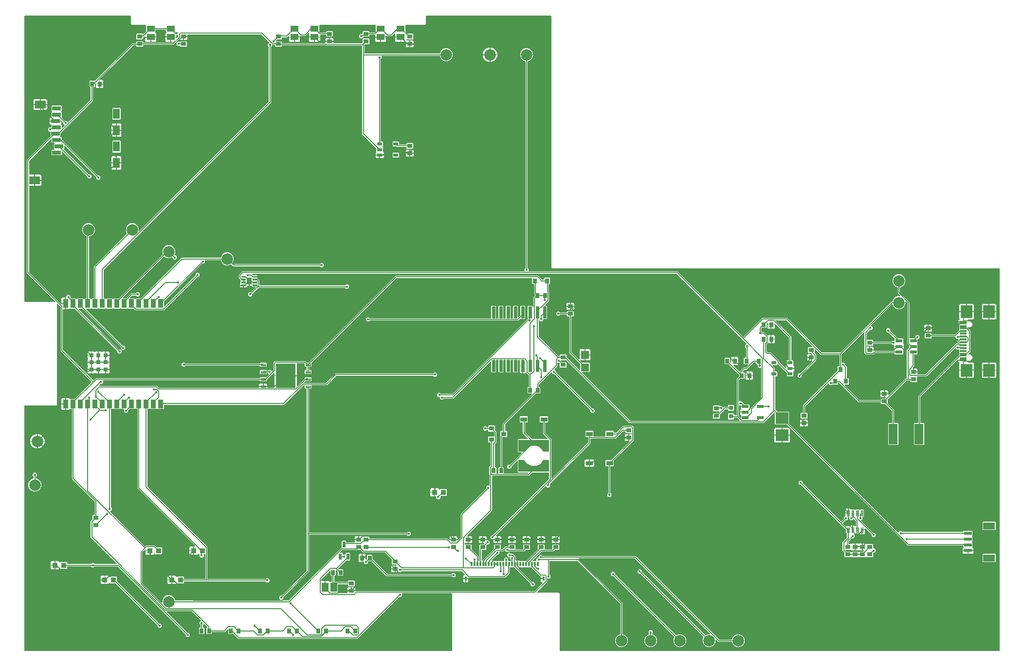
<source format=gbr>
G04 EAGLE Gerber RS-274X export*
G75*
%MOMM*%
%FSLAX34Y34*%
%LPD*%
%INTop Copper*%
%IPPOS*%
%AMOC8*
5,1,8,0,0,1.08239X$1,22.5*%
G01*
G04 Define Apertures*
%ADD10R,1.400000X1.050000*%
%ADD11R,0.900000X0.700000*%
%ADD12R,1.400000X1.400000*%
%ADD13R,0.700000X0.900000*%
%ADD14R,2.200000X2.000000*%
%ADD15R,0.800000X0.800000*%
%ADD16R,1.200000X0.600000*%
%ADD17R,0.970000X0.940000*%
%ADD18R,0.800000X0.900000*%
%ADD19R,1.150000X0.800000*%
%ADD20R,0.900000X0.600000*%
%ADD21R,0.300000X0.800000*%
%ADD22R,0.400000X0.800000*%
%ADD23R,1.150000X0.300000*%
%ADD24R,2.000000X2.180000*%
%ADD25R,2.000000X1.200000*%
%ADD26R,1.350000X0.600000*%
%ADD27R,1.200000X1.800000*%
%ADD28R,1.900000X1.400000*%
%ADD29R,1.500000X0.700000*%
%ADD30R,0.127000X0.127000*%
%ADD31R,1.200000X0.550000*%
%ADD32R,1.500000X3.600000*%
%ADD33R,0.900000X0.800000*%
%ADD34R,0.500000X1.050000*%
%ADD35C,0.125000*%
%ADD36R,1.168400X1.600200*%
%ADD37C,2.000000*%
%ADD38C,0.110000*%
%ADD39R,3.400000X4.300000*%
%ADD40R,0.900000X1.500000*%
%ADD41C,0.147500*%
%ADD42C,0.067500*%
%ADD43R,0.900000X1.300000*%
%ADD44C,0.127000*%
%ADD45C,0.452400*%
G36*
X1698773Y2822D02*
X1698476Y2762D01*
X934824Y2762D01*
X934549Y2813D01*
X934294Y2977D01*
X934122Y3227D01*
X934062Y3524D01*
X934062Y102744D01*
X932444Y104362D01*
X894391Y104362D01*
X894127Y104409D01*
X893869Y104568D01*
X893694Y104816D01*
X893629Y105112D01*
X893684Y105410D01*
X893852Y105663D01*
X911860Y123671D01*
X911860Y128421D01*
X911911Y128696D01*
X912075Y128951D01*
X912325Y129123D01*
X912622Y129183D01*
X915863Y129183D01*
X917932Y131252D01*
X917932Y134178D01*
X916528Y135582D01*
X916365Y135823D01*
X916305Y136121D01*
X916305Y159258D01*
X916356Y159533D01*
X916520Y159788D01*
X916770Y159960D01*
X917067Y160020D01*
X964730Y160020D01*
X965016Y159964D01*
X965269Y159797D01*
X1039272Y85794D01*
X1039435Y85553D01*
X1039495Y85255D01*
X1039495Y32841D01*
X1039442Y32560D01*
X1039276Y32306D01*
X1039025Y32137D01*
X1035016Y30476D01*
X1031846Y27306D01*
X1030130Y23164D01*
X1030130Y18680D01*
X1031846Y14538D01*
X1035016Y11368D01*
X1039158Y9652D01*
X1043642Y9652D01*
X1047784Y11368D01*
X1050954Y14538D01*
X1052670Y18680D01*
X1052670Y23164D01*
X1050954Y27306D01*
X1047784Y30476D01*
X1043775Y32137D01*
X1043537Y32293D01*
X1043365Y32543D01*
X1043305Y32841D01*
X1043305Y87149D01*
X967290Y163164D01*
X967137Y163384D01*
X967067Y163679D01*
X967118Y163978D01*
X967281Y164233D01*
X967532Y164405D01*
X967829Y164465D01*
X1064425Y164465D01*
X1064711Y164409D01*
X1064964Y164242D01*
X1195713Y33493D01*
X1195866Y33273D01*
X1195936Y32978D01*
X1195885Y32679D01*
X1195722Y32424D01*
X1195472Y32252D01*
X1195174Y32192D01*
X1191558Y32192D01*
X1187573Y30541D01*
X1187294Y30483D01*
X1186995Y30539D01*
X1186743Y30706D01*
X1076905Y140544D01*
X1076742Y140786D01*
X1076682Y141083D01*
X1076682Y143068D01*
X1074613Y145137D01*
X1071687Y145137D01*
X1069618Y143068D01*
X1069618Y140142D01*
X1071687Y138073D01*
X1073672Y138073D01*
X1073958Y138017D01*
X1074211Y137850D01*
X1184035Y28026D01*
X1184195Y27790D01*
X1184258Y27493D01*
X1184200Y27196D01*
X1182530Y23164D01*
X1182530Y18680D01*
X1184246Y14538D01*
X1187416Y11368D01*
X1191558Y9652D01*
X1196042Y9652D01*
X1200184Y11368D01*
X1203354Y14538D01*
X1205070Y18680D01*
X1205070Y22296D01*
X1205117Y22560D01*
X1205276Y22818D01*
X1205524Y22993D01*
X1205820Y23058D01*
X1206118Y23003D01*
X1206371Y22835D01*
X1210156Y19050D01*
X1232668Y19050D01*
X1232948Y18997D01*
X1233202Y18831D01*
X1233372Y18580D01*
X1235046Y14538D01*
X1238216Y11368D01*
X1242358Y9652D01*
X1246842Y9652D01*
X1250984Y11368D01*
X1254154Y14538D01*
X1255870Y18680D01*
X1255870Y23164D01*
X1254154Y27306D01*
X1250984Y30476D01*
X1246842Y32192D01*
X1242358Y32192D01*
X1238216Y30476D01*
X1235046Y27306D01*
X1233399Y23330D01*
X1233242Y23092D01*
X1232992Y22920D01*
X1232695Y22860D01*
X1212050Y22860D01*
X1211764Y22916D01*
X1211511Y23083D01*
X1066319Y168275D01*
X904471Y168275D01*
X904185Y168331D01*
X903932Y168498D01*
X902528Y169902D01*
X899602Y169902D01*
X897533Y167833D01*
X897533Y166219D01*
X897482Y165944D01*
X897318Y165689D01*
X897068Y165517D01*
X896771Y165457D01*
X895792Y165457D01*
X893723Y163388D01*
X893723Y160232D01*
X893672Y159957D01*
X893508Y159702D01*
X893258Y159530D01*
X892961Y159470D01*
X888644Y159470D01*
X888508Y159377D01*
X888212Y159312D01*
X887914Y159367D01*
X887759Y159470D01*
X887269Y159470D01*
X887005Y159517D01*
X886747Y159676D01*
X886572Y159924D01*
X886507Y160220D01*
X886562Y160518D01*
X886730Y160771D01*
X902266Y176307D01*
X902508Y176470D01*
X902805Y176530D01*
X922809Y176530D01*
X925286Y179007D01*
X925528Y179170D01*
X925825Y179230D01*
X932126Y179230D01*
X932870Y179974D01*
X932870Y188026D01*
X932126Y188770D01*
X922074Y188770D01*
X921330Y188026D01*
X921330Y181102D01*
X921279Y180827D01*
X921115Y180572D01*
X920865Y180400D01*
X920568Y180340D01*
X908232Y180340D01*
X907957Y180391D01*
X907702Y180555D01*
X907530Y180805D01*
X907470Y181102D01*
X907470Y188026D01*
X906726Y188770D01*
X896674Y188770D01*
X895930Y188026D01*
X895930Y180755D01*
X895874Y180469D01*
X895707Y180216D01*
X875184Y159693D01*
X874943Y159530D01*
X874645Y159470D01*
X873644Y159470D01*
X873508Y159377D01*
X873212Y159312D01*
X872914Y159367D01*
X872759Y159470D01*
X868644Y159470D01*
X868508Y159377D01*
X868212Y159312D01*
X867914Y159367D01*
X867759Y159470D01*
X864838Y159470D01*
X864552Y159526D01*
X864299Y159693D01*
X863252Y160740D01*
X861462Y160740D01*
X861462Y153438D01*
X859938Y153438D01*
X859938Y160740D01*
X858012Y160740D01*
X857737Y160791D01*
X857482Y160955D01*
X857310Y161205D01*
X857250Y161502D01*
X857250Y167794D01*
X852959Y172085D01*
X849861Y172085D01*
X849575Y172141D01*
X849322Y172308D01*
X847918Y173712D01*
X844992Y173712D01*
X842923Y171643D01*
X842923Y168717D01*
X844992Y166648D01*
X846606Y166648D01*
X846881Y166597D01*
X847136Y166433D01*
X847308Y166183D01*
X847368Y165886D01*
X847368Y163637D01*
X848772Y162233D01*
X848935Y161992D01*
X848995Y161694D01*
X848995Y160107D01*
X848939Y159821D01*
X848772Y159568D01*
X848739Y159535D01*
X848508Y159377D01*
X848212Y159312D01*
X847914Y159367D01*
X847759Y159470D01*
X845034Y159470D01*
X844759Y159521D01*
X844504Y159685D01*
X844332Y159935D01*
X844272Y160232D01*
X844272Y163388D01*
X842203Y165457D01*
X839277Y165457D01*
X837208Y163388D01*
X837208Y160232D01*
X837157Y159957D01*
X836993Y159702D01*
X836743Y159530D01*
X836446Y159470D01*
X833644Y159470D01*
X833508Y159377D01*
X833212Y159312D01*
X832914Y159367D01*
X832759Y159470D01*
X828644Y159470D01*
X828508Y159377D01*
X828212Y159312D01*
X827914Y159367D01*
X827759Y159470D01*
X823644Y159470D01*
X823508Y159377D01*
X823212Y159312D01*
X822914Y159367D01*
X822759Y159470D01*
X819838Y159470D01*
X819552Y159526D01*
X819299Y159693D01*
X818252Y160740D01*
X816784Y160740D01*
X816520Y160787D01*
X816262Y160946D01*
X816087Y161194D01*
X816022Y161490D01*
X816077Y161788D01*
X816245Y162041D01*
X824439Y170235D01*
X824681Y170398D01*
X824978Y170458D01*
X826963Y170458D01*
X829032Y172527D01*
X829032Y175768D01*
X829083Y176043D01*
X829247Y176298D01*
X829497Y176470D01*
X829794Y176530D01*
X836449Y176530D01*
X837812Y177893D01*
X838032Y178046D01*
X838327Y178116D01*
X838626Y178065D01*
X838881Y177902D01*
X839018Y177702D01*
X841182Y175538D01*
X844108Y175538D01*
X844877Y176307D01*
X845118Y176470D01*
X845416Y176530D01*
X872009Y176530D01*
X874486Y179007D01*
X874728Y179170D01*
X875025Y179230D01*
X881326Y179230D01*
X882070Y179974D01*
X882070Y188026D01*
X881326Y188770D01*
X871274Y188770D01*
X870530Y188026D01*
X870530Y181102D01*
X870479Y180827D01*
X870315Y180572D01*
X870065Y180400D01*
X869768Y180340D01*
X857432Y180340D01*
X857157Y180391D01*
X856902Y180555D01*
X856730Y180805D01*
X856670Y181102D01*
X856670Y188026D01*
X855926Y188770D01*
X845874Y188770D01*
X845130Y188026D01*
X845130Y186182D01*
X845079Y185907D01*
X844915Y185652D01*
X844665Y185480D01*
X844368Y185420D01*
X839951Y185420D01*
X835094Y180563D01*
X834853Y180400D01*
X834555Y180340D01*
X832032Y180340D01*
X831757Y180391D01*
X831502Y180555D01*
X831330Y180805D01*
X831270Y181102D01*
X831270Y188026D01*
X830526Y188770D01*
X820474Y188770D01*
X819730Y188026D01*
X819730Y181390D01*
X819674Y181104D01*
X819507Y180851D01*
X799496Y160840D01*
X799276Y160687D01*
X798981Y160617D01*
X798682Y160668D01*
X798427Y160831D01*
X798255Y161082D01*
X798195Y161379D01*
X798195Y178468D01*
X798246Y178743D01*
X798410Y178998D01*
X798660Y179170D01*
X798957Y179230D01*
X805126Y179230D01*
X805870Y179974D01*
X805870Y186910D01*
X805926Y187196D01*
X806093Y187449D01*
X807294Y188650D01*
X807536Y188813D01*
X807833Y188873D01*
X809818Y188873D01*
X811887Y190942D01*
X811887Y193868D01*
X809818Y195937D01*
X807902Y195937D01*
X807627Y195988D01*
X807372Y196152D01*
X807313Y196238D01*
X800862Y196238D01*
X800862Y190960D01*
X802376Y190960D01*
X802640Y190913D01*
X802898Y190754D01*
X803073Y190506D01*
X803138Y190210D01*
X803083Y189912D01*
X802915Y189659D01*
X802249Y188993D01*
X802008Y188830D01*
X801710Y188770D01*
X795074Y188770D01*
X794330Y188026D01*
X794330Y179874D01*
X794385Y179603D01*
X794385Y160232D01*
X794334Y159957D01*
X794170Y159702D01*
X793920Y159530D01*
X793629Y159471D01*
X793561Y159424D01*
X793266Y159354D01*
X792967Y159405D01*
X792712Y159568D01*
X792540Y159818D01*
X792480Y160116D01*
X792480Y168429D01*
X780693Y180216D01*
X780530Y180458D01*
X780470Y180755D01*
X780470Y188026D01*
X779726Y188770D01*
X769674Y188770D01*
X769651Y188747D01*
X769431Y188594D01*
X769136Y188524D01*
X768837Y188575D01*
X768582Y188738D01*
X768410Y188988D01*
X768350Y189286D01*
X768350Y190198D01*
X768401Y190473D01*
X768565Y190728D01*
X768815Y190900D01*
X769112Y190960D01*
X773938Y190960D01*
X773938Y203050D01*
X773730Y203087D01*
X773472Y203246D01*
X773297Y203494D01*
X773232Y203790D01*
X773287Y204088D01*
X773455Y204341D01*
X815975Y246861D01*
X815975Y307848D01*
X816026Y308123D01*
X816190Y308378D01*
X816440Y308550D01*
X816737Y308610D01*
X880264Y308610D01*
X885401Y313747D01*
X885643Y313910D01*
X885940Y313970D01*
X914908Y313970D01*
X915183Y313919D01*
X915438Y313755D01*
X915610Y313505D01*
X915670Y313208D01*
X915670Y302730D01*
X915614Y302444D01*
X915447Y302191D01*
X818306Y205050D01*
X818065Y204887D01*
X817767Y204827D01*
X815782Y204827D01*
X813713Y202758D01*
X813713Y199832D01*
X815782Y197763D01*
X817698Y197763D01*
X817973Y197712D01*
X818079Y197644D01*
X818079Y197762D01*
X824738Y197762D01*
X824738Y203040D01*
X823524Y203040D01*
X823260Y203087D01*
X823002Y203246D01*
X822827Y203494D01*
X822762Y203790D01*
X822817Y204088D01*
X822985Y204341D01*
X908932Y290288D01*
X909152Y290441D01*
X909447Y290511D01*
X909746Y290460D01*
X910001Y290297D01*
X910138Y290097D01*
X912302Y287933D01*
X915228Y287933D01*
X917297Y290002D01*
X917297Y292928D01*
X916878Y293347D01*
X916720Y293577D01*
X916655Y293873D01*
X916711Y294171D01*
X916878Y294424D01*
X987425Y364971D01*
X987425Y371983D01*
X987476Y372258D01*
X987640Y372513D01*
X987890Y372685D01*
X988187Y372745D01*
X1031394Y372745D01*
X1043871Y385222D01*
X1044113Y385385D01*
X1044410Y385445D01*
X1047568Y385445D01*
X1047843Y385394D01*
X1048098Y385230D01*
X1048270Y384980D01*
X1048330Y384683D01*
X1048330Y383474D01*
X1049074Y382730D01*
X1058418Y382730D01*
X1058693Y382679D01*
X1058948Y382515D01*
X1059120Y382265D01*
X1059180Y381968D01*
X1059180Y381302D01*
X1059129Y381027D01*
X1058965Y380772D01*
X1058715Y380600D01*
X1058418Y380540D01*
X1054862Y380540D01*
X1054862Y368450D01*
X1055070Y368413D01*
X1055328Y368254D01*
X1055503Y368006D01*
X1055568Y367710D01*
X1055513Y367412D01*
X1055345Y367159D01*
X1023879Y335693D01*
X1023638Y335530D01*
X1023340Y335470D01*
X1014524Y335470D01*
X1013780Y334726D01*
X1013780Y325674D01*
X1014524Y324930D01*
X1017778Y324930D01*
X1018053Y324879D01*
X1018308Y324715D01*
X1018480Y324465D01*
X1018540Y324168D01*
X1018540Y278361D01*
X1018484Y278075D01*
X1018317Y277822D01*
X1016913Y276418D01*
X1016913Y273492D01*
X1018982Y271423D01*
X1021908Y271423D01*
X1023977Y273492D01*
X1023977Y276418D01*
X1022573Y277822D01*
X1022410Y278063D01*
X1022350Y278361D01*
X1022350Y324168D01*
X1022401Y324443D01*
X1022565Y324698D01*
X1022815Y324870D01*
X1023112Y324930D01*
X1027076Y324930D01*
X1027820Y325674D01*
X1027820Y333930D01*
X1027876Y334216D01*
X1028043Y334469D01*
X1062990Y369416D01*
X1062990Y392584D01*
X1060604Y394970D01*
X1044421Y394970D01*
X1032579Y383128D01*
X1032338Y382965D01*
X1032040Y382905D01*
X1028582Y382905D01*
X1028307Y382956D01*
X1028052Y383120D01*
X1027880Y383370D01*
X1027820Y383667D01*
X1027820Y385526D01*
X1027076Y386270D01*
X1014524Y386270D01*
X1013780Y385526D01*
X1013780Y377317D01*
X1013729Y377042D01*
X1013565Y376787D01*
X1013315Y376615D01*
X1013018Y376555D01*
X993582Y376555D01*
X993307Y376606D01*
X993052Y376770D01*
X992880Y377020D01*
X992820Y377317D01*
X992820Y385526D01*
X992076Y386270D01*
X979524Y386270D01*
X978780Y385526D01*
X978780Y376474D01*
X979524Y375730D01*
X982853Y375730D01*
X983128Y375679D01*
X983383Y375515D01*
X983555Y375265D01*
X983615Y374968D01*
X983615Y366865D01*
X983559Y366579D01*
X983392Y366326D01*
X920781Y303715D01*
X920561Y303562D01*
X920266Y303492D01*
X919967Y303543D01*
X919712Y303706D01*
X919540Y303957D01*
X919480Y304254D01*
X919480Y372264D01*
X908908Y382836D01*
X908745Y383078D01*
X908685Y383375D01*
X908685Y400368D01*
X908736Y400643D01*
X908900Y400898D01*
X909150Y401070D01*
X909447Y401130D01*
X912776Y401130D01*
X913520Y401874D01*
X913520Y410926D01*
X912776Y411670D01*
X900224Y411670D01*
X899480Y410926D01*
X899480Y401874D01*
X900224Y401130D01*
X904113Y401130D01*
X904388Y401079D01*
X904643Y400915D01*
X904815Y400665D01*
X904875Y400368D01*
X904875Y381481D01*
X913225Y373131D01*
X913378Y372911D01*
X913448Y372616D01*
X913397Y372317D01*
X913234Y372062D01*
X912984Y371890D01*
X912686Y371830D01*
X885940Y371830D01*
X885654Y371886D01*
X885401Y372053D01*
X873983Y383471D01*
X873820Y383713D01*
X873760Y384010D01*
X873760Y400368D01*
X873811Y400643D01*
X873975Y400898D01*
X874225Y401070D01*
X874522Y401130D01*
X877776Y401130D01*
X878520Y401874D01*
X878520Y410926D01*
X877776Y411670D01*
X865224Y411670D01*
X864480Y410926D01*
X864480Y401874D01*
X865224Y401130D01*
X869188Y401130D01*
X869463Y401079D01*
X869718Y400915D01*
X869890Y400665D01*
X869950Y400368D01*
X869950Y382116D01*
X878935Y373131D01*
X879088Y372911D01*
X879158Y372616D01*
X879107Y372317D01*
X878944Y372062D01*
X878694Y371890D01*
X878396Y371830D01*
X862368Y371830D01*
X862080Y371801D01*
X861840Y371728D01*
X861620Y371608D01*
X861427Y371448D01*
X861270Y371252D01*
X861154Y371030D01*
X861084Y370785D01*
X861060Y370525D01*
X861060Y350278D01*
X861089Y349990D01*
X861162Y349750D01*
X861282Y349530D01*
X861442Y349337D01*
X861638Y349180D01*
X861861Y349064D01*
X862105Y348994D01*
X862365Y348970D01*
X867041Y348970D01*
X867305Y348923D01*
X867563Y348764D01*
X867738Y348516D01*
X867803Y348220D01*
X867748Y347922D01*
X867580Y347669D01*
X847516Y327605D01*
X847275Y327442D01*
X846977Y327382D01*
X844992Y327382D01*
X842923Y325313D01*
X842923Y322387D01*
X844992Y320318D01*
X847918Y320318D01*
X849987Y322387D01*
X849987Y324372D01*
X850043Y324658D01*
X850210Y324911D01*
X859759Y334460D01*
X859979Y334613D01*
X860274Y334683D01*
X860573Y334632D01*
X860828Y334469D01*
X861000Y334219D01*
X861060Y333921D01*
X861060Y315278D01*
X861089Y314990D01*
X861162Y314750D01*
X861282Y314530D01*
X861442Y314337D01*
X861638Y314180D01*
X861861Y314064D01*
X862105Y313994D01*
X862365Y313970D01*
X878396Y313970D01*
X878660Y313923D01*
X878918Y313764D01*
X879093Y313516D01*
X879158Y313220D01*
X879103Y312922D01*
X878935Y312669D01*
X878909Y312643D01*
X878668Y312480D01*
X878370Y312420D01*
X837532Y312420D01*
X837257Y312471D01*
X837002Y312635D01*
X836830Y312885D01*
X836770Y313182D01*
X836770Y322526D01*
X836026Y323270D01*
X835152Y323270D01*
X834877Y323321D01*
X834622Y323485D01*
X834450Y323735D01*
X834390Y324032D01*
X834390Y374968D01*
X834441Y375243D01*
X834605Y375498D01*
X834855Y375670D01*
X835152Y375730D01*
X841526Y375730D01*
X842270Y376474D01*
X842270Y385526D01*
X841526Y386270D01*
X839597Y386270D01*
X839322Y386321D01*
X839067Y386485D01*
X838895Y386735D01*
X838835Y387032D01*
X838835Y397675D01*
X838891Y397961D01*
X839058Y398214D01*
X892051Y451207D01*
X892293Y451370D01*
X892590Y451430D01*
X899526Y451430D01*
X900270Y452174D01*
X900270Y462226D01*
X899526Y462970D01*
X898652Y462970D01*
X898377Y463021D01*
X898122Y463185D01*
X897950Y463435D01*
X897890Y463732D01*
X897890Y466890D01*
X897946Y467176D01*
X898113Y467429D01*
X919092Y488408D01*
X919312Y488561D01*
X919607Y488631D01*
X919906Y488580D01*
X920161Y488417D01*
X920333Y488167D01*
X920393Y487869D01*
X920393Y487487D01*
X922462Y485418D01*
X924447Y485418D01*
X924733Y485362D01*
X924986Y485195D01*
X987480Y422701D01*
X987643Y422460D01*
X987703Y422162D01*
X987703Y420177D01*
X989772Y418108D01*
X992698Y418108D01*
X994767Y420177D01*
X994767Y423103D01*
X992698Y425172D01*
X990713Y425172D01*
X990427Y425228D01*
X990174Y425395D01*
X927680Y487889D01*
X927517Y488131D01*
X927457Y488428D01*
X927457Y490413D01*
X925388Y492482D01*
X925006Y492482D01*
X924742Y492529D01*
X924484Y492688D01*
X924309Y492936D01*
X924244Y493232D01*
X924299Y493530D01*
X924467Y493783D01*
X929640Y498956D01*
X929640Y504341D01*
X929691Y504616D01*
X929855Y504871D01*
X930105Y505043D01*
X930402Y505103D01*
X933268Y505103D01*
X933543Y505052D01*
X933798Y504888D01*
X933970Y504638D01*
X934030Y504341D01*
X934030Y497474D01*
X934774Y496730D01*
X944826Y496730D01*
X945570Y497474D01*
X945570Y505526D01*
X944826Y506270D01*
X938190Y506270D01*
X937904Y506326D01*
X937651Y506493D01*
X935935Y508209D01*
X935772Y508451D01*
X935712Y508748D01*
X935712Y508968D01*
X935763Y509243D01*
X935927Y509498D01*
X936177Y509670D01*
X936474Y509730D01*
X944990Y509730D01*
X945169Y509769D01*
X945467Y509714D01*
X945720Y509546D01*
X1055216Y400050D01*
X1288569Y400050D01*
X1307229Y418710D01*
X1307449Y418863D01*
X1307744Y418933D01*
X1308043Y418882D01*
X1308298Y418719D01*
X1308470Y418469D01*
X1308530Y418171D01*
X1308530Y398174D01*
X1309274Y397430D01*
X1328665Y397430D01*
X1328951Y397374D01*
X1329204Y397207D01*
X1539721Y186690D01*
X1635546Y186690D01*
X1635821Y186639D01*
X1636076Y186475D01*
X1636248Y186225D01*
X1636308Y185928D01*
X1636308Y184474D01*
X1636345Y184437D01*
X1636503Y184206D01*
X1636568Y183910D01*
X1636513Y183612D01*
X1636345Y183359D01*
X1635038Y182052D01*
X1635038Y178762D01*
X1653618Y178762D01*
X1653618Y182052D01*
X1652311Y183359D01*
X1652153Y183590D01*
X1652088Y183886D01*
X1652143Y184184D01*
X1652311Y184437D01*
X1652348Y184474D01*
X1652348Y191526D01*
X1651413Y192461D01*
X1651255Y192692D01*
X1651190Y192988D01*
X1651245Y193286D01*
X1651413Y193539D01*
X1652348Y194474D01*
X1652348Y201526D01*
X1651413Y202461D01*
X1651255Y202692D01*
X1651190Y202988D01*
X1651245Y203286D01*
X1651413Y203539D01*
X1652348Y204474D01*
X1652348Y211526D01*
X1651604Y212270D01*
X1637052Y212270D01*
X1636308Y211526D01*
X1636308Y210947D01*
X1636257Y210672D01*
X1636093Y210417D01*
X1635843Y210245D01*
X1635546Y210185D01*
X1530581Y210185D01*
X1530295Y210241D01*
X1530042Y210408D01*
X1528638Y211812D01*
X1525712Y211812D01*
X1523537Y209637D01*
X1523437Y209474D01*
X1523189Y209299D01*
X1522893Y209234D01*
X1522595Y209289D01*
X1522342Y209457D01*
X1333293Y398506D01*
X1333130Y398748D01*
X1333070Y399045D01*
X1333070Y419226D01*
X1332326Y419970D01*
X1312780Y419970D01*
X1312494Y420026D01*
X1312241Y420193D01*
X1308958Y423476D01*
X1308795Y423718D01*
X1308735Y424015D01*
X1308735Y480768D01*
X1308786Y481043D01*
X1308950Y481298D01*
X1309200Y481470D01*
X1309497Y481530D01*
X1311826Y481530D01*
X1312570Y482274D01*
X1312570Y489326D01*
X1311826Y490070D01*
X1308862Y490070D01*
X1308587Y490121D01*
X1308332Y490285D01*
X1308160Y490535D01*
X1308100Y490832D01*
X1308100Y495454D01*
X1304325Y499229D01*
X1304172Y499449D01*
X1304102Y499744D01*
X1304153Y500043D01*
X1304316Y500298D01*
X1304567Y500470D01*
X1304864Y500530D01*
X1311826Y500530D01*
X1312570Y501274D01*
X1312570Y502171D01*
X1312617Y502435D01*
X1312776Y502693D01*
X1313024Y502868D01*
X1313320Y502933D01*
X1313618Y502878D01*
X1313871Y502710D01*
X1328807Y487774D01*
X1328970Y487533D01*
X1329030Y487235D01*
X1329030Y482274D01*
X1329774Y481530D01*
X1339826Y481530D01*
X1340570Y482274D01*
X1340570Y489594D01*
X1340560Y489640D01*
X1340615Y489938D01*
X1340783Y490191D01*
X1341840Y491248D01*
X1341840Y494538D01*
X1334038Y494538D01*
X1334038Y496062D01*
X1341840Y496062D01*
X1341840Y499352D01*
X1340783Y500409D01*
X1340625Y500640D01*
X1340560Y500936D01*
X1340570Y500991D01*
X1340570Y508326D01*
X1339826Y509070D01*
X1337437Y509070D01*
X1337162Y509121D01*
X1336907Y509285D01*
X1336735Y509535D01*
X1336675Y509832D01*
X1336675Y550699D01*
X1309555Y577819D01*
X1309402Y578039D01*
X1309332Y578334D01*
X1309383Y578633D01*
X1309546Y578888D01*
X1309797Y579060D01*
X1310094Y579120D01*
X1327950Y579120D01*
X1328236Y579064D01*
X1328489Y578897D01*
X1374115Y533271D01*
X1374268Y533051D01*
X1374338Y532756D01*
X1374287Y532457D01*
X1374124Y532202D01*
X1373874Y532030D01*
X1373576Y531970D01*
X1366574Y531970D01*
X1365830Y531226D01*
X1365830Y523174D01*
X1366574Y522430D01*
X1371305Y522430D01*
X1371591Y522374D01*
X1371844Y522207D01*
X1372510Y521541D01*
X1372663Y521321D01*
X1372733Y521026D01*
X1372682Y520727D01*
X1372519Y520472D01*
X1372362Y520364D01*
X1372362Y508150D01*
X1372570Y508113D01*
X1372828Y507954D01*
X1373003Y507706D01*
X1373068Y507410D01*
X1373013Y507112D01*
X1372845Y506859D01*
X1352341Y486355D01*
X1352100Y486192D01*
X1351802Y486132D01*
X1349817Y486132D01*
X1347748Y484063D01*
X1347748Y481137D01*
X1349817Y479068D01*
X1352743Y479068D01*
X1354812Y481137D01*
X1354812Y483122D01*
X1354868Y483408D01*
X1355035Y483661D01*
X1380490Y509116D01*
X1380490Y518949D01*
X1379151Y520288D01*
X1377356Y522083D01*
X1377198Y522313D01*
X1377133Y522609D01*
X1377189Y522908D01*
X1377356Y523160D01*
X1377370Y523174D01*
X1377370Y528176D01*
X1377417Y528440D01*
X1377576Y528698D01*
X1377824Y528873D01*
X1378120Y528938D01*
X1378418Y528883D01*
X1378671Y528715D01*
X1388591Y518795D01*
X1419733Y518795D01*
X1420008Y518744D01*
X1420263Y518580D01*
X1420435Y518330D01*
X1420495Y518033D01*
X1420495Y500132D01*
X1420444Y499857D01*
X1420280Y499602D01*
X1420030Y499430D01*
X1419733Y499370D01*
X1417874Y499370D01*
X1417130Y498626D01*
X1417130Y491135D01*
X1417074Y490849D01*
X1416907Y490596D01*
X1356995Y430684D01*
X1356995Y418432D01*
X1356944Y418157D01*
X1356780Y417902D01*
X1356530Y417730D01*
X1356233Y417670D01*
X1353874Y417670D01*
X1353130Y416926D01*
X1353130Y408874D01*
X1353874Y408130D01*
X1363926Y408130D01*
X1364670Y408874D01*
X1364670Y416926D01*
X1363926Y417670D01*
X1361567Y417670D01*
X1361292Y417721D01*
X1361037Y417885D01*
X1360865Y418135D01*
X1360805Y418432D01*
X1360805Y428790D01*
X1360861Y429076D01*
X1361028Y429329D01*
X1400422Y468723D01*
X1400642Y468876D01*
X1400937Y468946D01*
X1401236Y468895D01*
X1401491Y468732D01*
X1401628Y468532D01*
X1403792Y466368D01*
X1406718Y466368D01*
X1407238Y466888D01*
X1407469Y467046D01*
X1407765Y467111D01*
X1408063Y467056D01*
X1408316Y466888D01*
X1408374Y466830D01*
X1417426Y466830D01*
X1418170Y467574D01*
X1418170Y469773D01*
X1418221Y470048D01*
X1418385Y470303D01*
X1418635Y470475D01*
X1418932Y470535D01*
X1419390Y470535D01*
X1419676Y470479D01*
X1419929Y470312D01*
X1453996Y436245D01*
X1492068Y436245D01*
X1492343Y436194D01*
X1492598Y436030D01*
X1492770Y435780D01*
X1492830Y435483D01*
X1492830Y433974D01*
X1493574Y433230D01*
X1499875Y433230D01*
X1500161Y433174D01*
X1500414Y433007D01*
X1511712Y421709D01*
X1511875Y421468D01*
X1511935Y421170D01*
X1511935Y401032D01*
X1511884Y400757D01*
X1511720Y400502D01*
X1511470Y400330D01*
X1511173Y400270D01*
X1506174Y400270D01*
X1505430Y399526D01*
X1505430Y362474D01*
X1506174Y361730D01*
X1522226Y361730D01*
X1522970Y362474D01*
X1522970Y399526D01*
X1522226Y400270D01*
X1516507Y400270D01*
X1516232Y400321D01*
X1515977Y400485D01*
X1515805Y400735D01*
X1515745Y401032D01*
X1515745Y423064D01*
X1504593Y434216D01*
X1504430Y434458D01*
X1504370Y434755D01*
X1504370Y440910D01*
X1504426Y441196D01*
X1504593Y441449D01*
X1536631Y473487D01*
X1536873Y473650D01*
X1537170Y473710D01*
X1542868Y473710D01*
X1543143Y473659D01*
X1543398Y473495D01*
X1543570Y473245D01*
X1543630Y472948D01*
X1543630Y472074D01*
X1544374Y471330D01*
X1554426Y471330D01*
X1555170Y472074D01*
X1555170Y480168D01*
X1555114Y480249D01*
X1555044Y480544D01*
X1555095Y480843D01*
X1555258Y481098D01*
X1555508Y481270D01*
X1555806Y481330D01*
X1572414Y481330D01*
X1621402Y530318D01*
X1621622Y530471D01*
X1621917Y530541D01*
X1622216Y530490D01*
X1622471Y530327D01*
X1622608Y530127D01*
X1624772Y527963D01*
X1627698Y527963D01*
X1627707Y527972D01*
X1627927Y528125D01*
X1628222Y528195D01*
X1628521Y528144D01*
X1628776Y527981D01*
X1628948Y527731D01*
X1629008Y527433D01*
X1629008Y523444D01*
X1629101Y523308D01*
X1629166Y523012D01*
X1629111Y522714D01*
X1629008Y522559D01*
X1629008Y518863D01*
X1628952Y518577D01*
X1628785Y518324D01*
X1557655Y447194D01*
X1557655Y401032D01*
X1557604Y400757D01*
X1557440Y400502D01*
X1557190Y400330D01*
X1556893Y400270D01*
X1551174Y400270D01*
X1550430Y399526D01*
X1550430Y362474D01*
X1551174Y361730D01*
X1567226Y361730D01*
X1567970Y362474D01*
X1567970Y399526D01*
X1567226Y400270D01*
X1562227Y400270D01*
X1561952Y400321D01*
X1561697Y400485D01*
X1561525Y400735D01*
X1561465Y401032D01*
X1561465Y445300D01*
X1561521Y445586D01*
X1561688Y445839D01*
X1626437Y510588D01*
X1626657Y510741D01*
X1626952Y510811D01*
X1627251Y510760D01*
X1627506Y510597D01*
X1627678Y510347D01*
X1627695Y510262D01*
X1636790Y510262D01*
X1636790Y508738D01*
X1627738Y508738D01*
X1627738Y506948D01*
X1629278Y505408D01*
X1629528Y505254D01*
X1629703Y505006D01*
X1629768Y504710D01*
X1629713Y504412D01*
X1629545Y504159D01*
X1629238Y503852D01*
X1629238Y492662D01*
X1654318Y492662D01*
X1654318Y503852D01*
X1652830Y505340D01*
X1644550Y505340D01*
X1644286Y505387D01*
X1644028Y505546D01*
X1643853Y505794D01*
X1643788Y506090D01*
X1643843Y506388D01*
X1644011Y506641D01*
X1644318Y506948D01*
X1644318Y508088D01*
X1644369Y508363D01*
X1644533Y508618D01*
X1644783Y508790D01*
X1645080Y508850D01*
X1648953Y508850D01*
X1652028Y511925D01*
X1652028Y516275D01*
X1648953Y519350D01*
X1644659Y519350D01*
X1644395Y519397D01*
X1644137Y519556D01*
X1643962Y519804D01*
X1643897Y520100D01*
X1643952Y520398D01*
X1644120Y520651D01*
X1648460Y524991D01*
X1648460Y560859D01*
X1643970Y565349D01*
X1643817Y565569D01*
X1643747Y565864D01*
X1643798Y566163D01*
X1643961Y566418D01*
X1644212Y566590D01*
X1644509Y566650D01*
X1648953Y566650D01*
X1652028Y569725D01*
X1652028Y574075D01*
X1648953Y577150D01*
X1645080Y577150D01*
X1644805Y577201D01*
X1644550Y577365D01*
X1644378Y577615D01*
X1644318Y577912D01*
X1644318Y579052D01*
X1644011Y579359D01*
X1643858Y579579D01*
X1643788Y579874D01*
X1643839Y580173D01*
X1644002Y580428D01*
X1644253Y580600D01*
X1644550Y580660D01*
X1652830Y580660D01*
X1654318Y582148D01*
X1654318Y593338D01*
X1629238Y593338D01*
X1629238Y582148D01*
X1629545Y581841D01*
X1629698Y581621D01*
X1629768Y581326D01*
X1629717Y581027D01*
X1629554Y580772D01*
X1629304Y580600D01*
X1629282Y580596D01*
X1627738Y579052D01*
X1627738Y577262D01*
X1636790Y577262D01*
X1636790Y575738D01*
X1627738Y575738D01*
X1627738Y574262D01*
X1636790Y574262D01*
X1636790Y572738D01*
X1627738Y572738D01*
X1627738Y570948D01*
X1628785Y569901D01*
X1628948Y569660D01*
X1629008Y569362D01*
X1629008Y563444D01*
X1629101Y563308D01*
X1629166Y563012D01*
X1629111Y562714D01*
X1629008Y562559D01*
X1629008Y562043D01*
X1628952Y561757D01*
X1628785Y561504D01*
X1621859Y554578D01*
X1621618Y554415D01*
X1621320Y554355D01*
X1581332Y554355D01*
X1581057Y554406D01*
X1580802Y554570D01*
X1580630Y554820D01*
X1580570Y555117D01*
X1580570Y556326D01*
X1579826Y557070D01*
X1569774Y557070D01*
X1569030Y556326D01*
X1569030Y548274D01*
X1569774Y547530D01*
X1579826Y547530D01*
X1580570Y548274D01*
X1580570Y549783D01*
X1580621Y550058D01*
X1580785Y550313D01*
X1581035Y550485D01*
X1581332Y550545D01*
X1621941Y550545D01*
X1622216Y550494D01*
X1622471Y550330D01*
X1622643Y550080D01*
X1622703Y549783D01*
X1622703Y548447D01*
X1624772Y546378D01*
X1627059Y546378D01*
X1627323Y546331D01*
X1627581Y546172D01*
X1627756Y545924D01*
X1627821Y545628D01*
X1627766Y545330D01*
X1627598Y545077D01*
X1626235Y543714D01*
X1626235Y539877D01*
X1626184Y539602D01*
X1626020Y539347D01*
X1625770Y539175D01*
X1625473Y539115D01*
X1624811Y539115D01*
X1571059Y485363D01*
X1570818Y485200D01*
X1570520Y485140D01*
X1557202Y485140D01*
X1556927Y485191D01*
X1556672Y485355D01*
X1556500Y485605D01*
X1556440Y485902D01*
X1556440Y488338D01*
X1548638Y488338D01*
X1548638Y495150D01*
X1548430Y495187D01*
X1548172Y495346D01*
X1547997Y495594D01*
X1547932Y495890D01*
X1547987Y496188D01*
X1548155Y496441D01*
X1550670Y498956D01*
X1550670Y518868D01*
X1550721Y519143D01*
X1550885Y519398D01*
X1551135Y519570D01*
X1551432Y519630D01*
X1555726Y519630D01*
X1556470Y520374D01*
X1556470Y527426D01*
X1555785Y528111D01*
X1555627Y528342D01*
X1555562Y528638D01*
X1555617Y528936D01*
X1555785Y529189D01*
X1556470Y529874D01*
X1556470Y536926D01*
X1555785Y537611D01*
X1555627Y537842D01*
X1555562Y538138D01*
X1555617Y538436D01*
X1555785Y538689D01*
X1556470Y539374D01*
X1556470Y545616D01*
X1556521Y545891D01*
X1556685Y546146D01*
X1556935Y546318D01*
X1557232Y546378D01*
X1557848Y546378D01*
X1559917Y548447D01*
X1559917Y551373D01*
X1557848Y553442D01*
X1554922Y553442D01*
X1552853Y551373D01*
X1552853Y549388D01*
X1552797Y549102D01*
X1552630Y548849D01*
X1551174Y547393D01*
X1550933Y547230D01*
X1550635Y547170D01*
X1543812Y547170D01*
X1543537Y547221D01*
X1543282Y547385D01*
X1543110Y547635D01*
X1543050Y547932D01*
X1543050Y610389D01*
X1526128Y627311D01*
X1525965Y627553D01*
X1525905Y627850D01*
X1525905Y635781D01*
X1525958Y636062D01*
X1526124Y636316D01*
X1526375Y636485D01*
X1530384Y638146D01*
X1533554Y641316D01*
X1535270Y645458D01*
X1535270Y649942D01*
X1533554Y654084D01*
X1530384Y657254D01*
X1526242Y658970D01*
X1521758Y658970D01*
X1517616Y657254D01*
X1514446Y654084D01*
X1512730Y649942D01*
X1512730Y645458D01*
X1514446Y641316D01*
X1517616Y638146D01*
X1521625Y636485D01*
X1521863Y636329D01*
X1522035Y636079D01*
X1522095Y635781D01*
X1522095Y625956D01*
X1525880Y622171D01*
X1526033Y621951D01*
X1526103Y621656D01*
X1526052Y621357D01*
X1525889Y621102D01*
X1525639Y620930D01*
X1525341Y620870D01*
X1521758Y620870D01*
X1517616Y619154D01*
X1514446Y615984D01*
X1512785Y611975D01*
X1512629Y611737D01*
X1512379Y611565D01*
X1512081Y611505D01*
X1511146Y611505D01*
X1422469Y522828D01*
X1422228Y522665D01*
X1421930Y522605D01*
X1390485Y522605D01*
X1390199Y522661D01*
X1389946Y522828D01*
X1329844Y582930D01*
X1286356Y582930D01*
X1253711Y550285D01*
X1253481Y550127D01*
X1253185Y550062D01*
X1252887Y550118D01*
X1252634Y550285D01*
X1138709Y664210D01*
X880594Y664210D01*
X880319Y664261D01*
X880064Y664425D01*
X879892Y664675D01*
X879832Y664972D01*
X879832Y668213D01*
X878428Y669617D01*
X878265Y669858D01*
X878205Y670156D01*
X878205Y1029481D01*
X878258Y1029762D01*
X878424Y1030016D01*
X878675Y1030185D01*
X882684Y1031846D01*
X885854Y1035016D01*
X887570Y1039158D01*
X887570Y1043642D01*
X885854Y1047784D01*
X882684Y1050954D01*
X878542Y1052670D01*
X874058Y1052670D01*
X869916Y1050954D01*
X866746Y1047784D01*
X865030Y1043642D01*
X865030Y1039158D01*
X866746Y1035016D01*
X869916Y1031846D01*
X873925Y1030185D01*
X874163Y1030029D01*
X874335Y1029779D01*
X874395Y1029481D01*
X874395Y670156D01*
X874339Y669870D01*
X874172Y669617D01*
X872768Y668213D01*
X872768Y664972D01*
X872717Y664697D01*
X872553Y664442D01*
X872303Y664270D01*
X872006Y664210D01*
X382116Y664210D01*
X375920Y658014D01*
X375920Y652626D01*
X378557Y649989D01*
X378720Y649748D01*
X378780Y649450D01*
X378780Y648522D01*
X379063Y648239D01*
X379221Y648008D01*
X379286Y647712D01*
X379230Y647414D01*
X379063Y647161D01*
X378780Y646878D01*
X378780Y643990D01*
X378724Y643704D01*
X378557Y643451D01*
X377510Y642404D01*
X377510Y640962D01*
X384612Y640962D01*
X384612Y636310D01*
X388504Y636310D01*
X390212Y638018D01*
X390241Y638173D01*
X390405Y638428D01*
X390655Y638600D01*
X390952Y638660D01*
X392938Y638660D01*
X392938Y648462D01*
X394462Y648462D01*
X394462Y638660D01*
X398026Y638660D01*
X398312Y638604D01*
X398565Y638437D01*
X399422Y637580D01*
X404446Y637580D01*
X404710Y637533D01*
X404968Y637374D01*
X405143Y637126D01*
X405208Y636830D01*
X405153Y636532D01*
X404985Y636279D01*
X396666Y627960D01*
X396425Y627797D01*
X396127Y627737D01*
X394142Y627737D01*
X392073Y625668D01*
X392073Y622742D01*
X394142Y620673D01*
X397068Y620673D01*
X399137Y622742D01*
X399137Y624727D01*
X399193Y625013D01*
X399360Y625266D01*
X409506Y635412D01*
X409748Y635575D01*
X410045Y635635D01*
X560474Y635635D01*
X560760Y635579D01*
X561013Y635412D01*
X562417Y634008D01*
X565343Y634008D01*
X567412Y636077D01*
X567412Y639003D01*
X565343Y641072D01*
X562417Y641072D01*
X561013Y639668D01*
X560772Y639505D01*
X560474Y639445D01*
X412242Y639445D01*
X411967Y639496D01*
X411712Y639660D01*
X411540Y639910D01*
X411480Y640207D01*
X411480Y647854D01*
X408843Y650491D01*
X408680Y650733D01*
X408620Y651030D01*
X408620Y651878D01*
X408337Y652161D01*
X408179Y652392D01*
X408114Y652688D01*
X408170Y652986D01*
X408337Y653239D01*
X408620Y653522D01*
X408620Y656878D01*
X407678Y657820D01*
X400560Y657820D01*
X400274Y657876D01*
X400021Y658043D01*
X398965Y659099D01*
X398812Y659319D01*
X398742Y659614D01*
X398793Y659913D01*
X398956Y660168D01*
X399207Y660340D01*
X399504Y660400D01*
X1136815Y660400D01*
X1137101Y660344D01*
X1137354Y660177D01*
X1258663Y538868D01*
X1258816Y538648D01*
X1258886Y538353D01*
X1258835Y538054D01*
X1258672Y537799D01*
X1258472Y537662D01*
X1256308Y535498D01*
X1256308Y532572D01*
X1257712Y531168D01*
X1257875Y530927D01*
X1257935Y530629D01*
X1257935Y514532D01*
X1257884Y514257D01*
X1257720Y514002D01*
X1257470Y513830D01*
X1257173Y513770D01*
X1254974Y513770D01*
X1254230Y513026D01*
X1254230Y502974D01*
X1254974Y502230D01*
X1260966Y502230D01*
X1261230Y502183D01*
X1261488Y502024D01*
X1261663Y501776D01*
X1261728Y501480D01*
X1261673Y501182D01*
X1261505Y500929D01*
X1257369Y496793D01*
X1257128Y496630D01*
X1256830Y496570D01*
X1253971Y496570D01*
X1247361Y489960D01*
X1247131Y489802D01*
X1246835Y489737D01*
X1246537Y489793D01*
X1246284Y489960D01*
X1236585Y499659D01*
X1236432Y499879D01*
X1236362Y500174D01*
X1236413Y500473D01*
X1236576Y500728D01*
X1236827Y500900D01*
X1237124Y500960D01*
X1237638Y500960D01*
X1237638Y507238D01*
X1232360Y507238D01*
X1232360Y505724D01*
X1232313Y505460D01*
X1232154Y505202D01*
X1231906Y505027D01*
X1231610Y504962D01*
X1231312Y505017D01*
X1231059Y505185D01*
X1230393Y505851D01*
X1230230Y506093D01*
X1230170Y506390D01*
X1230170Y513026D01*
X1229426Y513770D01*
X1221374Y513770D01*
X1220630Y513026D01*
X1220630Y502974D01*
X1221374Y502230D01*
X1228310Y502230D01*
X1228596Y502174D01*
X1228849Y502007D01*
X1245807Y485049D01*
X1245970Y484808D01*
X1246030Y484510D01*
X1246030Y481325D01*
X1245974Y481039D01*
X1245807Y480786D01*
X1242060Y477039D01*
X1242060Y414147D01*
X1242009Y413872D01*
X1241845Y413617D01*
X1241595Y413445D01*
X1241298Y413385D01*
X1237932Y413385D01*
X1237657Y413436D01*
X1237402Y413600D01*
X1237230Y413850D01*
X1237170Y414147D01*
X1237170Y416126D01*
X1236426Y416870D01*
X1227374Y416870D01*
X1226630Y416126D01*
X1226630Y407074D01*
X1227374Y406330D01*
X1236426Y406330D01*
X1237170Y407074D01*
X1237170Y408813D01*
X1237221Y409088D01*
X1237385Y409343D01*
X1237635Y409515D01*
X1237932Y409575D01*
X1242225Y409575D01*
X1242511Y409519D01*
X1242764Y409352D01*
X1246955Y405161D01*
X1247108Y404941D01*
X1247178Y404646D01*
X1247127Y404347D01*
X1246964Y404092D01*
X1246714Y403920D01*
X1246416Y403860D01*
X1057110Y403860D01*
X1056824Y403916D01*
X1056571Y404083D01*
X973225Y487429D01*
X973072Y487649D01*
X973002Y487944D01*
X973053Y488243D01*
X973216Y488498D01*
X973467Y488670D01*
X973764Y488730D01*
X985426Y488730D01*
X986170Y489474D01*
X986170Y504526D01*
X985426Y505270D01*
X972845Y505270D01*
X972559Y505326D01*
X972306Y505493D01*
X969640Y508159D01*
X969487Y508379D01*
X969417Y508674D01*
X969468Y508973D01*
X969631Y509228D01*
X969882Y509400D01*
X970179Y509460D01*
X977138Y509460D01*
X977138Y518238D01*
X968360Y518238D01*
X968360Y511279D01*
X968313Y511015D01*
X968154Y510757D01*
X967906Y510582D01*
X967610Y510517D01*
X967312Y510572D01*
X967059Y510740D01*
X954628Y523171D01*
X954465Y523413D01*
X954405Y523710D01*
X954405Y584868D01*
X954456Y585143D01*
X954620Y585398D01*
X954870Y585570D01*
X955167Y585630D01*
X957526Y585630D01*
X958270Y586374D01*
X958270Y594426D01*
X957526Y595170D01*
X947474Y595170D01*
X946730Y594426D01*
X946730Y593217D01*
X946679Y592942D01*
X946515Y592687D01*
X946265Y592515D01*
X945968Y592455D01*
X934951Y592455D01*
X934665Y592511D01*
X934412Y592678D01*
X933008Y594082D01*
X930082Y594082D01*
X928013Y592013D01*
X928013Y589087D01*
X930082Y587018D01*
X933008Y587018D01*
X934412Y588422D01*
X934653Y588585D01*
X934951Y588645D01*
X945968Y588645D01*
X946243Y588594D01*
X946498Y588430D01*
X946670Y588180D01*
X946730Y587883D01*
X946730Y586374D01*
X947474Y585630D01*
X949833Y585630D01*
X950108Y585579D01*
X950363Y585415D01*
X950535Y585165D01*
X950595Y584868D01*
X950595Y521816D01*
X969407Y503004D01*
X969570Y502763D01*
X969630Y502465D01*
X969630Y492864D01*
X969583Y492600D01*
X969424Y492342D01*
X969176Y492167D01*
X968880Y492102D01*
X968582Y492157D01*
X968329Y492325D01*
X945793Y514861D01*
X945630Y515103D01*
X945570Y515400D01*
X945570Y518526D01*
X944826Y519270D01*
X934774Y519270D01*
X934030Y518526D01*
X934030Y517017D01*
X933979Y516742D01*
X933815Y516487D01*
X933565Y516315D01*
X933268Y516255D01*
X932015Y516255D01*
X931729Y516311D01*
X931476Y516478D01*
X897478Y550476D01*
X897315Y550718D01*
X897255Y551015D01*
X897255Y578635D01*
X897302Y578899D01*
X897461Y579157D01*
X897709Y579332D01*
X898005Y579397D01*
X898303Y579342D01*
X898556Y579174D01*
X900237Y577493D01*
X903163Y577493D01*
X905232Y579562D01*
X905232Y580368D01*
X905283Y580643D01*
X905447Y580898D01*
X905697Y581070D01*
X905994Y581130D01*
X911094Y581130D01*
X912270Y582306D01*
X912270Y602994D01*
X911094Y604170D01*
X909059Y604170D01*
X908795Y604217D01*
X908537Y604376D01*
X908362Y604624D01*
X908297Y604920D01*
X908352Y605218D01*
X908520Y605471D01*
X915670Y612621D01*
X915670Y628804D01*
X914623Y629851D01*
X914460Y630093D01*
X914400Y630390D01*
X914400Y641168D01*
X914451Y641443D01*
X914615Y641698D01*
X914865Y641870D01*
X915162Y641930D01*
X916726Y641930D01*
X917470Y642674D01*
X917470Y652726D01*
X916726Y653470D01*
X907674Y653470D01*
X906930Y652726D01*
X906930Y650367D01*
X906879Y650092D01*
X906715Y649837D01*
X906465Y649665D01*
X906168Y649605D01*
X904075Y649605D01*
X903789Y649661D01*
X903536Y649828D01*
X896774Y656590D01*
X648816Y656590D01*
X497569Y505343D01*
X497328Y505180D01*
X497030Y505120D01*
X495475Y505120D01*
X495189Y505176D01*
X494936Y505343D01*
X492279Y508000D01*
X438631Y508000D01*
X436245Y505614D01*
X436245Y492595D01*
X436189Y492309D01*
X436022Y492056D01*
X434093Y490127D01*
X433873Y489974D01*
X433578Y489904D01*
X433279Y489955D01*
X433024Y490118D01*
X432887Y490318D01*
X430723Y492482D01*
X427797Y492482D01*
X426393Y491078D01*
X426152Y490915D01*
X425854Y490855D01*
X424982Y490855D01*
X424707Y490906D01*
X424452Y491070D01*
X424338Y491236D01*
X423154Y492420D01*
X413346Y492420D01*
X412280Y491354D01*
X412280Y486546D01*
X413346Y485480D01*
X423154Y485480D01*
X424342Y486668D01*
X424435Y486813D01*
X424685Y486985D01*
X424982Y487045D01*
X425854Y487045D01*
X426140Y486989D01*
X426393Y486822D01*
X427903Y485312D01*
X428066Y485212D01*
X428241Y484964D01*
X428306Y484668D01*
X428251Y484370D01*
X428083Y484117D01*
X423909Y479943D01*
X423668Y479780D01*
X423370Y479720D01*
X413346Y479720D01*
X412158Y478532D01*
X412065Y478387D01*
X411815Y478215D01*
X411518Y478155D01*
X126846Y478155D01*
X123411Y474720D01*
X123181Y474562D01*
X122885Y474497D01*
X122587Y474553D01*
X122334Y474720D01*
X70073Y526981D01*
X69910Y527223D01*
X69850Y527520D01*
X69850Y597398D01*
X69901Y597673D01*
X70065Y597928D01*
X70315Y598100D01*
X70612Y598160D01*
X73638Y598160D01*
X73638Y607438D01*
X66979Y607438D01*
X66979Y607723D01*
X66906Y607672D01*
X66610Y607607D01*
X66312Y607662D01*
X66059Y607830D01*
X11018Y662871D01*
X10855Y663113D01*
X10795Y663410D01*
X10795Y812698D01*
X10846Y812973D01*
X11010Y813228D01*
X11260Y813400D01*
X11557Y813460D01*
X19660Y813460D01*
X19660Y832540D01*
X11557Y832540D01*
X11282Y832591D01*
X11027Y832755D01*
X10855Y833005D01*
X10795Y833302D01*
X10795Y856145D01*
X10851Y856431D01*
X11018Y856684D01*
X48851Y894517D01*
X49071Y894670D01*
X49366Y894740D01*
X49665Y894689D01*
X49920Y894526D01*
X50092Y894276D01*
X50152Y893978D01*
X50152Y888974D01*
X50896Y888230D01*
X54516Y888230D01*
X54780Y888183D01*
X55038Y888024D01*
X55213Y887776D01*
X55278Y887480D01*
X55223Y887182D01*
X55055Y886929D01*
X54152Y886026D01*
X54152Y877974D01*
X55055Y877071D01*
X55208Y876851D01*
X55278Y876556D01*
X55227Y876257D01*
X55064Y876002D01*
X54814Y875830D01*
X54516Y875770D01*
X50896Y875770D01*
X50152Y875026D01*
X50152Y866974D01*
X50896Y866230D01*
X66948Y866230D01*
X67692Y866974D01*
X67692Y872654D01*
X67739Y872918D01*
X67898Y873176D01*
X68146Y873351D01*
X68442Y873416D01*
X68740Y873361D01*
X68993Y873193D01*
X111815Y830371D01*
X111978Y830130D01*
X112038Y829832D01*
X112038Y827847D01*
X114107Y825778D01*
X117033Y825778D01*
X119102Y827847D01*
X119102Y830773D01*
X117033Y832842D01*
X115048Y832842D01*
X114762Y832898D01*
X114509Y833065D01*
X71185Y876389D01*
X71027Y876620D01*
X70962Y876916D01*
X71017Y877214D01*
X71185Y877467D01*
X71692Y877974D01*
X71692Y882624D01*
X71739Y882888D01*
X71898Y883146D01*
X72146Y883321D01*
X72442Y883386D01*
X72740Y883331D01*
X72993Y883163D01*
X127690Y828466D01*
X127853Y828225D01*
X127913Y827927D01*
X127913Y825942D01*
X129982Y823873D01*
X132908Y823873D01*
X134977Y825942D01*
X134977Y828868D01*
X132908Y830937D01*
X130923Y830937D01*
X130637Y830993D01*
X130384Y831160D01*
X67915Y893629D01*
X67752Y893871D01*
X67692Y894168D01*
X67692Y897026D01*
X66948Y897770D01*
X65328Y897770D01*
X65064Y897817D01*
X64806Y897976D01*
X64631Y898224D01*
X64566Y898520D01*
X64621Y898818D01*
X64789Y899071D01*
X65692Y899974D01*
X65692Y904692D01*
X65748Y904978D01*
X65915Y905231D01*
X121920Y961236D01*
X121920Y984068D01*
X121971Y984343D01*
X122135Y984598D01*
X122385Y984770D01*
X122682Y984830D01*
X124526Y984830D01*
X125270Y985574D01*
X125270Y990305D01*
X125326Y990591D01*
X125493Y990844D01*
X126159Y991510D01*
X126379Y991663D01*
X126674Y991733D01*
X126973Y991682D01*
X127228Y991519D01*
X127336Y991362D01*
X132738Y991362D01*
X132738Y998021D01*
X133483Y998021D01*
X133432Y998094D01*
X133367Y998390D01*
X133422Y998688D01*
X133590Y998941D01*
X192336Y1057687D01*
X192578Y1057850D01*
X192875Y1057910D01*
X196668Y1057910D01*
X196943Y1057859D01*
X197198Y1057695D01*
X197370Y1057445D01*
X197430Y1057148D01*
X197430Y1056274D01*
X198174Y1055530D01*
X208226Y1055530D01*
X208970Y1056274D01*
X208970Y1057783D01*
X209021Y1058058D01*
X209185Y1058313D01*
X209435Y1058485D01*
X209732Y1058545D01*
X261774Y1058545D01*
X271630Y1068401D01*
X271860Y1068559D01*
X272156Y1068624D01*
X272454Y1068568D01*
X272707Y1068401D01*
X273848Y1067260D01*
X278638Y1067260D01*
X278638Y1074062D01*
X286440Y1074062D01*
X286440Y1076198D01*
X286491Y1076473D01*
X286655Y1076728D01*
X286905Y1076900D01*
X287202Y1076960D01*
X414820Y1076960D01*
X415106Y1076904D01*
X415359Y1076737D01*
X428718Y1063378D01*
X428871Y1063158D01*
X428941Y1062863D01*
X428890Y1062564D01*
X428727Y1062309D01*
X428527Y1062172D01*
X426363Y1060008D01*
X426363Y1057082D01*
X427767Y1055678D01*
X427930Y1055437D01*
X427990Y1055139D01*
X427990Y959955D01*
X427934Y959669D01*
X427767Y959416D01*
X203071Y734720D01*
X202851Y734567D01*
X202556Y734497D01*
X202257Y734548D01*
X202002Y734711D01*
X201830Y734962D01*
X201770Y735259D01*
X201770Y738842D01*
X200054Y742984D01*
X196884Y746154D01*
X192742Y747870D01*
X188258Y747870D01*
X184116Y746154D01*
X180946Y742984D01*
X179230Y738842D01*
X179230Y734358D01*
X180890Y730350D01*
X180948Y730070D01*
X180893Y729772D01*
X180725Y729519D01*
X123825Y672619D01*
X123825Y617732D01*
X123774Y617457D01*
X123610Y617202D01*
X123360Y617030D01*
X123063Y616970D01*
X120174Y616970D01*
X119389Y616185D01*
X119158Y616027D01*
X118862Y615962D01*
X118564Y616017D01*
X118311Y616185D01*
X117526Y616970D01*
X115697Y616970D01*
X115422Y617021D01*
X115167Y617185D01*
X114995Y617435D01*
X114935Y617732D01*
X114935Y724568D01*
X114986Y724843D01*
X115150Y725098D01*
X115400Y725270D01*
X115697Y725330D01*
X116542Y725330D01*
X120684Y727046D01*
X123854Y730216D01*
X125570Y734358D01*
X125570Y738842D01*
X123854Y742984D01*
X120684Y746154D01*
X116542Y747870D01*
X112058Y747870D01*
X107916Y746154D01*
X104746Y742984D01*
X103030Y738842D01*
X103030Y734358D01*
X104746Y730216D01*
X107916Y727046D01*
X110655Y725911D01*
X110893Y725755D01*
X111065Y725505D01*
X111125Y725207D01*
X111125Y617732D01*
X111074Y617457D01*
X110910Y617202D01*
X110660Y617030D01*
X110363Y616970D01*
X107474Y616970D01*
X106689Y616185D01*
X106458Y616027D01*
X106162Y615962D01*
X105864Y616017D01*
X105611Y616185D01*
X104826Y616970D01*
X94774Y616970D01*
X93989Y616185D01*
X93758Y616027D01*
X93462Y615962D01*
X93164Y616017D01*
X92911Y616185D01*
X92126Y616970D01*
X83905Y616970D01*
X83619Y617026D01*
X83366Y617193D01*
X83123Y617436D01*
X82965Y617666D01*
X82900Y617962D01*
X82907Y617998D01*
X82907Y621223D01*
X80838Y623292D01*
X77912Y623292D01*
X75843Y621223D01*
X75843Y619002D01*
X75792Y618727D01*
X75628Y618472D01*
X75378Y618300D01*
X75162Y618256D01*
X75162Y598160D01*
X79952Y598160D01*
X81109Y599317D01*
X81340Y599475D01*
X81636Y599540D01*
X81934Y599485D01*
X82016Y599430D01*
X90345Y599430D01*
X90631Y599374D01*
X90884Y599207D01*
X164520Y525571D01*
X164683Y525330D01*
X164743Y525032D01*
X164743Y523047D01*
X166812Y520978D01*
X169738Y520978D01*
X171807Y523047D01*
X171807Y525973D01*
X169738Y528042D01*
X167753Y528042D01*
X167467Y528098D01*
X167214Y528265D01*
X97350Y598129D01*
X97197Y598349D01*
X97127Y598644D01*
X97178Y598943D01*
X97341Y599198D01*
X97592Y599370D01*
X97889Y599430D01*
X103045Y599430D01*
X103331Y599374D01*
X103584Y599207D01*
X170870Y531921D01*
X171033Y531680D01*
X171093Y531382D01*
X171093Y529397D01*
X173162Y527328D01*
X176088Y527328D01*
X178157Y529397D01*
X178157Y532323D01*
X176088Y534392D01*
X174103Y534392D01*
X173817Y534448D01*
X173564Y534615D01*
X110050Y598129D01*
X109897Y598349D01*
X109827Y598644D01*
X109878Y598943D01*
X110041Y599198D01*
X110292Y599370D01*
X110589Y599430D01*
X117526Y599430D01*
X118311Y600215D01*
X118542Y600373D01*
X118838Y600438D01*
X119136Y600383D01*
X119389Y600215D01*
X120174Y599430D01*
X130226Y599430D01*
X131011Y600215D01*
X131242Y600373D01*
X131538Y600438D01*
X131836Y600383D01*
X132089Y600215D01*
X132874Y599430D01*
X142926Y599430D01*
X143711Y600215D01*
X143942Y600373D01*
X144238Y600438D01*
X144536Y600383D01*
X144789Y600215D01*
X145574Y599430D01*
X155626Y599430D01*
X156411Y600215D01*
X156642Y600373D01*
X156938Y600438D01*
X157236Y600383D01*
X157489Y600215D01*
X158274Y599430D01*
X168326Y599430D01*
X169111Y600215D01*
X169342Y600373D01*
X169638Y600438D01*
X169936Y600383D01*
X170189Y600215D01*
X170974Y599430D01*
X181026Y599430D01*
X181811Y600215D01*
X182042Y600373D01*
X182338Y600438D01*
X182636Y600383D01*
X182889Y600215D01*
X183674Y599430D01*
X191945Y599430D01*
X192231Y599374D01*
X192484Y599207D01*
X195426Y596265D01*
X245264Y596265D01*
X303104Y654105D01*
X303346Y654268D01*
X303643Y654328D01*
X305628Y654328D01*
X307697Y656397D01*
X307697Y659323D01*
X305628Y661392D01*
X302702Y661392D01*
X300633Y659323D01*
X300633Y657338D01*
X300577Y657052D01*
X300410Y656799D01*
X246571Y602960D01*
X246351Y602807D01*
X246056Y602737D01*
X245757Y602788D01*
X245502Y602951D01*
X245330Y603202D01*
X245270Y603499D01*
X245270Y610560D01*
X245326Y610846D01*
X245493Y611099D01*
X311994Y677600D01*
X312236Y677763D01*
X312533Y677823D01*
X314518Y677823D01*
X316587Y679892D01*
X316587Y683133D01*
X316638Y683408D01*
X316802Y683663D01*
X317052Y683835D01*
X317349Y683895D01*
X343681Y683895D01*
X343962Y683842D01*
X344216Y683676D01*
X344385Y683425D01*
X346046Y679416D01*
X349216Y676246D01*
X353358Y674530D01*
X357842Y674530D01*
X361850Y676190D01*
X362130Y676248D01*
X362428Y676193D01*
X362681Y676025D01*
X365606Y673100D01*
X516659Y673100D01*
X516945Y673044D01*
X517198Y672877D01*
X518602Y671473D01*
X521528Y671473D01*
X523597Y673542D01*
X523597Y676468D01*
X521528Y678537D01*
X518602Y678537D01*
X517198Y677133D01*
X516957Y676970D01*
X516659Y676910D01*
X367500Y676910D01*
X367214Y676966D01*
X366961Y677133D01*
X365375Y678719D01*
X365214Y678955D01*
X365152Y679252D01*
X365210Y679550D01*
X366870Y683558D01*
X366870Y688042D01*
X365154Y692184D01*
X361984Y695354D01*
X357842Y697070D01*
X353358Y697070D01*
X349216Y695354D01*
X346046Y692184D01*
X344385Y688175D01*
X344229Y687937D01*
X343979Y687765D01*
X343681Y687705D01*
X276071Y687705D01*
X205559Y617193D01*
X205318Y617030D01*
X205020Y616970D01*
X196374Y616970D01*
X195589Y616185D01*
X195358Y616027D01*
X195062Y615962D01*
X194764Y616017D01*
X194511Y616185D01*
X193726Y616970D01*
X187164Y616970D01*
X186900Y617017D01*
X186642Y617176D01*
X186467Y617424D01*
X186402Y617720D01*
X186457Y618018D01*
X186625Y618271D01*
X190431Y622077D01*
X190673Y622240D01*
X190970Y622300D01*
X196619Y622300D01*
X196905Y622244D01*
X197158Y622077D01*
X198562Y620673D01*
X201488Y620673D01*
X203557Y622742D01*
X203557Y625668D01*
X201488Y627737D01*
X198562Y627737D01*
X197158Y626333D01*
X196917Y626170D01*
X196619Y626110D01*
X189076Y626110D01*
X180159Y617193D01*
X179918Y617030D01*
X179620Y616970D01*
X174464Y616970D01*
X174200Y617017D01*
X173942Y617176D01*
X173767Y617424D01*
X173702Y617720D01*
X173757Y618018D01*
X173925Y618271D01*
X245569Y689915D01*
X245800Y690073D01*
X246096Y690138D01*
X246394Y690083D01*
X246647Y689915D01*
X247616Y688946D01*
X251758Y687230D01*
X256242Y687230D01*
X259574Y688610D01*
X259842Y688668D01*
X260141Y688617D01*
X260396Y688454D01*
X260568Y688204D01*
X260628Y687906D01*
X260628Y686877D01*
X262697Y684808D01*
X265623Y684808D01*
X267692Y686877D01*
X267692Y689803D01*
X265623Y691872D01*
X264594Y691872D01*
X264325Y691921D01*
X264068Y692082D01*
X263894Y692331D01*
X263832Y692628D01*
X263890Y692926D01*
X265270Y696258D01*
X265270Y700742D01*
X263554Y704884D01*
X260384Y708054D01*
X256242Y709770D01*
X251758Y709770D01*
X247616Y708054D01*
X244446Y704884D01*
X242730Y700742D01*
X242730Y696258D01*
X243646Y694046D01*
X243704Y693766D01*
X243649Y693468D01*
X243481Y693215D01*
X167459Y617193D01*
X167218Y617030D01*
X166920Y616970D01*
X158274Y616970D01*
X157489Y616185D01*
X157258Y616027D01*
X156962Y615962D01*
X156664Y616017D01*
X156411Y616185D01*
X155626Y616970D01*
X145574Y616970D01*
X144789Y616185D01*
X144558Y616027D01*
X144262Y615962D01*
X143964Y616017D01*
X143711Y616185D01*
X142926Y616970D01*
X141097Y616970D01*
X140822Y617021D01*
X140567Y617185D01*
X140395Y617435D01*
X140335Y617732D01*
X140335Y666280D01*
X140391Y666566D01*
X140558Y666819D01*
X431800Y958061D01*
X431800Y1055139D01*
X431856Y1055425D01*
X432023Y1055678D01*
X433427Y1057082D01*
X433427Y1057783D01*
X433478Y1058058D01*
X433642Y1058313D01*
X433892Y1058485D01*
X434189Y1058545D01*
X437968Y1058545D01*
X438243Y1058494D01*
X438498Y1058330D01*
X438670Y1058080D01*
X438730Y1057783D01*
X438730Y1056274D01*
X439474Y1055530D01*
X449526Y1055530D01*
X450270Y1056274D01*
X450270Y1057148D01*
X450321Y1057423D01*
X450485Y1057678D01*
X450735Y1057850D01*
X451032Y1057910D01*
X525945Y1057910D01*
X526231Y1057854D01*
X526484Y1057687D01*
X526896Y1057275D01*
X589788Y1057275D01*
X590063Y1057224D01*
X590318Y1057060D01*
X590490Y1056810D01*
X590550Y1056513D01*
X590550Y902816D01*
X614539Y878827D01*
X614743Y878789D01*
X614998Y878625D01*
X615170Y878375D01*
X615230Y878078D01*
X615230Y872507D01*
X615240Y872460D01*
X615185Y872162D01*
X615017Y871909D01*
X613960Y870852D01*
X613960Y867562D01*
X628040Y867562D01*
X628040Y870852D01*
X626983Y871909D01*
X626825Y872140D01*
X626760Y872436D01*
X626770Y872491D01*
X626770Y879826D01*
X626085Y880511D01*
X625927Y880742D01*
X625862Y881038D01*
X625917Y881336D01*
X626085Y881589D01*
X626770Y882274D01*
X626770Y889326D01*
X626026Y890070D01*
X623062Y890070D01*
X622787Y890121D01*
X622532Y890285D01*
X622360Y890535D01*
X622300Y890832D01*
X622300Y1033549D01*
X622356Y1033835D01*
X622523Y1034088D01*
X623927Y1035492D01*
X623927Y1038733D01*
X623978Y1039008D01*
X624142Y1039263D01*
X624392Y1039435D01*
X624689Y1039495D01*
X724681Y1039495D01*
X724962Y1039442D01*
X725216Y1039276D01*
X725385Y1039025D01*
X727046Y1035016D01*
X730216Y1031846D01*
X734358Y1030130D01*
X738842Y1030130D01*
X742984Y1031846D01*
X746154Y1035016D01*
X747870Y1039158D01*
X747870Y1043642D01*
X746154Y1047784D01*
X742984Y1050954D01*
X738842Y1052670D01*
X734358Y1052670D01*
X730216Y1050954D01*
X727046Y1047784D01*
X725385Y1043775D01*
X725229Y1043537D01*
X724979Y1043365D01*
X724681Y1043305D01*
X595122Y1043305D01*
X594847Y1043356D01*
X594592Y1043520D01*
X594420Y1043770D01*
X594360Y1044067D01*
X594360Y1058710D01*
X594416Y1058996D01*
X594583Y1059249D01*
X595119Y1059785D01*
X595361Y1059948D01*
X595658Y1060008D01*
X601926Y1060008D01*
X602670Y1060752D01*
X602670Y1068804D01*
X601926Y1069548D01*
X591874Y1069548D01*
X591130Y1068804D01*
X591130Y1061847D01*
X591079Y1061572D01*
X590915Y1061317D01*
X590665Y1061145D01*
X590368Y1061085D01*
X541202Y1061085D01*
X540927Y1061136D01*
X540672Y1061300D01*
X540500Y1061550D01*
X540440Y1061847D01*
X540440Y1064016D01*
X526360Y1064016D01*
X526360Y1062482D01*
X526309Y1062207D01*
X526145Y1061952D01*
X525895Y1061780D01*
X525598Y1061720D01*
X451032Y1061720D01*
X450757Y1061771D01*
X450502Y1061935D01*
X450330Y1062185D01*
X450270Y1062482D01*
X450270Y1064326D01*
X449526Y1065070D01*
X440954Y1065070D01*
X440690Y1065117D01*
X440432Y1065276D01*
X440257Y1065524D01*
X440192Y1065820D01*
X440247Y1066118D01*
X440415Y1066371D01*
X442351Y1068307D01*
X442593Y1068470D01*
X442890Y1068530D01*
X449526Y1068530D01*
X450270Y1069274D01*
X450270Y1071118D01*
X450321Y1071393D01*
X450485Y1071648D01*
X450735Y1071820D01*
X451032Y1071880D01*
X459894Y1071880D01*
X461659Y1073645D01*
X461879Y1073798D01*
X462174Y1073868D01*
X462473Y1073817D01*
X462728Y1073654D01*
X462900Y1073404D01*
X462960Y1073106D01*
X462960Y1072762D01*
X482040Y1072762D01*
X482040Y1073023D01*
X482091Y1073298D01*
X482255Y1073553D01*
X482505Y1073725D01*
X482802Y1073785D01*
X491644Y1073785D01*
X496659Y1078800D01*
X496879Y1078953D01*
X497174Y1079023D01*
X497473Y1078972D01*
X497728Y1078809D01*
X497900Y1078559D01*
X497960Y1078261D01*
X497960Y1072762D01*
X517040Y1072762D01*
X517040Y1075563D01*
X517091Y1075838D01*
X517255Y1076093D01*
X517505Y1076265D01*
X517802Y1076325D01*
X526868Y1076325D01*
X527143Y1076274D01*
X527398Y1076110D01*
X527570Y1075860D01*
X527630Y1075563D01*
X527630Y1073752D01*
X528374Y1073008D01*
X538426Y1073008D01*
X539170Y1073752D01*
X539170Y1081804D01*
X538426Y1082548D01*
X528374Y1082548D01*
X527630Y1081804D01*
X527630Y1080897D01*
X527579Y1080622D01*
X527415Y1080367D01*
X527165Y1080195D01*
X526868Y1080135D01*
X517360Y1080135D01*
X517074Y1080191D01*
X516821Y1080358D01*
X515993Y1081186D01*
X515830Y1081428D01*
X515770Y1081725D01*
X515770Y1092476D01*
X515821Y1092751D01*
X515985Y1093006D01*
X516235Y1093178D01*
X516532Y1093238D01*
X613468Y1093238D01*
X613743Y1093187D01*
X613998Y1093023D01*
X614170Y1092773D01*
X614230Y1092476D01*
X614230Y1082060D01*
X614174Y1081774D01*
X614007Y1081521D01*
X612844Y1080358D01*
X612603Y1080195D01*
X612305Y1080135D01*
X603432Y1080135D01*
X603157Y1080186D01*
X602902Y1080350D01*
X602730Y1080600D01*
X602670Y1080897D01*
X602670Y1081804D01*
X601926Y1082548D01*
X591874Y1082548D01*
X591130Y1081804D01*
X591130Y1078079D01*
X591079Y1077804D01*
X590915Y1077549D01*
X590665Y1077377D01*
X590368Y1077317D01*
X587182Y1077317D01*
X585113Y1075248D01*
X585113Y1072322D01*
X587182Y1070253D01*
X590108Y1070253D01*
X591512Y1071657D01*
X591753Y1071820D01*
X591955Y1071861D01*
X592879Y1072785D01*
X593121Y1072948D01*
X593418Y1073008D01*
X601926Y1073008D01*
X602670Y1073752D01*
X602670Y1075563D01*
X602721Y1075838D01*
X602885Y1076093D01*
X603135Y1076265D01*
X603432Y1076325D01*
X612198Y1076325D01*
X612473Y1076274D01*
X612728Y1076110D01*
X612900Y1075860D01*
X612960Y1075563D01*
X612960Y1072762D01*
X632040Y1072762D01*
X632040Y1073481D01*
X632087Y1073745D01*
X632246Y1074003D01*
X632494Y1074178D01*
X632790Y1074243D01*
X633088Y1074188D01*
X633341Y1074020D01*
X633576Y1073785D01*
X642139Y1073785D01*
X646659Y1078305D01*
X646879Y1078458D01*
X647174Y1078528D01*
X647473Y1078477D01*
X647728Y1078314D01*
X647900Y1078064D01*
X647960Y1077766D01*
X647960Y1072762D01*
X658262Y1072762D01*
X658262Y1064210D01*
X665298Y1064210D01*
X665573Y1064159D01*
X665828Y1063995D01*
X666000Y1063745D01*
X666060Y1063448D01*
X666060Y1061062D01*
X672338Y1061062D01*
X672338Y1066340D01*
X667802Y1066340D01*
X667527Y1066391D01*
X667272Y1066555D01*
X667100Y1066805D01*
X667040Y1067102D01*
X667040Y1067768D01*
X667091Y1068043D01*
X667255Y1068298D01*
X667505Y1068470D01*
X667802Y1068530D01*
X678126Y1068530D01*
X678870Y1069274D01*
X678870Y1077326D01*
X678126Y1078070D01*
X669920Y1078070D01*
X669634Y1078126D01*
X669381Y1078293D01*
X665993Y1081681D01*
X665830Y1081923D01*
X665770Y1082220D01*
X665770Y1092476D01*
X665821Y1092751D01*
X665985Y1093006D01*
X666235Y1093178D01*
X666532Y1093238D01*
X699644Y1093238D01*
X701262Y1094856D01*
X701262Y1108476D01*
X701313Y1108751D01*
X701477Y1109006D01*
X701727Y1109178D01*
X702024Y1109238D01*
X918476Y1109238D01*
X918751Y1109187D01*
X919006Y1109023D01*
X919178Y1108773D01*
X919238Y1108476D01*
X919238Y670856D01*
X920856Y669238D01*
X1698476Y669238D01*
X1698751Y669187D01*
X1699006Y669023D01*
X1699178Y668773D01*
X1699238Y668476D01*
X1699238Y3524D01*
X1699187Y3249D01*
X1699023Y2994D01*
X1698773Y2822D01*
G37*
%LPC*%
G36*
X280162Y1067260D02*
X284952Y1067260D01*
X286440Y1068748D01*
X286440Y1072538D01*
X280162Y1072538D01*
X280162Y1067260D01*
G37*
G36*
X623262Y1064210D02*
X630552Y1064210D01*
X632040Y1065698D01*
X632040Y1071238D01*
X623262Y1071238D01*
X623262Y1064210D01*
G37*
G36*
X649448Y1064210D02*
X656738Y1064210D01*
X656738Y1071238D01*
X647960Y1071238D01*
X647960Y1065698D01*
X649448Y1064210D01*
G37*
G36*
X499448Y1064210D02*
X506738Y1064210D01*
X506738Y1071238D01*
X497960Y1071238D01*
X497960Y1065698D01*
X499448Y1064210D01*
G37*
G36*
X614448Y1064210D02*
X621738Y1064210D01*
X621738Y1071238D01*
X612960Y1071238D01*
X612960Y1065698D01*
X614448Y1064210D01*
G37*
G36*
X464448Y1064210D02*
X471738Y1064210D01*
X471738Y1071238D01*
X462960Y1071238D01*
X462960Y1065698D01*
X464448Y1064210D01*
G37*
G36*
X508262Y1064210D02*
X515552Y1064210D01*
X517040Y1065698D01*
X517040Y1071238D01*
X508262Y1071238D01*
X508262Y1064210D01*
G37*
G36*
X473262Y1064210D02*
X480552Y1064210D01*
X482040Y1065698D01*
X482040Y1071238D01*
X473262Y1071238D01*
X473262Y1064210D01*
G37*
G36*
X526360Y1065540D02*
X532638Y1065540D01*
X532638Y1070818D01*
X527848Y1070818D01*
X526360Y1069330D01*
X526360Y1065540D01*
G37*
G36*
X534162Y1065540D02*
X540440Y1065540D01*
X540440Y1069330D01*
X538952Y1070818D01*
X534162Y1070818D01*
X534162Y1065540D01*
G37*
G36*
X673862Y1061062D02*
X680140Y1061062D01*
X680140Y1064852D01*
X678652Y1066340D01*
X673862Y1066340D01*
X673862Y1061062D01*
G37*
G36*
X274374Y1055530D02*
X284426Y1055530D01*
X285170Y1056274D01*
X285170Y1064326D01*
X284426Y1065070D01*
X274374Y1065070D01*
X273486Y1064182D01*
X273255Y1064024D01*
X272959Y1063959D01*
X272834Y1063982D01*
X269682Y1063982D01*
X267613Y1061913D01*
X267613Y1058987D01*
X269682Y1056918D01*
X272868Y1056918D01*
X273143Y1056867D01*
X273398Y1056703D01*
X273570Y1056453D01*
X273600Y1056304D01*
X274374Y1055530D01*
G37*
G36*
X673862Y1054260D02*
X678652Y1054260D01*
X680140Y1055748D01*
X680140Y1059538D01*
X673862Y1059538D01*
X673862Y1054260D01*
G37*
G36*
X667548Y1054260D02*
X672338Y1054260D01*
X672338Y1059538D01*
X666060Y1059538D01*
X666060Y1055748D01*
X667548Y1054260D01*
G37*
G36*
X800260Y1042162D02*
X812038Y1042162D01*
X812038Y1053940D01*
X810306Y1053940D01*
X805697Y1052031D01*
X802169Y1048503D01*
X800260Y1043894D01*
X800260Y1042162D01*
G37*
G36*
X813562Y1042162D02*
X825340Y1042162D01*
X825340Y1043894D01*
X823431Y1048503D01*
X819903Y1052031D01*
X815294Y1053940D01*
X813562Y1053940D01*
X813562Y1042162D01*
G37*
G36*
X813562Y1028860D02*
X815294Y1028860D01*
X819903Y1030769D01*
X823431Y1034297D01*
X825340Y1038906D01*
X825340Y1040638D01*
X813562Y1040638D01*
X813562Y1028860D01*
G37*
G36*
X810306Y1028860D02*
X812038Y1028860D01*
X812038Y1040638D01*
X800260Y1040638D01*
X800260Y1038906D01*
X802169Y1034297D01*
X805697Y1030769D01*
X810306Y1028860D01*
G37*
G36*
X134262Y991362D02*
X139540Y991362D01*
X139540Y996152D01*
X138052Y997640D01*
X134262Y997640D01*
X134262Y991362D01*
G37*
G36*
X128948Y983560D02*
X132738Y983560D01*
X132738Y989838D01*
X127460Y989838D01*
X127460Y985048D01*
X128948Y983560D01*
G37*
G36*
X134262Y983560D02*
X138052Y983560D01*
X139540Y985048D01*
X139540Y989838D01*
X134262Y989838D01*
X134262Y983560D01*
G37*
G36*
X156396Y928230D02*
X169448Y928230D01*
X170192Y928974D01*
X170192Y948026D01*
X169448Y948770D01*
X156396Y948770D01*
X155652Y948026D01*
X155652Y928974D01*
X156396Y928230D01*
G37*
G36*
X163684Y910762D02*
X171462Y910762D01*
X171462Y920052D01*
X169974Y921540D01*
X163684Y921540D01*
X163684Y910762D01*
G37*
G36*
X154382Y910762D02*
X162160Y910762D01*
X162160Y921540D01*
X155870Y921540D01*
X154382Y920052D01*
X154382Y910762D01*
G37*
G36*
X163684Y898460D02*
X169974Y898460D01*
X171462Y899948D01*
X171462Y909238D01*
X163684Y909238D01*
X163684Y898460D01*
G37*
G36*
X155870Y898460D02*
X162160Y898460D01*
X162160Y909238D01*
X154382Y909238D01*
X154382Y899948D01*
X155870Y898460D01*
G37*
G36*
X156396Y871230D02*
X169448Y871230D01*
X170192Y871974D01*
X170192Y891026D01*
X169448Y891770D01*
X156396Y891770D01*
X155652Y891026D01*
X155652Y871974D01*
X156396Y871230D01*
G37*
G36*
X668074Y878030D02*
X678126Y878030D01*
X678870Y878774D01*
X678870Y886826D01*
X678126Y887570D01*
X668074Y887570D01*
X667330Y886826D01*
X667330Y885952D01*
X667279Y885677D01*
X667115Y885422D01*
X666865Y885250D01*
X666568Y885190D01*
X655532Y885190D01*
X655257Y885241D01*
X655002Y885405D01*
X654830Y885655D01*
X654770Y885952D01*
X654770Y889326D01*
X654026Y890070D01*
X643974Y890070D01*
X643230Y889326D01*
X643230Y882274D01*
X643974Y881530D01*
X650255Y881530D01*
X650541Y881474D01*
X650684Y881380D01*
X666568Y881380D01*
X666843Y881329D01*
X667098Y881165D01*
X667270Y880915D01*
X667330Y880618D01*
X667330Y878774D01*
X668074Y878030D01*
G37*
G36*
X666060Y870562D02*
X672338Y870562D01*
X672338Y875840D01*
X667548Y875840D01*
X666060Y874352D01*
X666060Y870562D01*
G37*
G36*
X673862Y870562D02*
X680140Y870562D01*
X680140Y874352D01*
X678652Y875840D01*
X673862Y875840D01*
X673862Y870562D01*
G37*
G36*
X643974Y862530D02*
X654026Y862530D01*
X654770Y863274D01*
X654770Y870326D01*
X654026Y871070D01*
X643974Y871070D01*
X643230Y870326D01*
X643230Y863274D01*
X643974Y862530D01*
G37*
G36*
X667548Y863760D02*
X672338Y863760D01*
X672338Y869038D01*
X666060Y869038D01*
X666060Y865248D01*
X667548Y863760D01*
G37*
G36*
X673862Y863760D02*
X678652Y863760D01*
X680140Y865248D01*
X680140Y869038D01*
X673862Y869038D01*
X673862Y863760D01*
G37*
G36*
X615448Y861260D02*
X620238Y861260D01*
X620238Y866038D01*
X613960Y866038D01*
X613960Y862748D01*
X615448Y861260D01*
G37*
G36*
X621762Y861260D02*
X626552Y861260D01*
X628040Y862748D01*
X628040Y866038D01*
X621762Y866038D01*
X621762Y861260D01*
G37*
G36*
X154382Y853762D02*
X162160Y853762D01*
X162160Y864540D01*
X155870Y864540D01*
X154382Y863052D01*
X154382Y853762D01*
G37*
G36*
X163684Y853762D02*
X171462Y853762D01*
X171462Y863052D01*
X169974Y864540D01*
X163684Y864540D01*
X163684Y853762D01*
G37*
G36*
X163684Y841460D02*
X169974Y841460D01*
X171462Y842948D01*
X171462Y852238D01*
X163684Y852238D01*
X163684Y841460D01*
G37*
G36*
X155870Y841460D02*
X162160Y841460D01*
X162160Y852238D01*
X154382Y852238D01*
X154382Y842948D01*
X155870Y841460D01*
G37*
G36*
X21184Y823762D02*
X32462Y823762D01*
X32462Y831052D01*
X30974Y832540D01*
X21184Y832540D01*
X21184Y823762D01*
G37*
G36*
X21184Y813460D02*
X30974Y813460D01*
X32462Y814948D01*
X32462Y822238D01*
X21184Y822238D01*
X21184Y813460D01*
G37*
G36*
X379196Y636310D02*
X383088Y636310D01*
X383088Y639438D01*
X377510Y639438D01*
X377510Y637996D01*
X379196Y636310D01*
G37*
G36*
X67360Y608962D02*
X73638Y608962D01*
X73638Y618240D01*
X68848Y618240D01*
X67360Y616752D01*
X67360Y608962D01*
G37*
G36*
X945460Y604162D02*
X951738Y604162D01*
X951738Y609440D01*
X946948Y609440D01*
X945460Y607952D01*
X945460Y604162D01*
G37*
G36*
X953262Y604162D02*
X959540Y604162D01*
X959540Y607952D01*
X958052Y609440D01*
X953262Y609440D01*
X953262Y604162D01*
G37*
G36*
X1668538Y594862D02*
X1680316Y594862D01*
X1680316Y607540D01*
X1670026Y607540D01*
X1668538Y606052D01*
X1668538Y594862D01*
G37*
G36*
X1629238Y594862D02*
X1641016Y594862D01*
X1641016Y607540D01*
X1630726Y607540D01*
X1629238Y606052D01*
X1629238Y594862D01*
G37*
G36*
X1642540Y594862D02*
X1654318Y594862D01*
X1654318Y606052D01*
X1652830Y607540D01*
X1642540Y607540D01*
X1642540Y594862D01*
G37*
G36*
X1681840Y594862D02*
X1693618Y594862D01*
X1693618Y606052D01*
X1692130Y607540D01*
X1681840Y607540D01*
X1681840Y594862D01*
G37*
G36*
X946948Y597360D02*
X951738Y597360D01*
X951738Y602638D01*
X945460Y602638D01*
X945460Y598848D01*
X946948Y597360D01*
G37*
G36*
X953262Y597360D02*
X958052Y597360D01*
X959540Y598848D01*
X959540Y602638D01*
X953262Y602638D01*
X953262Y597360D01*
G37*
G36*
X1681840Y580660D02*
X1692130Y580660D01*
X1693618Y582148D01*
X1693618Y593338D01*
X1681840Y593338D01*
X1681840Y580660D01*
G37*
G36*
X1670026Y580660D02*
X1680316Y580660D01*
X1680316Y593338D01*
X1668538Y593338D01*
X1668538Y582148D01*
X1670026Y580660D01*
G37*
G36*
X1575562Y566062D02*
X1581840Y566062D01*
X1581840Y569852D01*
X1580352Y571340D01*
X1575562Y571340D01*
X1575562Y566062D01*
G37*
G36*
X1567760Y566062D02*
X1574038Y566062D01*
X1574038Y571340D01*
X1569248Y571340D01*
X1567760Y569852D01*
X1567760Y566062D01*
G37*
G36*
X1575562Y559260D02*
X1580352Y559260D01*
X1581840Y560748D01*
X1581840Y564538D01*
X1575562Y564538D01*
X1575562Y559260D01*
G37*
G36*
X1569248Y559260D02*
X1574038Y559260D01*
X1574038Y564538D01*
X1567760Y564538D01*
X1567760Y560748D01*
X1569248Y559260D01*
G37*
G36*
X978662Y519762D02*
X987440Y519762D01*
X987440Y527052D01*
X985952Y528540D01*
X978662Y528540D01*
X978662Y519762D01*
G37*
G36*
X968360Y519762D02*
X977138Y519762D01*
X977138Y528540D01*
X969848Y528540D01*
X968360Y527052D01*
X968360Y519762D01*
G37*
G36*
X112560Y518912D02*
X118338Y518912D01*
X118338Y524690D01*
X114048Y524690D01*
X112560Y523202D01*
X112560Y518912D01*
G37*
G36*
X119862Y486610D02*
X124152Y486610D01*
X124811Y487269D01*
X125042Y487427D01*
X125338Y487492D01*
X125636Y487437D01*
X125889Y487269D01*
X126548Y486610D01*
X130838Y486610D01*
X130838Y493912D01*
X132362Y493912D01*
X132362Y486610D01*
X136652Y486610D01*
X137311Y487269D01*
X137542Y487427D01*
X137838Y487492D01*
X138136Y487437D01*
X138389Y487269D01*
X139048Y486610D01*
X143338Y486610D01*
X143338Y493912D01*
X150640Y493912D01*
X150640Y498202D01*
X149981Y498861D01*
X149823Y499092D01*
X149758Y499388D01*
X149813Y499686D01*
X149981Y499939D01*
X150640Y500598D01*
X150640Y504888D01*
X143338Y504888D01*
X143338Y506412D01*
X150640Y506412D01*
X150640Y510702D01*
X149981Y511361D01*
X149823Y511592D01*
X149758Y511888D01*
X149813Y512186D01*
X149981Y512439D01*
X150640Y513098D01*
X150640Y517388D01*
X143338Y517388D01*
X143338Y524690D01*
X139048Y524690D01*
X138389Y524031D01*
X138158Y523873D01*
X137862Y523808D01*
X137564Y523863D01*
X137311Y524031D01*
X136652Y524690D01*
X132362Y524690D01*
X132362Y517388D01*
X130838Y517388D01*
X130838Y524690D01*
X126548Y524690D01*
X125889Y524031D01*
X125658Y523873D01*
X125362Y523808D01*
X125064Y523863D01*
X124811Y524031D01*
X124152Y524690D01*
X119862Y524690D01*
X119862Y517388D01*
X112560Y517388D01*
X112560Y513098D01*
X113219Y512439D01*
X113377Y512208D01*
X113442Y511912D01*
X113387Y511614D01*
X113219Y511361D01*
X112560Y510702D01*
X112560Y506412D01*
X119862Y506412D01*
X119862Y504888D01*
X112560Y504888D01*
X112560Y500598D01*
X113219Y499939D01*
X113377Y499708D01*
X113442Y499412D01*
X113387Y499114D01*
X113219Y498861D01*
X112560Y498202D01*
X112560Y493912D01*
X119862Y493912D01*
X119862Y486610D01*
G37*
G36*
X144862Y518912D02*
X150640Y518912D01*
X150640Y523202D01*
X149152Y524690D01*
X144862Y524690D01*
X144862Y518912D01*
G37*
G36*
X1364560Y514962D02*
X1370838Y514962D01*
X1370838Y520240D01*
X1366048Y520240D01*
X1364560Y518752D01*
X1364560Y514962D01*
G37*
G36*
X978662Y509460D02*
X985952Y509460D01*
X987440Y510948D01*
X987440Y518238D01*
X978662Y518238D01*
X978662Y509460D01*
G37*
G36*
X1239162Y508762D02*
X1244440Y508762D01*
X1244440Y513552D01*
X1242952Y515040D01*
X1239162Y515040D01*
X1239162Y508762D01*
G37*
G36*
X1232360Y508762D02*
X1237638Y508762D01*
X1237638Y515040D01*
X1233848Y515040D01*
X1232360Y513552D01*
X1232360Y508762D01*
G37*
G36*
X1366048Y508160D02*
X1370838Y508160D01*
X1370838Y513438D01*
X1364560Y513438D01*
X1364560Y509648D01*
X1366048Y508160D01*
G37*
G36*
X1239162Y500960D02*
X1242952Y500960D01*
X1244440Y502448D01*
X1244440Y507238D01*
X1239162Y507238D01*
X1239162Y500960D01*
G37*
G36*
X1668538Y492662D02*
X1680316Y492662D01*
X1680316Y505340D01*
X1670026Y505340D01*
X1668538Y503852D01*
X1668538Y492662D01*
G37*
G36*
X1681840Y492662D02*
X1693618Y492662D01*
X1693618Y503852D01*
X1692130Y505340D01*
X1681840Y505340D01*
X1681840Y492662D01*
G37*
G36*
X278572Y498118D02*
X281498Y498118D01*
X282902Y499522D01*
X283143Y499685D01*
X283441Y499745D01*
X411518Y499745D01*
X411793Y499694D01*
X412048Y499530D01*
X412162Y499364D01*
X413346Y498180D01*
X423154Y498180D01*
X424220Y499246D01*
X424220Y504054D01*
X423154Y505120D01*
X413346Y505120D01*
X412158Y503932D01*
X412065Y503787D01*
X411815Y503615D01*
X411518Y503555D01*
X283441Y503555D01*
X283155Y503611D01*
X282902Y503778D01*
X281498Y505182D01*
X278572Y505182D01*
X276503Y503113D01*
X276503Y500187D01*
X278572Y498118D01*
G37*
G36*
X1550162Y489862D02*
X1556440Y489862D01*
X1556440Y493652D01*
X1554952Y495140D01*
X1550162Y495140D01*
X1550162Y489862D01*
G37*
G36*
X114048Y486610D02*
X118338Y486610D01*
X118338Y492388D01*
X112560Y492388D01*
X112560Y488098D01*
X114048Y486610D01*
G37*
G36*
X144862Y486610D02*
X149152Y486610D01*
X150640Y488098D01*
X150640Y492388D01*
X144862Y492388D01*
X144862Y486610D01*
G37*
G36*
X1681840Y478460D02*
X1692130Y478460D01*
X1693618Y479948D01*
X1693618Y491138D01*
X1681840Y491138D01*
X1681840Y478460D01*
G37*
G36*
X1630726Y478460D02*
X1641016Y478460D01*
X1641016Y491138D01*
X1629238Y491138D01*
X1629238Y479948D01*
X1630726Y478460D01*
G37*
G36*
X1642540Y478460D02*
X1652830Y478460D01*
X1654318Y479948D01*
X1654318Y491138D01*
X1642540Y491138D01*
X1642540Y478460D01*
G37*
G36*
X1670026Y478460D02*
X1680316Y478460D01*
X1680316Y491138D01*
X1668538Y491138D01*
X1668538Y479948D01*
X1670026Y478460D01*
G37*
G36*
X1201474Y407830D02*
X1211526Y407830D01*
X1212270Y408574D01*
X1212270Y414240D01*
X1212326Y414526D01*
X1212493Y414779D01*
X1221671Y423957D01*
X1221913Y424120D01*
X1222210Y424180D01*
X1225868Y424180D01*
X1226143Y424129D01*
X1226398Y423965D01*
X1226570Y423715D01*
X1226630Y423418D01*
X1226630Y422074D01*
X1227374Y421330D01*
X1236426Y421330D01*
X1237170Y422074D01*
X1237170Y431126D01*
X1236426Y431870D01*
X1227374Y431870D01*
X1226630Y431126D01*
X1226630Y428752D01*
X1226579Y428477D01*
X1226415Y428222D01*
X1226165Y428050D01*
X1225868Y427990D01*
X1220316Y427990D01*
X1219588Y427262D01*
X1219368Y427109D01*
X1219073Y427039D01*
X1218774Y427090D01*
X1218519Y427253D01*
X1218382Y427453D01*
X1216218Y429617D01*
X1213277Y429617D01*
X1213094Y429491D01*
X1212798Y429426D01*
X1212500Y429482D01*
X1212247Y429649D01*
X1211526Y430370D01*
X1201474Y430370D01*
X1200730Y429626D01*
X1200730Y421574D01*
X1201474Y420830D01*
X1211316Y420830D01*
X1211580Y420783D01*
X1211838Y420624D01*
X1212013Y420376D01*
X1212078Y420080D01*
X1212023Y419782D01*
X1211855Y419529D01*
X1209919Y417593D01*
X1209678Y417430D01*
X1209380Y417370D01*
X1201474Y417370D01*
X1200730Y416626D01*
X1200730Y408574D01*
X1201474Y407830D01*
G37*
G36*
X1351860Y400662D02*
X1358138Y400662D01*
X1358138Y405940D01*
X1353348Y405940D01*
X1351860Y404452D01*
X1351860Y400662D01*
G37*
G36*
X1359662Y400662D02*
X1365940Y400662D01*
X1365940Y404452D01*
X1364452Y405940D01*
X1359662Y405940D01*
X1359662Y400662D01*
G37*
G36*
X1359662Y393860D02*
X1364452Y393860D01*
X1365940Y395348D01*
X1365940Y399138D01*
X1359662Y399138D01*
X1359662Y393860D01*
G37*
G36*
X1353348Y393860D02*
X1358138Y393860D01*
X1358138Y399138D01*
X1351860Y399138D01*
X1351860Y395348D01*
X1353348Y393860D01*
G37*
G36*
X1307260Y379462D02*
X1320038Y379462D01*
X1320038Y391240D01*
X1308748Y391240D01*
X1307260Y389752D01*
X1307260Y379462D01*
G37*
G36*
X1321562Y379462D02*
X1334340Y379462D01*
X1334340Y389752D01*
X1332852Y391240D01*
X1321562Y391240D01*
X1321562Y379462D01*
G37*
G36*
X1047060Y375262D02*
X1053338Y375262D01*
X1053338Y380540D01*
X1048548Y380540D01*
X1047060Y379052D01*
X1047060Y375262D01*
G37*
G36*
X1308748Y366160D02*
X1320038Y366160D01*
X1320038Y377938D01*
X1307260Y377938D01*
X1307260Y367648D01*
X1308748Y366160D01*
G37*
G36*
X1321562Y366160D02*
X1332852Y366160D01*
X1334340Y367648D01*
X1334340Y377938D01*
X1321562Y377938D01*
X1321562Y366160D01*
G37*
G36*
X1048548Y368460D02*
X1053338Y368460D01*
X1053338Y373738D01*
X1047060Y373738D01*
X1047060Y369948D01*
X1048548Y368460D01*
G37*
G36*
X986562Y330962D02*
X994090Y330962D01*
X994090Y335252D01*
X992602Y336740D01*
X986562Y336740D01*
X986562Y330962D01*
G37*
G36*
X977510Y330962D02*
X985038Y330962D01*
X985038Y336740D01*
X978998Y336740D01*
X977510Y335252D01*
X977510Y330962D01*
G37*
G36*
X986562Y323660D02*
X992602Y323660D01*
X994090Y325148D01*
X994090Y329438D01*
X986562Y329438D01*
X986562Y323660D01*
G37*
G36*
X978998Y323660D02*
X985038Y323660D01*
X985038Y329438D01*
X977510Y329438D01*
X977510Y325148D01*
X978998Y323660D01*
G37*
G36*
X1430074Y166530D02*
X1440126Y166530D01*
X1440911Y167315D01*
X1441142Y167473D01*
X1441438Y167538D01*
X1441736Y167483D01*
X1441989Y167315D01*
X1442774Y166530D01*
X1452826Y166530D01*
X1453611Y167315D01*
X1453842Y167473D01*
X1454138Y167538D01*
X1454436Y167483D01*
X1454689Y167315D01*
X1455474Y166530D01*
X1465526Y166530D01*
X1466311Y167315D01*
X1466542Y167473D01*
X1466838Y167538D01*
X1467136Y167483D01*
X1467389Y167315D01*
X1468174Y166530D01*
X1478226Y166530D01*
X1478970Y167274D01*
X1478970Y173506D01*
X1479021Y173781D01*
X1479185Y174036D01*
X1479435Y174208D01*
X1479732Y174268D01*
X1481648Y174268D01*
X1483717Y176337D01*
X1483717Y179263D01*
X1481648Y181332D01*
X1479732Y181332D01*
X1479457Y181383D01*
X1479202Y181547D01*
X1479030Y181797D01*
X1478970Y182094D01*
X1478970Y188326D01*
X1478226Y189070D01*
X1468122Y189070D01*
X1468056Y189025D01*
X1467760Y188960D01*
X1467462Y189015D01*
X1467209Y189183D01*
X1466052Y190340D01*
X1461262Y190340D01*
X1461262Y178260D01*
X1462776Y178260D01*
X1463040Y178213D01*
X1463298Y178054D01*
X1463473Y177806D01*
X1463538Y177510D01*
X1463483Y177212D01*
X1463315Y176959D01*
X1462649Y176293D01*
X1462408Y176130D01*
X1462110Y176070D01*
X1455474Y176070D01*
X1454689Y175285D01*
X1454458Y175127D01*
X1454162Y175062D01*
X1453864Y175117D01*
X1453611Y175285D01*
X1452826Y176070D01*
X1442774Y176070D01*
X1441989Y175285D01*
X1441758Y175127D01*
X1441462Y175062D01*
X1441164Y175117D01*
X1440911Y175285D01*
X1440126Y176070D01*
X1433490Y176070D01*
X1433204Y176126D01*
X1432951Y176293D01*
X1431015Y178229D01*
X1430862Y178449D01*
X1430792Y178744D01*
X1430843Y179043D01*
X1431006Y179298D01*
X1431257Y179470D01*
X1431554Y179530D01*
X1440178Y179530D01*
X1440244Y179575D01*
X1440540Y179640D01*
X1440838Y179585D01*
X1441091Y179417D01*
X1442248Y178260D01*
X1447038Y178260D01*
X1447038Y190340D01*
X1442248Y190340D01*
X1441091Y189183D01*
X1440860Y189025D01*
X1440564Y188960D01*
X1440266Y189015D01*
X1440184Y189070D01*
X1437767Y189070D01*
X1437492Y189121D01*
X1437237Y189285D01*
X1437065Y189535D01*
X1437005Y189832D01*
X1437005Y193840D01*
X1437061Y194126D01*
X1437228Y194379D01*
X1442294Y199445D01*
X1442536Y199608D01*
X1442833Y199668D01*
X1444818Y199668D01*
X1446887Y201737D01*
X1446887Y204663D01*
X1446451Y205099D01*
X1446298Y205319D01*
X1446228Y205614D01*
X1446279Y205913D01*
X1446442Y206168D01*
X1446692Y206340D01*
X1446985Y206399D01*
X1448159Y207573D01*
X1448390Y207731D01*
X1448686Y207796D01*
X1448984Y207741D01*
X1449091Y207670D01*
X1454460Y207670D01*
X1454463Y207673D01*
X1454694Y207831D01*
X1454990Y207896D01*
X1455288Y207841D01*
X1455541Y207673D01*
X1456814Y206400D01*
X1459238Y206400D01*
X1459238Y214782D01*
X1465040Y214782D01*
X1465040Y215716D01*
X1465087Y215980D01*
X1465246Y216238D01*
X1465494Y216413D01*
X1465790Y216478D01*
X1466088Y216423D01*
X1466341Y216255D01*
X1476430Y206166D01*
X1476593Y205925D01*
X1476653Y205627D01*
X1476653Y203642D01*
X1478722Y201573D01*
X1481648Y201573D01*
X1483717Y203642D01*
X1483717Y206568D01*
X1481648Y208637D01*
X1479663Y208637D01*
X1479377Y208693D01*
X1479124Y208860D01*
X1458502Y229482D01*
X1458349Y229702D01*
X1458279Y229997D01*
X1458330Y230296D01*
X1458493Y230551D01*
X1458693Y230688D01*
X1460857Y232852D01*
X1460857Y236068D01*
X1460908Y236343D01*
X1461072Y236598D01*
X1461322Y236770D01*
X1461619Y236830D01*
X1462460Y236830D01*
X1463570Y237940D01*
X1463570Y248420D01*
X1462460Y249530D01*
X1457140Y249530D01*
X1456339Y248729D01*
X1456108Y248571D01*
X1455812Y248506D01*
X1455514Y248561D01*
X1455261Y248729D01*
X1454460Y249530D01*
X1449140Y249530D01*
X1448339Y248729D01*
X1448108Y248571D01*
X1447812Y248506D01*
X1447514Y248561D01*
X1447261Y248729D01*
X1446460Y249530D01*
X1441096Y249530D01*
X1441006Y249469D01*
X1440710Y249404D01*
X1440412Y249459D01*
X1440159Y249627D01*
X1438986Y250800D01*
X1436562Y250800D01*
X1436562Y235560D01*
X1437156Y235560D01*
X1437431Y235509D01*
X1437686Y235345D01*
X1437858Y235095D01*
X1437918Y234798D01*
X1437918Y232852D01*
X1439987Y230783D01*
X1442913Y230783D01*
X1444919Y232789D01*
X1445150Y232947D01*
X1445446Y233012D01*
X1445744Y232957D01*
X1445997Y232789D01*
X1449482Y229304D01*
X1449645Y229063D01*
X1449705Y228765D01*
X1449705Y221132D01*
X1449654Y220857D01*
X1449490Y220602D01*
X1449240Y220430D01*
X1449160Y220414D01*
X1449006Y220309D01*
X1448710Y220244D01*
X1448412Y220299D01*
X1448159Y220467D01*
X1446986Y221640D01*
X1444562Y221640D01*
X1444562Y213258D01*
X1443038Y213258D01*
X1443038Y221640D01*
X1440614Y221640D01*
X1439441Y220467D01*
X1439210Y220309D01*
X1438914Y220244D01*
X1438616Y220299D01*
X1438509Y220370D01*
X1433140Y220370D01*
X1432818Y220048D01*
X1432588Y219890D01*
X1432292Y219825D01*
X1431994Y219881D01*
X1431741Y220048D01*
X1426585Y225204D01*
X1426427Y225434D01*
X1426362Y225730D01*
X1426418Y226028D01*
X1426585Y226281D01*
X1430864Y230560D01*
X1431106Y230723D01*
X1431403Y230783D01*
X1433388Y230783D01*
X1435457Y232852D01*
X1435457Y234798D01*
X1435508Y235073D01*
X1435576Y235179D01*
X1435038Y235179D01*
X1435038Y242418D01*
X1430760Y242418D01*
X1430760Y238461D01*
X1430704Y238175D01*
X1430537Y237922D01*
X1428393Y235778D01*
X1428393Y233793D01*
X1428337Y233507D01*
X1428170Y233254D01*
X1423891Y228975D01*
X1423661Y228817D01*
X1423365Y228752D01*
X1423067Y228808D01*
X1422814Y228975D01*
X1356940Y294849D01*
X1356777Y295091D01*
X1356717Y295388D01*
X1356717Y297373D01*
X1354648Y299442D01*
X1351722Y299442D01*
X1349653Y297373D01*
X1349653Y294447D01*
X1351722Y292378D01*
X1353707Y292378D01*
X1353993Y292322D01*
X1354246Y292155D01*
X1431807Y214594D01*
X1431970Y214353D01*
X1432030Y214055D01*
X1432030Y208780D01*
X1433157Y207653D01*
X1433343Y207619D01*
X1433598Y207455D01*
X1433770Y207205D01*
X1433830Y206908D01*
X1433830Y200495D01*
X1433774Y200209D01*
X1433607Y199956D01*
X1426210Y192559D01*
X1426210Y177646D01*
X1429107Y174749D01*
X1429270Y174508D01*
X1429330Y174210D01*
X1429330Y167274D01*
X1430074Y166530D01*
G37*
G36*
X1430760Y243942D02*
X1435038Y243942D01*
X1435038Y250800D01*
X1432614Y250800D01*
X1430760Y248946D01*
X1430760Y243942D01*
G37*
G36*
X1670552Y213730D02*
X1691604Y213730D01*
X1692348Y214474D01*
X1692348Y227526D01*
X1691604Y228270D01*
X1670552Y228270D01*
X1669808Y227526D01*
X1669808Y214474D01*
X1670552Y213730D01*
G37*
G36*
X1460762Y206400D02*
X1463186Y206400D01*
X1465040Y208254D01*
X1465040Y213258D01*
X1460762Y213258D01*
X1460762Y206400D01*
G37*
G36*
X877062Y197762D02*
X883340Y197762D01*
X883340Y201552D01*
X881852Y203040D01*
X877062Y203040D01*
X877062Y197762D01*
G37*
G36*
X851662Y197762D02*
X857940Y197762D01*
X857940Y201552D01*
X856452Y203040D01*
X851662Y203040D01*
X851662Y197762D01*
G37*
G36*
X902462Y197762D02*
X908740Y197762D01*
X908740Y201552D01*
X907252Y203040D01*
X902462Y203040D01*
X902462Y197762D01*
G37*
G36*
X927862Y197762D02*
X934140Y197762D01*
X934140Y201552D01*
X932652Y203040D01*
X927862Y203040D01*
X927862Y197762D01*
G37*
G36*
X826262Y197762D02*
X832540Y197762D01*
X832540Y201552D01*
X831052Y203040D01*
X826262Y203040D01*
X826262Y197762D01*
G37*
G36*
X775462Y197762D02*
X781740Y197762D01*
X781740Y201552D01*
X780252Y203040D01*
X775462Y203040D01*
X775462Y197762D01*
G37*
G36*
X894660Y197762D02*
X900938Y197762D01*
X900938Y203040D01*
X896148Y203040D01*
X894660Y201552D01*
X894660Y197762D01*
G37*
G36*
X920060Y197762D02*
X926338Y197762D01*
X926338Y203040D01*
X921548Y203040D01*
X920060Y201552D01*
X920060Y197762D01*
G37*
G36*
X869260Y197762D02*
X875538Y197762D01*
X875538Y203040D01*
X870748Y203040D01*
X869260Y201552D01*
X869260Y197762D01*
G37*
G36*
X843860Y197762D02*
X850138Y197762D01*
X850138Y203040D01*
X845348Y203040D01*
X843860Y201552D01*
X843860Y197762D01*
G37*
G36*
X793060Y197762D02*
X799338Y197762D01*
X799338Y203040D01*
X794548Y203040D01*
X793060Y201552D01*
X793060Y197762D01*
G37*
G36*
X800862Y197762D02*
X807140Y197762D01*
X807140Y201552D01*
X805652Y203040D01*
X800862Y203040D01*
X800862Y197762D01*
G37*
G36*
X927862Y190960D02*
X932652Y190960D01*
X934140Y192448D01*
X934140Y196238D01*
X927862Y196238D01*
X927862Y190960D01*
G37*
G36*
X921548Y190960D02*
X926338Y190960D01*
X926338Y196238D01*
X920060Y196238D01*
X920060Y192448D01*
X921548Y190960D01*
G37*
G36*
X902462Y190960D02*
X907252Y190960D01*
X908740Y192448D01*
X908740Y196238D01*
X902462Y196238D01*
X902462Y190960D01*
G37*
G36*
X896148Y190960D02*
X900938Y190960D01*
X900938Y196238D01*
X894660Y196238D01*
X894660Y192448D01*
X896148Y190960D01*
G37*
G36*
X877062Y190960D02*
X881852Y190960D01*
X883340Y192448D01*
X883340Y196238D01*
X877062Y196238D01*
X877062Y190960D01*
G37*
G36*
X870748Y190960D02*
X875538Y190960D01*
X875538Y196238D01*
X869260Y196238D01*
X869260Y192448D01*
X870748Y190960D01*
G37*
G36*
X851662Y190960D02*
X856452Y190960D01*
X857940Y192448D01*
X857940Y196238D01*
X851662Y196238D01*
X851662Y190960D01*
G37*
G36*
X845348Y190960D02*
X850138Y190960D01*
X850138Y196238D01*
X843860Y196238D01*
X843860Y192448D01*
X845348Y190960D01*
G37*
G36*
X826262Y190960D02*
X831052Y190960D01*
X832540Y192448D01*
X832540Y196238D01*
X826262Y196238D01*
X826262Y190960D01*
G37*
G36*
X819948Y190960D02*
X824738Y190960D01*
X824738Y196238D01*
X818460Y196238D01*
X818460Y192448D01*
X819948Y190960D01*
G37*
G36*
X794548Y190960D02*
X799338Y190960D01*
X799338Y196238D01*
X793060Y196238D01*
X793060Y192448D01*
X794548Y190960D01*
G37*
G36*
X775462Y190960D02*
X780252Y190960D01*
X781740Y192448D01*
X781740Y196238D01*
X775462Y196238D01*
X775462Y190960D01*
G37*
G36*
X1448562Y178260D02*
X1453352Y178260D01*
X1453611Y178519D01*
X1453842Y178677D01*
X1454138Y178742D01*
X1454436Y178687D01*
X1454689Y178519D01*
X1454948Y178260D01*
X1459738Y178260D01*
X1459738Y190340D01*
X1454948Y190340D01*
X1454689Y190081D01*
X1454458Y189923D01*
X1454162Y189858D01*
X1453864Y189913D01*
X1453611Y190081D01*
X1453352Y190340D01*
X1448562Y190340D01*
X1448562Y178260D01*
G37*
G36*
X1645090Y172460D02*
X1652130Y172460D01*
X1653618Y173948D01*
X1653618Y177238D01*
X1645090Y177238D01*
X1645090Y172460D01*
G37*
G36*
X1636526Y172460D02*
X1643566Y172460D01*
X1643566Y177238D01*
X1635038Y177238D01*
X1635038Y173948D01*
X1636526Y172460D01*
G37*
G36*
X1670552Y157730D02*
X1691604Y157730D01*
X1692348Y158474D01*
X1692348Y171526D01*
X1691604Y172270D01*
X1670552Y172270D01*
X1669808Y171526D01*
X1669808Y158474D01*
X1670552Y157730D01*
G37*
G36*
X1140758Y9652D02*
X1145242Y9652D01*
X1149384Y11368D01*
X1152554Y14538D01*
X1154270Y18680D01*
X1154270Y23164D01*
X1152554Y27306D01*
X1149384Y30476D01*
X1145242Y32192D01*
X1140758Y32192D01*
X1136773Y30541D01*
X1136494Y30483D01*
X1136195Y30539D01*
X1135943Y30706D01*
X1030550Y136099D01*
X1030387Y136341D01*
X1030327Y136638D01*
X1030327Y138623D01*
X1028258Y140692D01*
X1025332Y140692D01*
X1023263Y138623D01*
X1023263Y135697D01*
X1025332Y133628D01*
X1027317Y133628D01*
X1027603Y133572D01*
X1027856Y133405D01*
X1133235Y28026D01*
X1133395Y27790D01*
X1133458Y27493D01*
X1133400Y27196D01*
X1131730Y23164D01*
X1131730Y18680D01*
X1133446Y14538D01*
X1136616Y11368D01*
X1140758Y9652D01*
G37*
G36*
X1089958Y9652D02*
X1094442Y9652D01*
X1098584Y11368D01*
X1101754Y14538D01*
X1103470Y18680D01*
X1103470Y23164D01*
X1101754Y27306D01*
X1098584Y30476D01*
X1095061Y31936D01*
X1094831Y32084D01*
X1094655Y32331D01*
X1094590Y32627D01*
X1094646Y32926D01*
X1094813Y33178D01*
X1095732Y34097D01*
X1095732Y37023D01*
X1093663Y39092D01*
X1090737Y39092D01*
X1088668Y37023D01*
X1088668Y34097D01*
X1089587Y33178D01*
X1089742Y32954D01*
X1089810Y32658D01*
X1089756Y32359D01*
X1089591Y32105D01*
X1089339Y31936D01*
X1085816Y30476D01*
X1082646Y27306D01*
X1080930Y23164D01*
X1080930Y18680D01*
X1082646Y14538D01*
X1085816Y11368D01*
X1089958Y9652D01*
G37*
%LPD*%
G36*
X56259Y610760D02*
X55961Y610700D01*
X3524Y610700D01*
X3249Y610751D01*
X2994Y610915D01*
X2822Y611165D01*
X2762Y611462D01*
X2762Y1108476D01*
X2813Y1108751D01*
X2977Y1109006D01*
X3227Y1109178D01*
X3524Y1109238D01*
X186976Y1109238D01*
X187251Y1109187D01*
X187506Y1109023D01*
X187678Y1108773D01*
X187738Y1108476D01*
X187738Y1094856D01*
X189356Y1093238D01*
X213468Y1093238D01*
X213743Y1093187D01*
X213998Y1093023D01*
X214170Y1092773D01*
X214230Y1092476D01*
X214230Y1082110D01*
X214174Y1081824D01*
X214007Y1081571D01*
X209905Y1077469D01*
X209674Y1077311D01*
X209378Y1077246D01*
X209080Y1077301D01*
X208827Y1077469D01*
X208226Y1078070D01*
X198174Y1078070D01*
X197430Y1077326D01*
X197430Y1069274D01*
X198174Y1068530D01*
X208226Y1068530D01*
X208970Y1069274D01*
X208970Y1071118D01*
X209021Y1071393D01*
X209185Y1071648D01*
X209435Y1071820D01*
X209697Y1071873D01*
X211659Y1073835D01*
X211879Y1073988D01*
X212174Y1074058D01*
X212473Y1074007D01*
X212728Y1073844D01*
X212900Y1073594D01*
X212960Y1073296D01*
X212960Y1072762D01*
X232040Y1072762D01*
X232040Y1078302D01*
X230483Y1079859D01*
X230325Y1080090D01*
X230260Y1080386D01*
X230315Y1080684D01*
X230483Y1080937D01*
X230770Y1081224D01*
X230770Y1084453D01*
X230821Y1084728D01*
X230985Y1084983D01*
X231235Y1085155D01*
X231532Y1085215D01*
X248468Y1085215D01*
X248743Y1085164D01*
X248998Y1085000D01*
X249170Y1084750D01*
X249230Y1084453D01*
X249230Y1081224D01*
X249517Y1080937D01*
X249675Y1080706D01*
X249740Y1080410D01*
X249685Y1080112D01*
X249517Y1079859D01*
X247960Y1078302D01*
X247960Y1072762D01*
X267040Y1072762D01*
X267040Y1075206D01*
X267091Y1075481D01*
X267255Y1075736D01*
X267505Y1075908D01*
X267802Y1075968D01*
X268798Y1075968D01*
X269209Y1076379D01*
X269429Y1076532D01*
X269724Y1076602D01*
X270023Y1076551D01*
X270278Y1076388D01*
X270450Y1076138D01*
X270510Y1075840D01*
X270510Y1072985D01*
X270454Y1072699D01*
X270287Y1072446D01*
X268341Y1070500D01*
X268121Y1070347D01*
X267826Y1070277D01*
X267527Y1070328D01*
X267272Y1070491D01*
X267100Y1070742D01*
X267040Y1071039D01*
X267040Y1071238D01*
X258262Y1071238D01*
X258262Y1064210D01*
X260211Y1064210D01*
X260475Y1064163D01*
X260733Y1064004D01*
X260908Y1063756D01*
X260973Y1063460D01*
X260918Y1063162D01*
X260750Y1062909D01*
X260419Y1062578D01*
X260178Y1062415D01*
X259880Y1062355D01*
X209732Y1062355D01*
X209457Y1062406D01*
X209202Y1062570D01*
X209030Y1062820D01*
X208970Y1063117D01*
X208970Y1064326D01*
X208226Y1065070D01*
X198174Y1065070D01*
X197430Y1064326D01*
X197430Y1062482D01*
X197379Y1062207D01*
X197215Y1061952D01*
X196965Y1061780D01*
X196668Y1061720D01*
X190981Y1061720D01*
X125617Y996356D01*
X125387Y996198D01*
X125091Y996133D01*
X124793Y996189D01*
X124540Y996356D01*
X124526Y996370D01*
X116474Y996370D01*
X115730Y995626D01*
X115730Y985574D01*
X116474Y984830D01*
X117348Y984830D01*
X117623Y984779D01*
X117878Y984615D01*
X118050Y984365D01*
X118110Y984068D01*
X118110Y963130D01*
X118054Y962844D01*
X117887Y962591D01*
X79128Y923832D01*
X78908Y923679D01*
X78613Y923609D01*
X78314Y923660D01*
X78059Y923823D01*
X77922Y924023D01*
X75758Y926187D01*
X73773Y926187D01*
X73487Y926243D01*
X73234Y926410D01*
X67720Y931924D01*
X67562Y932155D01*
X67497Y932451D01*
X67552Y932749D01*
X67692Y932960D01*
X67692Y941026D01*
X66757Y941961D01*
X66599Y942192D01*
X66534Y942488D01*
X66589Y942786D01*
X66757Y943039D01*
X67692Y943974D01*
X67692Y952026D01*
X66948Y952770D01*
X50896Y952770D01*
X50152Y952026D01*
X50152Y943974D01*
X51087Y943039D01*
X51245Y942808D01*
X51310Y942512D01*
X51255Y942214D01*
X51087Y941961D01*
X50152Y941026D01*
X50152Y932802D01*
X50101Y932527D01*
X49937Y932272D01*
X49687Y932100D01*
X49390Y932040D01*
X48370Y932040D01*
X46882Y930552D01*
X46882Y926762D01*
X67343Y926762D01*
X67343Y926100D01*
X67416Y926151D01*
X67712Y926216D01*
X68010Y926161D01*
X68263Y925993D01*
X70540Y923716D01*
X70703Y923475D01*
X70763Y923177D01*
X70763Y921192D01*
X72938Y919017D01*
X73101Y918917D01*
X73276Y918669D01*
X73341Y918373D01*
X73286Y918075D01*
X73118Y917822D01*
X68993Y913697D01*
X68773Y913544D01*
X68478Y913474D01*
X68179Y913525D01*
X67924Y913688D01*
X67752Y913939D01*
X67692Y914236D01*
X67692Y919026D01*
X66910Y919808D01*
X66860Y919817D01*
X66602Y919976D01*
X66427Y920224D01*
X66362Y920520D01*
X66417Y920818D01*
X66585Y921071D01*
X66962Y921448D01*
X66962Y925238D01*
X46882Y925238D01*
X46882Y921448D01*
X48370Y919960D01*
X49390Y919960D01*
X49665Y919909D01*
X49920Y919745D01*
X50092Y919495D01*
X50152Y919198D01*
X50152Y916762D01*
X50096Y916476D01*
X49929Y916223D01*
X48686Y914980D01*
X48445Y914817D01*
X48147Y914757D01*
X46162Y914757D01*
X44093Y912688D01*
X44093Y909762D01*
X46162Y907693D01*
X47390Y907693D01*
X47665Y907642D01*
X47920Y907478D01*
X48092Y907228D01*
X48152Y906931D01*
X48152Y899903D01*
X48155Y899898D01*
X48220Y899602D01*
X48165Y899304D01*
X47997Y899051D01*
X6985Y858039D01*
X6985Y661516D01*
X56500Y612001D01*
X56653Y611781D01*
X56723Y611486D01*
X56672Y611187D01*
X56509Y610932D01*
X56259Y610760D01*
G37*
%LPC*%
G36*
X223262Y1064210D02*
X230552Y1064210D01*
X232040Y1065698D01*
X232040Y1071238D01*
X223262Y1071238D01*
X223262Y1064210D01*
G37*
G36*
X249448Y1064210D02*
X256738Y1064210D01*
X256738Y1071238D01*
X247960Y1071238D01*
X247960Y1065698D01*
X249448Y1064210D01*
G37*
G36*
X214448Y1064210D02*
X221738Y1064210D01*
X221738Y1071238D01*
X212960Y1071238D01*
X212960Y1065698D01*
X214448Y1064210D01*
G37*
G36*
X18382Y955262D02*
X29660Y955262D01*
X29660Y964040D01*
X19870Y964040D01*
X18382Y962552D01*
X18382Y955262D01*
G37*
G36*
X31184Y955262D02*
X42462Y955262D01*
X42462Y962552D01*
X40974Y964040D01*
X31184Y964040D01*
X31184Y955262D01*
G37*
G36*
X19870Y944960D02*
X29660Y944960D01*
X29660Y953738D01*
X18382Y953738D01*
X18382Y946448D01*
X19870Y944960D01*
G37*
G36*
X31184Y944960D02*
X40974Y944960D01*
X42462Y946448D01*
X42462Y953738D01*
X31184Y953738D01*
X31184Y944960D01*
G37*
%LPD*%
G36*
X242276Y86862D02*
X241980Y86797D01*
X241682Y86852D01*
X241429Y87020D01*
X207868Y120581D01*
X207705Y120823D01*
X207645Y121120D01*
X207645Y174155D01*
X207701Y174441D01*
X207868Y174694D01*
X212409Y179235D01*
X212629Y179388D01*
X212924Y179458D01*
X213223Y179407D01*
X213478Y179244D01*
X213650Y178994D01*
X213710Y178696D01*
X213710Y178562D01*
X221862Y178562D01*
X221862Y170560D01*
X227002Y170560D01*
X228490Y172048D01*
X228490Y172224D01*
X228537Y172488D01*
X228696Y172746D01*
X228944Y172921D01*
X229240Y172986D01*
X229538Y172931D01*
X229791Y172763D01*
X230724Y171830D01*
X241476Y171830D01*
X242220Y172574D01*
X242220Y183026D01*
X241476Y183770D01*
X232625Y183770D01*
X232339Y183826D01*
X232086Y183993D01*
X229389Y186690D01*
X214476Y186690D01*
X213264Y185478D01*
X213033Y185320D01*
X212737Y185255D01*
X212439Y185310D01*
X212186Y185478D01*
X152307Y245357D01*
X152154Y245577D01*
X152084Y245872D01*
X152135Y246171D01*
X152298Y246426D01*
X152498Y246563D01*
X154662Y248727D01*
X154662Y251653D01*
X153258Y253057D01*
X153095Y253298D01*
X153035Y253596D01*
X153035Y423668D01*
X153086Y423943D01*
X153250Y424198D01*
X153500Y424370D01*
X153797Y424430D01*
X155626Y424430D01*
X156411Y425215D01*
X156642Y425373D01*
X156938Y425438D01*
X157236Y425383D01*
X157489Y425215D01*
X158274Y424430D01*
X168326Y424430D01*
X169111Y425215D01*
X169342Y425373D01*
X169638Y425438D01*
X169936Y425383D01*
X170189Y425215D01*
X170974Y424430D01*
X175660Y424430D01*
X175924Y424383D01*
X176182Y424224D01*
X176357Y423976D01*
X176422Y423680D01*
X176367Y423382D01*
X176199Y423129D01*
X176173Y423103D01*
X176173Y420177D01*
X178242Y418108D01*
X181168Y418108D01*
X183237Y420177D01*
X183237Y422162D01*
X183293Y422448D01*
X183460Y422701D01*
X184966Y424207D01*
X185208Y424370D01*
X185505Y424430D01*
X193726Y424430D01*
X194511Y425215D01*
X194742Y425373D01*
X195038Y425438D01*
X195336Y425383D01*
X195589Y425215D01*
X196374Y424430D01*
X199263Y424430D01*
X199538Y424379D01*
X199793Y424215D01*
X199965Y423965D01*
X200025Y423668D01*
X200025Y286231D01*
X299915Y186341D01*
X300068Y186121D01*
X300138Y185826D01*
X300087Y185527D01*
X299924Y185272D01*
X299674Y185100D01*
X299376Y185040D01*
X298062Y185040D01*
X298062Y170560D01*
X303202Y170560D01*
X304690Y172048D01*
X304690Y172224D01*
X304737Y172488D01*
X304896Y172746D01*
X305144Y172921D01*
X305440Y172986D01*
X305738Y172931D01*
X305991Y172763D01*
X306940Y171814D01*
X307131Y171779D01*
X307386Y171615D01*
X307558Y171365D01*
X307618Y171068D01*
X307618Y168082D01*
X309687Y166013D01*
X312613Y166013D01*
X314682Y168082D01*
X314682Y171068D01*
X314733Y171343D01*
X314897Y171598D01*
X315147Y171770D01*
X315444Y171830D01*
X316738Y171830D01*
X317013Y171779D01*
X317268Y171615D01*
X317440Y171365D01*
X317500Y171068D01*
X317500Y129032D01*
X317449Y128757D01*
X317285Y128502D01*
X317035Y128330D01*
X316738Y128270D01*
X281082Y128270D01*
X280807Y128321D01*
X280552Y128485D01*
X280380Y128735D01*
X280320Y129032D01*
X280320Y132226D01*
X279576Y132970D01*
X268824Y132970D01*
X267891Y132037D01*
X267671Y131884D01*
X267376Y131814D01*
X267077Y131865D01*
X266822Y132028D01*
X266650Y132278D01*
X266590Y132576D01*
X266590Y132752D01*
X265102Y134240D01*
X259962Y134240D01*
X259962Y119760D01*
X265102Y119760D01*
X266590Y121248D01*
X266590Y121424D01*
X266637Y121688D01*
X266796Y121946D01*
X267044Y122121D01*
X267340Y122186D01*
X267638Y122131D01*
X267891Y121963D01*
X268824Y121030D01*
X279576Y121030D01*
X280320Y121774D01*
X280320Y123698D01*
X280371Y123973D01*
X280535Y124228D01*
X280785Y124400D01*
X281082Y124460D01*
X422044Y124460D01*
X422330Y124404D01*
X422583Y124237D01*
X423987Y122833D01*
X426913Y122833D01*
X428982Y124902D01*
X428982Y127828D01*
X426913Y129897D01*
X423987Y129897D01*
X422583Y128493D01*
X422342Y128330D01*
X422044Y128270D01*
X322072Y128270D01*
X321797Y128321D01*
X321542Y128485D01*
X321370Y128735D01*
X321310Y129032D01*
X321310Y184304D01*
X216758Y288856D01*
X216595Y289098D01*
X216535Y289395D01*
X216535Y423668D01*
X216586Y423943D01*
X216750Y424198D01*
X217000Y424370D01*
X217297Y424430D01*
X219126Y424430D01*
X219911Y425215D01*
X220142Y425373D01*
X220438Y425438D01*
X220736Y425383D01*
X220989Y425215D01*
X221774Y424430D01*
X231826Y424430D01*
X232611Y425215D01*
X232842Y425373D01*
X233138Y425438D01*
X233436Y425383D01*
X233689Y425215D01*
X234474Y424430D01*
X244526Y424430D01*
X245270Y425174D01*
X245270Y431038D01*
X245321Y431313D01*
X245485Y431568D01*
X245735Y431740D01*
X246032Y431800D01*
X454179Y431800D01*
X488246Y465867D01*
X488488Y466030D01*
X488785Y466090D01*
X489418Y466090D01*
X489693Y466039D01*
X489948Y465875D01*
X490120Y465625D01*
X490180Y465328D01*
X490180Y461146D01*
X491246Y460080D01*
X493268Y460080D01*
X493543Y460029D01*
X493798Y459865D01*
X493970Y459615D01*
X494030Y459318D01*
X494030Y143345D01*
X493974Y143059D01*
X493807Y142806D01*
X450641Y99640D01*
X450400Y99477D01*
X450102Y99417D01*
X448117Y99417D01*
X446048Y97348D01*
X446048Y94422D01*
X448117Y92353D01*
X451043Y92353D01*
X453112Y94422D01*
X453112Y96407D01*
X453168Y96693D01*
X453335Y96946D01*
X497840Y141451D01*
X497840Y204343D01*
X497891Y204618D01*
X498055Y204873D01*
X498305Y205045D01*
X498602Y205105D01*
X667789Y205105D01*
X668075Y205049D01*
X668328Y204882D01*
X669732Y203478D01*
X672658Y203478D01*
X674727Y205547D01*
X674727Y208473D01*
X672658Y210542D01*
X669732Y210542D01*
X668328Y209138D01*
X668087Y208975D01*
X667789Y208915D01*
X498602Y208915D01*
X498327Y208966D01*
X498072Y209130D01*
X497900Y209380D01*
X497840Y209677D01*
X497840Y459318D01*
X497891Y459593D01*
X498055Y459848D01*
X498305Y460020D01*
X498602Y460080D01*
X501054Y460080D01*
X502120Y461146D01*
X502120Y465328D01*
X502171Y465603D01*
X502335Y465858D01*
X502585Y466030D01*
X502882Y466090D01*
X529109Y466090D01*
X545396Y482377D01*
X545638Y482540D01*
X545935Y482600D01*
X713509Y482600D01*
X713795Y482544D01*
X714048Y482377D01*
X715452Y480973D01*
X718378Y480973D01*
X720447Y483042D01*
X720447Y485968D01*
X718378Y488037D01*
X715452Y488037D01*
X714048Y486633D01*
X713807Y486470D01*
X713509Y486410D01*
X544041Y486410D01*
X527754Y470123D01*
X527513Y469960D01*
X527215Y469900D01*
X490309Y469900D01*
X490045Y469947D01*
X489787Y470106D01*
X489612Y470354D01*
X489547Y470650D01*
X489602Y470948D01*
X489770Y471201D01*
X491126Y472557D01*
X491368Y472720D01*
X491665Y472780D01*
X501054Y472780D01*
X502120Y473846D01*
X502120Y478654D01*
X501054Y479720D01*
X491246Y479720D01*
X490180Y478654D01*
X490180Y477315D01*
X490124Y477029D01*
X489957Y476776D01*
X478041Y464860D01*
X477821Y464707D01*
X477526Y464637D01*
X477227Y464688D01*
X476972Y464851D01*
X476800Y465102D01*
X476740Y465399D01*
X476740Y481838D01*
X437660Y481838D01*
X437660Y461772D01*
X437609Y461497D01*
X437445Y461242D01*
X437195Y461070D01*
X436898Y461010D01*
X426252Y461010D01*
X425977Y461061D01*
X425722Y461225D01*
X425550Y461475D01*
X425490Y461772D01*
X425490Y462788D01*
X411010Y462788D01*
X411010Y461772D01*
X410959Y461497D01*
X410795Y461242D01*
X410545Y461070D01*
X410248Y461010D01*
X237325Y461010D01*
X237039Y461066D01*
X236786Y461233D01*
X233199Y464820D01*
X133439Y464820D01*
X133175Y464867D01*
X132917Y465026D01*
X132742Y465274D01*
X132677Y465570D01*
X132732Y465868D01*
X132900Y466121D01*
X134829Y468050D01*
X135071Y468213D01*
X135368Y468273D01*
X137353Y468273D01*
X139422Y470342D01*
X139422Y473583D01*
X139473Y473858D01*
X139637Y474113D01*
X139887Y474285D01*
X140184Y474345D01*
X411518Y474345D01*
X411793Y474294D01*
X412048Y474130D01*
X412162Y473964D01*
X413346Y472780D01*
X423154Y472780D01*
X424220Y473846D01*
X424220Y474550D01*
X424276Y474836D01*
X424443Y475089D01*
X436359Y487005D01*
X436579Y487158D01*
X436874Y487228D01*
X437173Y487177D01*
X437428Y487014D01*
X437600Y486764D01*
X437660Y486466D01*
X437660Y483362D01*
X476740Y483362D01*
X476740Y503428D01*
X476791Y503703D01*
X476955Y503958D01*
X477205Y504130D01*
X477502Y504190D01*
X489418Y504190D01*
X489693Y504139D01*
X489948Y503975D01*
X490120Y503725D01*
X490180Y503428D01*
X490180Y499246D01*
X491246Y498180D01*
X493268Y498180D01*
X493543Y498129D01*
X493798Y497965D01*
X493970Y497715D01*
X494030Y497418D01*
X494030Y493182D01*
X493979Y492907D01*
X493815Y492652D01*
X493565Y492480D01*
X493268Y492420D01*
X491246Y492420D01*
X490180Y491354D01*
X490180Y486546D01*
X491246Y485480D01*
X501054Y485480D01*
X502120Y486546D01*
X502120Y491354D01*
X501054Y492420D01*
X498602Y492420D01*
X498327Y492471D01*
X498072Y492635D01*
X497900Y492885D01*
X497840Y493182D01*
X497840Y497418D01*
X497891Y497693D01*
X498055Y497948D01*
X498305Y498120D01*
X498602Y498180D01*
X501054Y498180D01*
X502120Y499246D01*
X502120Y504190D01*
X502176Y504476D01*
X502343Y504729D01*
X650171Y652557D01*
X650413Y652720D01*
X650710Y652780D01*
X885168Y652780D01*
X885443Y652729D01*
X885698Y652565D01*
X885870Y652315D01*
X885930Y652018D01*
X885930Y642674D01*
X886674Y641930D01*
X888873Y641930D01*
X889148Y641879D01*
X889403Y641715D01*
X889575Y641465D01*
X889635Y641168D01*
X889635Y624686D01*
X890207Y624114D01*
X890370Y623873D01*
X890430Y623575D01*
X890430Y621660D01*
X890374Y621374D01*
X890207Y621121D01*
X888365Y619279D01*
X888365Y603339D01*
X888318Y603075D01*
X888159Y602817D01*
X887911Y602642D01*
X887615Y602577D01*
X887317Y602632D01*
X887064Y602800D01*
X885694Y604170D01*
X879606Y604170D01*
X878430Y602994D01*
X878430Y582306D01*
X878779Y581957D01*
X878937Y581726D01*
X879002Y581430D01*
X878947Y581132D01*
X878779Y580879D01*
X878513Y580613D01*
X878272Y580450D01*
X877974Y580390D01*
X877416Y580390D01*
X748099Y451073D01*
X747858Y450910D01*
X747560Y450850D01*
X727941Y450850D01*
X727655Y450906D01*
X727402Y451073D01*
X725998Y452477D01*
X723072Y452477D01*
X721003Y450408D01*
X721003Y447482D01*
X723072Y445413D01*
X724686Y445413D01*
X724961Y445362D01*
X725216Y445198D01*
X725388Y444948D01*
X725448Y444651D01*
X725448Y443037D01*
X727517Y440968D01*
X730443Y440968D01*
X731847Y442372D01*
X732088Y442535D01*
X732386Y442595D01*
X748819Y442595D01*
X813629Y507405D01*
X813849Y507558D01*
X814144Y507628D01*
X814443Y507577D01*
X814698Y507414D01*
X814870Y507164D01*
X814930Y506866D01*
X814930Y489206D01*
X816106Y488030D01*
X822194Y488030D01*
X823370Y489206D01*
X823370Y509143D01*
X823421Y509418D01*
X823585Y509673D01*
X823835Y509845D01*
X824132Y509905D01*
X826868Y509905D01*
X827143Y509854D01*
X827398Y509690D01*
X827570Y509440D01*
X827630Y509143D01*
X827630Y489206D01*
X828806Y488030D01*
X834894Y488030D01*
X836070Y489206D01*
X836070Y509143D01*
X836121Y509418D01*
X836285Y509673D01*
X836535Y509845D01*
X836832Y509905D01*
X839568Y509905D01*
X839843Y509854D01*
X840098Y509690D01*
X840270Y509440D01*
X840330Y509143D01*
X840330Y489206D01*
X841506Y488030D01*
X847594Y488030D01*
X848770Y489206D01*
X848770Y509143D01*
X848821Y509418D01*
X848985Y509673D01*
X849235Y509845D01*
X849532Y509905D01*
X852268Y509905D01*
X852543Y509854D01*
X852798Y509690D01*
X852970Y509440D01*
X853030Y509143D01*
X853030Y489206D01*
X854206Y488030D01*
X860294Y488030D01*
X861470Y489206D01*
X861470Y509143D01*
X861521Y509418D01*
X861685Y509673D01*
X861935Y509845D01*
X862232Y509905D01*
X863698Y509905D01*
X863973Y509854D01*
X864228Y509690D01*
X864400Y509440D01*
X864460Y509143D01*
X864460Y500312D01*
X870712Y500312D01*
X870712Y486760D01*
X873520Y486760D01*
X874754Y487994D01*
X874985Y488152D01*
X875281Y488217D01*
X875579Y488162D01*
X875832Y487994D01*
X880522Y483304D01*
X880685Y483063D01*
X880745Y482765D01*
X880745Y463732D01*
X880694Y463457D01*
X880530Y463202D01*
X880280Y463030D01*
X879983Y462970D01*
X878474Y462970D01*
X877730Y462226D01*
X877730Y452174D01*
X878474Y451430D01*
X885046Y451430D01*
X885310Y451383D01*
X885568Y451224D01*
X885743Y450976D01*
X885808Y450680D01*
X885753Y450382D01*
X885585Y450129D01*
X835025Y399569D01*
X835025Y387032D01*
X834974Y386757D01*
X834810Y386502D01*
X834560Y386330D01*
X834263Y386270D01*
X831474Y386270D01*
X830730Y385526D01*
X830730Y378445D01*
X830674Y378159D01*
X830580Y378016D01*
X830580Y324032D01*
X830529Y323757D01*
X830365Y323502D01*
X830115Y323330D01*
X829818Y323270D01*
X827974Y323270D01*
X827230Y322526D01*
X827230Y313182D01*
X827179Y312907D01*
X827015Y312652D01*
X826765Y312480D01*
X826468Y312420D01*
X824532Y312420D01*
X824257Y312471D01*
X824002Y312635D01*
X823830Y312885D01*
X823770Y313182D01*
X823770Y322526D01*
X823026Y323270D01*
X821817Y323270D01*
X821542Y323321D01*
X821287Y323485D01*
X821115Y323735D01*
X821055Y324032D01*
X821055Y362750D01*
X821111Y363036D01*
X821278Y363289D01*
X824230Y366241D01*
X824230Y384329D01*
X821493Y387066D01*
X821330Y387308D01*
X821270Y387605D01*
X821270Y395026D01*
X820526Y395770D01*
X810474Y395770D01*
X809730Y395026D01*
X809730Y393192D01*
X809679Y392917D01*
X809515Y392662D01*
X809265Y392490D01*
X808968Y392430D01*
X807951Y392430D01*
X807665Y392486D01*
X807412Y392653D01*
X806008Y394057D01*
X803082Y394057D01*
X801013Y391988D01*
X801013Y389062D01*
X803082Y386993D01*
X806008Y386993D01*
X807412Y388397D01*
X807653Y388560D01*
X807951Y388620D01*
X808968Y388620D01*
X809243Y388569D01*
X809498Y388405D01*
X809670Y388155D01*
X809730Y387858D01*
X809730Y385974D01*
X810474Y385230D01*
X817625Y385230D01*
X817911Y385174D01*
X818164Y385007D01*
X820197Y382974D01*
X820360Y382733D01*
X820420Y382435D01*
X820420Y377532D01*
X820369Y377257D01*
X820205Y377002D01*
X819955Y376830D01*
X819658Y376770D01*
X810474Y376770D01*
X809730Y376026D01*
X809730Y366974D01*
X810474Y366230D01*
X812673Y366230D01*
X812948Y366179D01*
X813203Y366015D01*
X813375Y365765D01*
X813435Y365468D01*
X813435Y326225D01*
X813379Y325939D01*
X813212Y325686D01*
X811530Y324004D01*
X811530Y310996D01*
X811942Y310584D01*
X812105Y310343D01*
X812165Y310045D01*
X812165Y291314D01*
X812114Y291039D01*
X811950Y290784D01*
X811700Y290612D01*
X811403Y290552D01*
X808162Y290552D01*
X806093Y288483D01*
X806093Y286498D01*
X806037Y286212D01*
X805870Y285959D01*
X762000Y242089D01*
X762000Y201765D01*
X761944Y201479D01*
X761777Y201226D01*
X757641Y197090D01*
X757421Y196937D01*
X757126Y196867D01*
X756827Y196918D01*
X756721Y196986D01*
X756721Y196238D01*
X741879Y196238D01*
X741879Y196983D01*
X741806Y196932D01*
X741510Y196867D01*
X741212Y196922D01*
X740959Y197090D01*
X739294Y198755D01*
X603432Y198755D01*
X603157Y198806D01*
X602902Y198970D01*
X602730Y199220D01*
X602670Y199517D01*
X602670Y201026D01*
X601926Y201770D01*
X591822Y201770D01*
X591756Y201725D01*
X591460Y201660D01*
X591162Y201715D01*
X590909Y201883D01*
X589752Y203040D01*
X584962Y203040D01*
X584962Y196238D01*
X577160Y196238D01*
X577160Y192532D01*
X577109Y192257D01*
X576945Y192002D01*
X576695Y191830D01*
X576398Y191770D01*
X563332Y191770D01*
X563057Y191821D01*
X562802Y191985D01*
X562630Y192235D01*
X562570Y192532D01*
X562570Y194076D01*
X561826Y194820D01*
X555774Y194820D01*
X555030Y194076D01*
X555030Y183642D01*
X554979Y183367D01*
X554815Y183112D01*
X554565Y182940D01*
X554268Y182880D01*
X554201Y182880D01*
X462349Y91028D01*
X462108Y90865D01*
X461810Y90805D01*
X265919Y90805D01*
X265638Y90858D01*
X265384Y91024D01*
X265215Y91275D01*
X263554Y95284D01*
X260384Y98454D01*
X256242Y100170D01*
X251758Y100170D01*
X247616Y98454D01*
X244446Y95284D01*
X242730Y91142D01*
X242730Y87559D01*
X242683Y87295D01*
X242524Y87037D01*
X242276Y86862D01*
G37*
%LPC*%
G36*
X599247Y576858D02*
X602173Y576858D01*
X603577Y578262D01*
X603818Y578425D01*
X604116Y578485D01*
X861849Y578485D01*
X865161Y581797D01*
X865392Y581955D01*
X865688Y582020D01*
X865986Y581965D01*
X866239Y581797D01*
X866906Y581130D01*
X872994Y581130D01*
X874170Y582306D01*
X874170Y602994D01*
X872994Y604170D01*
X866906Y604170D01*
X865730Y602994D01*
X865730Y588070D01*
X865674Y587784D01*
X865507Y587531D01*
X862771Y584795D01*
X862551Y584642D01*
X862256Y584572D01*
X861957Y584623D01*
X861702Y584786D01*
X861530Y585037D01*
X861470Y585334D01*
X861470Y602994D01*
X860294Y604170D01*
X854206Y604170D01*
X853030Y602994D01*
X853030Y583057D01*
X852979Y582782D01*
X852815Y582527D01*
X852565Y582355D01*
X852268Y582295D01*
X849532Y582295D01*
X849257Y582346D01*
X849002Y582510D01*
X848830Y582760D01*
X848770Y583057D01*
X848770Y602994D01*
X847594Y604170D01*
X841506Y604170D01*
X840330Y602994D01*
X840330Y583057D01*
X840279Y582782D01*
X840115Y582527D01*
X839865Y582355D01*
X839568Y582295D01*
X836832Y582295D01*
X836557Y582346D01*
X836302Y582510D01*
X836130Y582760D01*
X836070Y583057D01*
X836070Y602994D01*
X834894Y604170D01*
X828806Y604170D01*
X827630Y602994D01*
X827630Y583057D01*
X827579Y582782D01*
X827415Y582527D01*
X827165Y582355D01*
X826868Y582295D01*
X824132Y582295D01*
X823857Y582346D01*
X823602Y582510D01*
X823430Y582760D01*
X823370Y583057D01*
X823370Y602994D01*
X822194Y604170D01*
X816106Y604170D01*
X814930Y602994D01*
X814930Y583057D01*
X814879Y582782D01*
X814715Y582527D01*
X814465Y582355D01*
X814168Y582295D01*
X604116Y582295D01*
X603830Y582351D01*
X603577Y582518D01*
X602173Y583922D01*
X599247Y583922D01*
X597178Y581853D01*
X597178Y578927D01*
X599247Y576858D01*
G37*
G36*
X866380Y486760D02*
X869188Y486760D01*
X869188Y498788D01*
X864460Y498788D01*
X864460Y488680D01*
X866380Y486760D01*
G37*
G36*
X411010Y464312D02*
X417488Y464312D01*
X417488Y468290D01*
X412820Y468290D01*
X411010Y466480D01*
X411010Y464312D01*
G37*
G36*
X419012Y464312D02*
X425490Y464312D01*
X425490Y466480D01*
X423680Y468290D01*
X419012Y468290D01*
X419012Y464312D01*
G37*
G36*
X721167Y267613D02*
X724093Y267613D01*
X726162Y269682D01*
X726162Y271667D01*
X726218Y271953D01*
X726385Y272206D01*
X727386Y273207D01*
X727628Y273370D01*
X727925Y273430D01*
X736776Y273430D01*
X737520Y274174D01*
X737520Y284626D01*
X736776Y285370D01*
X726024Y285370D01*
X725091Y284437D01*
X724871Y284284D01*
X724576Y284214D01*
X724277Y284265D01*
X724022Y284428D01*
X723850Y284678D01*
X723790Y284976D01*
X723790Y285152D01*
X722302Y286640D01*
X717162Y286640D01*
X717162Y272160D01*
X718336Y272160D01*
X718611Y272109D01*
X718866Y271945D01*
X719038Y271695D01*
X719098Y271398D01*
X719098Y269682D01*
X721167Y267613D01*
G37*
G36*
X709010Y280162D02*
X715638Y280162D01*
X715638Y286640D01*
X710498Y286640D01*
X709010Y285152D01*
X709010Y280162D01*
G37*
G36*
X710498Y272160D02*
X715638Y272160D01*
X715638Y278638D01*
X709010Y278638D01*
X709010Y273648D01*
X710498Y272160D01*
G37*
G36*
X750062Y197762D02*
X756340Y197762D01*
X756340Y201552D01*
X754852Y203040D01*
X750062Y203040D01*
X750062Y197762D01*
G37*
G36*
X577160Y197762D02*
X583438Y197762D01*
X583438Y203040D01*
X578648Y203040D01*
X577160Y201552D01*
X577160Y197762D01*
G37*
G36*
X742260Y197762D02*
X748538Y197762D01*
X748538Y203040D01*
X743748Y203040D01*
X742260Y201552D01*
X742260Y197762D01*
G37*
G36*
X289910Y178562D02*
X296538Y178562D01*
X296538Y185040D01*
X291398Y185040D01*
X289910Y183552D01*
X289910Y178562D01*
G37*
G36*
X215198Y170560D02*
X220338Y170560D01*
X220338Y177038D01*
X213710Y177038D01*
X213710Y172048D01*
X215198Y170560D01*
G37*
G36*
X291398Y170560D02*
X296538Y170560D01*
X296538Y177038D01*
X289910Y177038D01*
X289910Y172048D01*
X291398Y170560D01*
G37*
G36*
X251810Y127762D02*
X258438Y127762D01*
X258438Y134240D01*
X253298Y134240D01*
X251810Y132752D01*
X251810Y127762D01*
G37*
G36*
X253298Y119760D02*
X258438Y119760D01*
X258438Y126238D01*
X251810Y126238D01*
X251810Y121248D01*
X253298Y119760D01*
G37*
%LPD*%
G36*
X1492365Y440115D02*
X1492068Y440055D01*
X1455890Y440055D01*
X1455604Y440111D01*
X1455351Y440278D01*
X1430100Y465529D01*
X1429947Y465749D01*
X1429877Y466044D01*
X1429928Y466343D01*
X1430091Y466598D01*
X1430342Y466770D01*
X1430639Y466830D01*
X1436426Y466830D01*
X1437170Y467574D01*
X1437170Y477626D01*
X1436426Y478370D01*
X1433957Y478370D01*
X1433682Y478421D01*
X1433427Y478585D01*
X1433255Y478835D01*
X1433195Y479132D01*
X1433195Y497994D01*
X1430600Y500589D01*
X1430437Y500831D01*
X1430377Y501128D01*
X1430377Y503113D01*
X1428308Y505182D01*
X1425067Y505182D01*
X1424792Y505233D01*
X1424537Y505397D01*
X1424365Y505647D01*
X1424305Y505944D01*
X1424305Y518960D01*
X1424361Y519246D01*
X1424528Y519499D01*
X1463009Y557980D01*
X1463229Y558133D01*
X1463524Y558203D01*
X1463823Y558152D01*
X1464078Y557989D01*
X1464250Y557739D01*
X1464310Y557441D01*
X1464310Y521816D01*
X1466696Y519430D01*
X1479704Y519430D01*
X1482021Y521747D01*
X1482263Y521910D01*
X1482560Y521970D01*
X1516168Y521970D01*
X1516443Y521919D01*
X1516698Y521755D01*
X1516870Y521505D01*
X1516930Y521208D01*
X1516930Y520374D01*
X1517674Y519630D01*
X1530726Y519630D01*
X1531470Y520374D01*
X1531470Y527694D01*
X1531460Y527740D01*
X1531515Y528038D01*
X1531683Y528291D01*
X1532740Y529348D01*
X1532740Y532638D01*
X1515660Y532638D01*
X1515660Y529348D01*
X1516717Y528291D01*
X1516875Y528060D01*
X1516940Y527764D01*
X1516930Y527709D01*
X1516930Y526542D01*
X1516879Y526267D01*
X1516715Y526012D01*
X1516465Y525840D01*
X1516168Y525780D01*
X1481002Y525780D01*
X1480727Y525831D01*
X1480472Y525995D01*
X1480374Y526138D01*
X1472438Y526138D01*
X1472438Y532940D01*
X1468882Y532940D01*
X1468607Y532991D01*
X1468352Y533155D01*
X1468180Y533405D01*
X1468120Y533702D01*
X1468120Y534368D01*
X1468171Y534643D01*
X1468335Y534898D01*
X1468585Y535070D01*
X1468882Y535130D01*
X1478226Y535130D01*
X1478970Y535874D01*
X1478970Y537083D01*
X1479021Y537358D01*
X1479185Y537613D01*
X1479435Y537785D01*
X1479732Y537845D01*
X1511069Y537845D01*
X1511355Y537789D01*
X1511608Y537622D01*
X1513012Y536218D01*
X1514898Y536218D01*
X1515173Y536167D01*
X1515428Y536003D01*
X1515600Y535753D01*
X1515660Y535456D01*
X1515660Y534162D01*
X1532740Y534162D01*
X1532740Y537452D01*
X1531683Y538509D01*
X1531525Y538740D01*
X1531460Y539036D01*
X1531470Y539091D01*
X1531470Y546426D01*
X1530726Y547170D01*
X1522765Y547170D01*
X1522479Y547226D01*
X1522226Y547393D01*
X1509340Y560279D01*
X1509177Y560521D01*
X1509117Y560818D01*
X1509117Y562803D01*
X1507048Y564872D01*
X1504122Y564872D01*
X1502053Y562803D01*
X1502053Y559877D01*
X1504122Y557808D01*
X1506107Y557808D01*
X1506393Y557752D01*
X1506646Y557585D01*
X1516829Y547402D01*
X1516987Y547172D01*
X1517052Y546876D01*
X1516996Y546578D01*
X1516930Y546478D01*
X1516930Y544044D01*
X1516879Y543769D01*
X1516715Y543514D01*
X1516465Y543342D01*
X1516168Y543282D01*
X1513012Y543282D01*
X1511608Y541878D01*
X1511367Y541715D01*
X1511069Y541655D01*
X1479732Y541655D01*
X1479457Y541706D01*
X1479202Y541870D01*
X1479030Y542120D01*
X1478970Y542417D01*
X1478970Y543926D01*
X1478226Y544670D01*
X1468882Y544670D01*
X1468607Y544721D01*
X1468352Y544885D01*
X1468180Y545135D01*
X1468120Y545432D01*
X1468120Y556425D01*
X1468176Y556711D01*
X1468343Y556964D01*
X1473409Y562030D01*
X1473651Y562193D01*
X1473948Y562253D01*
X1475933Y562253D01*
X1478002Y564322D01*
X1478002Y567248D01*
X1475827Y569423D01*
X1475664Y569523D01*
X1475489Y569771D01*
X1475424Y570067D01*
X1475479Y570365D01*
X1475647Y570618D01*
X1511823Y606794D01*
X1512048Y606950D01*
X1512344Y607017D01*
X1512642Y606964D01*
X1512897Y606798D01*
X1513066Y606547D01*
X1514446Y603216D01*
X1517616Y600046D01*
X1521758Y598330D01*
X1526242Y598330D01*
X1530384Y600046D01*
X1533554Y603216D01*
X1535270Y607358D01*
X1535270Y610941D01*
X1535317Y611205D01*
X1535476Y611463D01*
X1535724Y611638D01*
X1536020Y611703D01*
X1536318Y611648D01*
X1536571Y611480D01*
X1539017Y609034D01*
X1539180Y608793D01*
X1539240Y608495D01*
X1539240Y537691D01*
X1541707Y535224D01*
X1541870Y534983D01*
X1541930Y534685D01*
X1541930Y531480D01*
X1541874Y531194D01*
X1541707Y530941D01*
X1537970Y527204D01*
X1537970Y478282D01*
X1537919Y478007D01*
X1537755Y477752D01*
X1537505Y477580D01*
X1537208Y477520D01*
X1535276Y477520D01*
X1506941Y449185D01*
X1506721Y449032D01*
X1506426Y448962D01*
X1506127Y449013D01*
X1505872Y449176D01*
X1505700Y449427D01*
X1505640Y449724D01*
X1505640Y450238D01*
X1499362Y450238D01*
X1499362Y444960D01*
X1500876Y444960D01*
X1501140Y444913D01*
X1501398Y444754D01*
X1501573Y444506D01*
X1501638Y444210D01*
X1501583Y443912D01*
X1501415Y443659D01*
X1500749Y442993D01*
X1500508Y442830D01*
X1500210Y442770D01*
X1493574Y442770D01*
X1492830Y442026D01*
X1492830Y440817D01*
X1492779Y440542D01*
X1492615Y440287D01*
X1492365Y440115D01*
G37*
%LPC*%
G36*
X1473962Y527662D02*
X1480240Y527662D01*
X1480240Y531452D01*
X1478752Y532940D01*
X1473962Y532940D01*
X1473962Y527662D01*
G37*
G36*
X1491560Y451762D02*
X1497838Y451762D01*
X1497838Y457040D01*
X1493048Y457040D01*
X1491560Y455552D01*
X1491560Y451762D01*
G37*
G36*
X1499362Y451762D02*
X1505640Y451762D01*
X1505640Y455552D01*
X1504152Y457040D01*
X1499362Y457040D01*
X1499362Y451762D01*
G37*
G36*
X1493048Y444960D02*
X1497838Y444960D01*
X1497838Y450238D01*
X1491560Y450238D01*
X1491560Y446448D01*
X1493048Y444960D01*
G37*
%LPD*%
G36*
X746073Y2822D02*
X745776Y2762D01*
X3524Y2762D01*
X3249Y2813D01*
X2994Y2977D01*
X2822Y3227D01*
X2762Y3524D01*
X2762Y429938D01*
X2813Y430213D01*
X2977Y430468D01*
X3227Y430640D01*
X3524Y430700D01*
X59500Y430700D01*
X59500Y607161D01*
X59547Y607425D01*
X59706Y607683D01*
X59954Y607858D01*
X60250Y607923D01*
X60548Y607868D01*
X60801Y607700D01*
X65817Y602684D01*
X65980Y602443D01*
X66040Y602145D01*
X66040Y525626D01*
X119640Y472026D01*
X119798Y471796D01*
X119863Y471500D01*
X119807Y471202D01*
X119640Y470949D01*
X90884Y442193D01*
X90643Y442030D01*
X90345Y441970D01*
X82022Y441970D01*
X81956Y441925D01*
X81660Y441860D01*
X81362Y441915D01*
X81109Y442083D01*
X79952Y443240D01*
X75162Y443240D01*
X75162Y423160D01*
X79952Y423160D01*
X81109Y424317D01*
X81340Y424475D01*
X81636Y424540D01*
X81934Y424485D01*
X82016Y424430D01*
X84963Y424430D01*
X85238Y424379D01*
X85493Y424215D01*
X85665Y423965D01*
X85725Y423668D01*
X85725Y302741D01*
X124872Y263594D01*
X125035Y263353D01*
X125095Y263055D01*
X125095Y240632D01*
X125044Y240357D01*
X124880Y240102D01*
X124630Y239930D01*
X124333Y239870D01*
X121974Y239870D01*
X121230Y239126D01*
X121230Y232190D01*
X121174Y231904D01*
X121007Y231651D01*
X118110Y228754D01*
X118110Y201141D01*
X163645Y155606D01*
X163798Y155386D01*
X163868Y155091D01*
X163817Y154792D01*
X163654Y154537D01*
X163404Y154365D01*
X163106Y154305D01*
X125326Y154305D01*
X125040Y154361D01*
X124787Y154528D01*
X123383Y155932D01*
X120457Y155932D01*
X119053Y154528D01*
X118812Y154365D01*
X118514Y154305D01*
X77882Y154305D01*
X77607Y154356D01*
X77352Y154520D01*
X77180Y154770D01*
X77120Y155067D01*
X77120Y157626D01*
X76376Y158370D01*
X65624Y158370D01*
X64691Y157437D01*
X64471Y157284D01*
X64176Y157214D01*
X63877Y157265D01*
X63622Y157428D01*
X63450Y157678D01*
X63390Y157976D01*
X63390Y158152D01*
X61902Y159640D01*
X56762Y159640D01*
X56762Y145160D01*
X61902Y145160D01*
X63390Y146648D01*
X63390Y146824D01*
X63437Y147088D01*
X63596Y147346D01*
X63844Y147521D01*
X64140Y147586D01*
X64438Y147531D01*
X64691Y147363D01*
X65624Y146430D01*
X76376Y146430D01*
X77120Y147174D01*
X77120Y149733D01*
X77171Y150008D01*
X77335Y150263D01*
X77585Y150435D01*
X77882Y150495D01*
X118514Y150495D01*
X118800Y150439D01*
X119053Y150272D01*
X120457Y148868D01*
X123383Y148868D01*
X124787Y150272D01*
X125028Y150435D01*
X125326Y150495D01*
X164630Y150495D01*
X164916Y150439D01*
X165169Y150272D01*
X283265Y32176D01*
X283428Y31935D01*
X283488Y31637D01*
X283488Y29652D01*
X285557Y27583D01*
X288483Y27583D01*
X290552Y29652D01*
X290552Y32578D01*
X288483Y34647D01*
X286498Y34647D01*
X286212Y34703D01*
X285959Y34870D01*
X249740Y71089D01*
X249587Y71309D01*
X249517Y71604D01*
X249568Y71903D01*
X249731Y72158D01*
X249982Y72330D01*
X250279Y72390D01*
X293535Y72390D01*
X293821Y72334D01*
X294074Y72167D01*
X309973Y56268D01*
X310126Y56048D01*
X310196Y55753D01*
X310145Y55454D01*
X309982Y55199D01*
X309782Y55062D01*
X307618Y52898D01*
X307618Y49972D01*
X309022Y48568D01*
X309185Y48327D01*
X309245Y48029D01*
X309245Y44632D01*
X309194Y44357D01*
X309030Y44102D01*
X308780Y43930D01*
X308483Y43870D01*
X306974Y43870D01*
X306230Y43126D01*
X306230Y33074D01*
X306974Y32330D01*
X315026Y32330D01*
X315770Y33074D01*
X315770Y43126D01*
X315026Y43870D01*
X313817Y43870D01*
X313542Y43921D01*
X313287Y44085D01*
X313115Y44335D01*
X313055Y44632D01*
X313055Y48029D01*
X313111Y48315D01*
X313278Y48568D01*
X314788Y50078D01*
X314888Y50241D01*
X315136Y50416D01*
X315432Y50481D01*
X315730Y50426D01*
X315983Y50258D01*
X321070Y45171D01*
X321223Y44951D01*
X321293Y44656D01*
X321242Y44357D01*
X321079Y44102D01*
X320829Y43930D01*
X320531Y43870D01*
X319974Y43870D01*
X319230Y43126D01*
X319230Y33074D01*
X319974Y32330D01*
X328026Y32330D01*
X328770Y33074D01*
X328770Y35433D01*
X328821Y35708D01*
X328985Y35963D01*
X329235Y36135D01*
X329532Y36195D01*
X351309Y36195D01*
X355729Y40615D01*
X355949Y40768D01*
X356244Y40838D01*
X356543Y40787D01*
X356798Y40624D01*
X356970Y40374D01*
X357030Y40076D01*
X357030Y33074D01*
X357774Y32330D01*
X365826Y32330D01*
X365840Y32344D01*
X366070Y32502D01*
X366366Y32567D01*
X366665Y32511D01*
X366917Y32344D01*
X375131Y24130D01*
X581814Y24130D01*
X654894Y97210D01*
X655136Y97373D01*
X655433Y97433D01*
X657418Y97433D01*
X659487Y99502D01*
X659487Y102743D01*
X659538Y103018D01*
X659702Y103273D01*
X659952Y103445D01*
X660249Y103505D01*
X745776Y103505D01*
X746051Y103454D01*
X746306Y103290D01*
X746478Y103040D01*
X746538Y102743D01*
X746538Y3524D01*
X746487Y3249D01*
X746323Y2994D01*
X746073Y2822D01*
G37*
%LPC*%
G36*
X67360Y433962D02*
X73638Y433962D01*
X73638Y443240D01*
X68848Y443240D01*
X67360Y441752D01*
X67360Y433962D01*
G37*
G36*
X68848Y423160D02*
X73638Y423160D01*
X73638Y432438D01*
X67360Y432438D01*
X67360Y424648D01*
X68848Y423160D01*
G37*
G36*
X12860Y369062D02*
X24638Y369062D01*
X24638Y380840D01*
X22906Y380840D01*
X18297Y378931D01*
X14769Y375403D01*
X12860Y370794D01*
X12860Y369062D01*
G37*
G36*
X26162Y369062D02*
X37940Y369062D01*
X37940Y370794D01*
X36031Y375403D01*
X32503Y378931D01*
X27894Y380840D01*
X26162Y380840D01*
X26162Y369062D01*
G37*
G36*
X26162Y355760D02*
X27894Y355760D01*
X32503Y357669D01*
X36031Y361197D01*
X37940Y365806D01*
X37940Y367538D01*
X26162Y367538D01*
X26162Y355760D01*
G37*
G36*
X22906Y355760D02*
X24638Y355760D01*
X24638Y367538D01*
X12860Y367538D01*
X12860Y365806D01*
X14769Y361197D01*
X18297Y357669D01*
X22906Y355760D01*
G37*
G36*
X18680Y280830D02*
X23164Y280830D01*
X27306Y282546D01*
X30476Y285716D01*
X32192Y289858D01*
X32192Y294342D01*
X30476Y298484D01*
X27306Y301654D01*
X23330Y303301D01*
X23092Y303458D01*
X22920Y303708D01*
X22860Y304005D01*
X22860Y306474D01*
X22916Y306760D01*
X23083Y307013D01*
X24487Y308417D01*
X24487Y311343D01*
X22418Y313412D01*
X19492Y313412D01*
X17423Y311343D01*
X17423Y308417D01*
X18827Y307013D01*
X18990Y306772D01*
X19050Y306474D01*
X19050Y304032D01*
X18997Y303752D01*
X18831Y303498D01*
X18580Y303328D01*
X14538Y301654D01*
X11368Y298484D01*
X9652Y294342D01*
X9652Y289858D01*
X11368Y285716D01*
X14538Y282546D01*
X18680Y280830D01*
G37*
G36*
X48610Y153162D02*
X55238Y153162D01*
X55238Y159640D01*
X50098Y159640D01*
X48610Y158152D01*
X48610Y153162D01*
G37*
G36*
X50098Y145160D02*
X55238Y145160D01*
X55238Y151638D01*
X48610Y151638D01*
X48610Y146648D01*
X50098Y145160D01*
G37*
G36*
X236662Y43458D02*
X239588Y43458D01*
X241657Y45527D01*
X241657Y48453D01*
X239588Y50522D01*
X237603Y50522D01*
X237317Y50578D01*
X237064Y50745D01*
X164115Y123694D01*
X163952Y123936D01*
X163892Y124233D01*
X163892Y132226D01*
X163148Y132970D01*
X152396Y132970D01*
X151463Y132037D01*
X151243Y131884D01*
X150948Y131814D01*
X150649Y131865D01*
X150394Y132028D01*
X150222Y132278D01*
X150162Y132576D01*
X150162Y132752D01*
X148674Y134240D01*
X143534Y134240D01*
X143534Y119760D01*
X148674Y119760D01*
X150162Y121248D01*
X150162Y121424D01*
X150209Y121688D01*
X150368Y121946D01*
X150616Y122121D01*
X150912Y122186D01*
X151210Y122131D01*
X151463Y121963D01*
X152396Y121030D01*
X161075Y121030D01*
X161361Y120974D01*
X161614Y120807D01*
X234370Y48051D01*
X234533Y47810D01*
X234593Y47512D01*
X234593Y45527D01*
X236662Y43458D01*
G37*
G36*
X135382Y127762D02*
X142010Y127762D01*
X142010Y134240D01*
X136870Y134240D01*
X135382Y132752D01*
X135382Y127762D01*
G37*
G36*
X136870Y119760D02*
X142010Y119760D01*
X142010Y126238D01*
X135382Y126238D01*
X135382Y121248D01*
X136870Y119760D01*
G37*
%LPD*%
G36*
X1327306Y495352D02*
X1327010Y495287D01*
X1326712Y495342D01*
X1326459Y495510D01*
X1315943Y506026D01*
X1315780Y506268D01*
X1315720Y506565D01*
X1315720Y508789D01*
X1301269Y523240D01*
X1295870Y523240D01*
X1295584Y523296D01*
X1295331Y523463D01*
X1294353Y524441D01*
X1294190Y524683D01*
X1294130Y524980D01*
X1294130Y537375D01*
X1294186Y537661D01*
X1294353Y537914D01*
X1295885Y539446D01*
X1296115Y539604D01*
X1296411Y539669D01*
X1296709Y539613D01*
X1296962Y539446D01*
X1297348Y539060D01*
X1301138Y539060D01*
X1301138Y553140D01*
X1297348Y553140D01*
X1296962Y552754D01*
X1296732Y552596D01*
X1296436Y552531D01*
X1296138Y552587D01*
X1295885Y552754D01*
X1289839Y558800D01*
X1286106Y558800D01*
X1285820Y558856D01*
X1285567Y559023D01*
X1284828Y559762D01*
X1284665Y560003D01*
X1284605Y560301D01*
X1284605Y564680D01*
X1284661Y564966D01*
X1284828Y565219D01*
X1285116Y565507D01*
X1285358Y565670D01*
X1285655Y565730D01*
X1292926Y565730D01*
X1293670Y566474D01*
X1293670Y573110D01*
X1293726Y573396D01*
X1293893Y573649D01*
X1294559Y574315D01*
X1294779Y574468D01*
X1295074Y574538D01*
X1295373Y574487D01*
X1295628Y574324D01*
X1295800Y574074D01*
X1295860Y573776D01*
X1295860Y572262D01*
X1307950Y572262D01*
X1307987Y572470D01*
X1308146Y572728D01*
X1308394Y572903D01*
X1308690Y572968D01*
X1308988Y572913D01*
X1309241Y572745D01*
X1332642Y549344D01*
X1332805Y549103D01*
X1332865Y548805D01*
X1332865Y509832D01*
X1332814Y509557D01*
X1332650Y509302D01*
X1332400Y509130D01*
X1332103Y509070D01*
X1329774Y509070D01*
X1329030Y508326D01*
X1329030Y501007D01*
X1329040Y500960D01*
X1328985Y500662D01*
X1328817Y500409D01*
X1327760Y499352D01*
X1327760Y496049D01*
X1327713Y495785D01*
X1327554Y495527D01*
X1327306Y495352D01*
G37*
%LPC*%
G36*
X1297348Y564460D02*
X1301138Y564460D01*
X1301138Y570738D01*
X1295860Y570738D01*
X1295860Y565948D01*
X1297348Y564460D01*
G37*
G36*
X1302662Y564460D02*
X1306452Y564460D01*
X1307940Y565948D01*
X1307940Y570738D01*
X1302662Y570738D01*
X1302662Y564460D01*
G37*
G36*
X1302662Y546862D02*
X1307940Y546862D01*
X1307940Y551652D01*
X1306452Y553140D01*
X1302662Y553140D01*
X1302662Y546862D01*
G37*
G36*
X1302662Y539060D02*
X1306452Y539060D01*
X1307940Y540548D01*
X1307940Y545338D01*
X1302662Y545338D01*
X1302662Y539060D01*
G37*
%LPD*%
G36*
X1265101Y424029D02*
X1264805Y423964D01*
X1264507Y424020D01*
X1264254Y424187D01*
X1264232Y424210D01*
X1264074Y424440D01*
X1264009Y424736D01*
X1264064Y425034D01*
X1264232Y425287D01*
X1264254Y425309D01*
X1264474Y425462D01*
X1264663Y425507D01*
X1264501Y425610D01*
X1264329Y425861D01*
X1264269Y426158D01*
X1264269Y431876D01*
X1263525Y432620D01*
X1255680Y432620D01*
X1255394Y432676D01*
X1255141Y432843D01*
X1251721Y436264D01*
X1251530Y436301D01*
X1251277Y436468D01*
X1249873Y437872D01*
X1246632Y437872D01*
X1246357Y437923D01*
X1246102Y438087D01*
X1245930Y438337D01*
X1245870Y438634D01*
X1245870Y475145D01*
X1245926Y475431D01*
X1246093Y475684D01*
X1247016Y476607D01*
X1247258Y476770D01*
X1247555Y476830D01*
X1254826Y476830D01*
X1255570Y477574D01*
X1255570Y487626D01*
X1254826Y488370D01*
X1252999Y488370D01*
X1252735Y488417D01*
X1252477Y488576D01*
X1252302Y488824D01*
X1252237Y489120D01*
X1252292Y489418D01*
X1252460Y489671D01*
X1255326Y492537D01*
X1255568Y492700D01*
X1255865Y492760D01*
X1258724Y492760D01*
X1271836Y505872D01*
X1272078Y506035D01*
X1272375Y506095D01*
X1274468Y506095D01*
X1274743Y506044D01*
X1274998Y505880D01*
X1275170Y505630D01*
X1275230Y505333D01*
X1275230Y502974D01*
X1275974Y502230D01*
X1277771Y502230D01*
X1278046Y502179D01*
X1278301Y502015D01*
X1278473Y501765D01*
X1278533Y501468D01*
X1278533Y498282D01*
X1280602Y496213D01*
X1283843Y496213D01*
X1284118Y496162D01*
X1284373Y495998D01*
X1284545Y495748D01*
X1284605Y495451D01*
X1284605Y444970D01*
X1284549Y444684D01*
X1284382Y444431D01*
X1265570Y425619D01*
X1265350Y425466D01*
X1265161Y425421D01*
X1265323Y425318D01*
X1265495Y425068D01*
X1265555Y424770D01*
X1265555Y424726D01*
X1265508Y424462D01*
X1265348Y424204D01*
X1265101Y424029D01*
G37*
%LPC*%
G36*
X1264562Y483362D02*
X1269840Y483362D01*
X1269840Y488152D01*
X1268352Y489640D01*
X1264562Y489640D01*
X1264562Y483362D01*
G37*
G36*
X1257760Y483362D02*
X1263038Y483362D01*
X1263038Y489640D01*
X1259248Y489640D01*
X1257760Y488152D01*
X1257760Y483362D01*
G37*
G36*
X1264562Y475560D02*
X1268352Y475560D01*
X1269840Y477048D01*
X1269840Y481838D01*
X1264562Y481838D01*
X1264562Y475560D01*
G37*
G36*
X1259248Y475560D02*
X1263038Y475560D01*
X1263038Y481838D01*
X1257760Y481838D01*
X1257760Y477048D01*
X1259248Y475560D01*
G37*
%LPD*%
G36*
X1249275Y408918D02*
X1248979Y408853D01*
X1248681Y408908D01*
X1248428Y409076D01*
X1246093Y411411D01*
X1245930Y411653D01*
X1245870Y411950D01*
X1245870Y430046D01*
X1245921Y430321D01*
X1246085Y430576D01*
X1246335Y430748D01*
X1246632Y430808D01*
X1248967Y430808D01*
X1249242Y430757D01*
X1249497Y430593D01*
X1249669Y430343D01*
X1249729Y430046D01*
X1249729Y425324D01*
X1249766Y425287D01*
X1249924Y425056D01*
X1249989Y424760D01*
X1249934Y424462D01*
X1249766Y424209D01*
X1248459Y422902D01*
X1248459Y419862D01*
X1257761Y419862D01*
X1257761Y418338D01*
X1248459Y418338D01*
X1248459Y415298D01*
X1249766Y413991D01*
X1249924Y413760D01*
X1249989Y413464D01*
X1249934Y413166D01*
X1249766Y412913D01*
X1249729Y412876D01*
X1249729Y409615D01*
X1249682Y409351D01*
X1249523Y409093D01*
X1249275Y408918D01*
G37*
G36*
X563995Y103565D02*
X563698Y103505D01*
X534260Y103505D01*
X533996Y103552D01*
X533738Y103711D01*
X533563Y103959D01*
X533498Y104255D01*
X533553Y104553D01*
X533721Y104806D01*
X533759Y104844D01*
X533990Y105002D01*
X534286Y105067D01*
X534491Y105029D01*
X547388Y105029D01*
X548132Y105773D01*
X548132Y118618D01*
X548183Y118893D01*
X548347Y119148D01*
X548597Y119320D01*
X548894Y119380D01*
X564968Y119380D01*
X565243Y119329D01*
X565498Y119165D01*
X565670Y118915D01*
X565730Y118618D01*
X565730Y116774D01*
X566474Y116030D01*
X576526Y116030D01*
X577270Y116774D01*
X577270Y124826D01*
X576526Y125570D01*
X566474Y125570D01*
X565730Y124826D01*
X565730Y123952D01*
X565679Y123677D01*
X565515Y123422D01*
X565265Y123250D01*
X564968Y123190D01*
X548085Y123190D01*
X547799Y123246D01*
X547546Y123413D01*
X547388Y123571D01*
X542417Y123571D01*
X542142Y123622D01*
X541887Y123786D01*
X541715Y124036D01*
X541655Y124333D01*
X541655Y133168D01*
X541706Y133443D01*
X541870Y133698D01*
X542120Y133870D01*
X542417Y133930D01*
X543626Y133930D01*
X544370Y134674D01*
X544370Y143246D01*
X544417Y143510D01*
X544576Y143768D01*
X544824Y143943D01*
X545120Y144008D01*
X545418Y143953D01*
X545671Y143785D01*
X547607Y141849D01*
X547770Y141608D01*
X547830Y141310D01*
X547830Y134674D01*
X548574Y133930D01*
X556626Y133930D01*
X557370Y134674D01*
X557370Y144726D01*
X556626Y145470D01*
X549690Y145470D01*
X549404Y145526D01*
X549151Y145693D01*
X549015Y145829D01*
X548857Y146059D01*
X548792Y146355D01*
X548848Y146653D01*
X549015Y146906D01*
X562666Y160557D01*
X562908Y160720D01*
X563205Y160780D01*
X568326Y160780D01*
X569070Y161524D01*
X569070Y173076D01*
X568326Y173820D01*
X562274Y173820D01*
X561530Y173076D01*
X561530Y171110D01*
X561483Y170846D01*
X561324Y170588D01*
X561076Y170413D01*
X560780Y170348D01*
X560482Y170403D01*
X560280Y170537D01*
X557322Y170537D01*
X557151Y170418D01*
X556856Y170348D01*
X556557Y170399D01*
X556302Y170562D01*
X556130Y170812D01*
X556070Y171110D01*
X556070Y173076D01*
X555326Y173820D01*
X552369Y173820D01*
X552105Y173867D01*
X551847Y174026D01*
X551672Y174274D01*
X551607Y174570D01*
X551662Y174868D01*
X551830Y175121D01*
X555556Y178847D01*
X555798Y179010D01*
X556095Y179070D01*
X582480Y179070D01*
X582628Y179170D01*
X582925Y179230D01*
X587380Y179230D01*
X587666Y179174D01*
X587919Y179007D01*
X592301Y174625D01*
X629450Y174625D01*
X629736Y174569D01*
X629989Y174402D01*
X641707Y162684D01*
X641870Y162443D01*
X641930Y162145D01*
X641930Y154874D01*
X642674Y154130D01*
X649310Y154130D01*
X649596Y154074D01*
X649849Y153907D01*
X650515Y153241D01*
X650668Y153021D01*
X650738Y152726D01*
X650687Y152427D01*
X650524Y152172D01*
X650274Y152000D01*
X649976Y151940D01*
X648462Y151940D01*
X648462Y139860D01*
X653252Y139860D01*
X653782Y140390D01*
X654024Y140553D01*
X654321Y140613D01*
X657418Y140613D01*
X658822Y142017D01*
X659063Y142180D01*
X659361Y142240D01*
X763435Y142240D01*
X763721Y142184D01*
X763974Y142017D01*
X768950Y137041D01*
X769103Y136821D01*
X769173Y136526D01*
X769122Y136227D01*
X768959Y135972D01*
X768709Y135800D01*
X768411Y135740D01*
X767648Y135740D01*
X766160Y134252D01*
X766160Y129962D01*
X775240Y129962D01*
X775240Y130048D01*
X775291Y130323D01*
X775455Y130578D01*
X775705Y130750D01*
X776002Y130810D01*
X838989Y130810D01*
X847090Y138911D01*
X847090Y148168D01*
X847141Y148443D01*
X847305Y148698D01*
X847555Y148870D01*
X847715Y148902D01*
X847892Y149023D01*
X848188Y149088D01*
X848486Y149033D01*
X848641Y148930D01*
X852756Y148930D01*
X852892Y149023D01*
X853188Y149088D01*
X853486Y149033D01*
X853641Y148930D01*
X854535Y148930D01*
X854821Y148874D01*
X855074Y148707D01*
X883340Y120441D01*
X883503Y120200D01*
X883563Y119902D01*
X883563Y117917D01*
X885632Y115848D01*
X888558Y115848D01*
X890627Y117917D01*
X890627Y120843D01*
X888558Y122912D01*
X886573Y122912D01*
X886287Y122968D01*
X886034Y123135D01*
X862810Y146359D01*
X862657Y146579D01*
X862587Y146874D01*
X862638Y147173D01*
X862801Y147428D01*
X863052Y147600D01*
X863227Y147635D01*
X864299Y148707D01*
X864541Y148870D01*
X864838Y148930D01*
X867756Y148930D01*
X867892Y149023D01*
X868188Y149088D01*
X868486Y149033D01*
X868641Y148930D01*
X872756Y148930D01*
X872892Y149023D01*
X873188Y149088D01*
X873486Y149033D01*
X873641Y148930D01*
X877756Y148930D01*
X877892Y149023D01*
X878188Y149088D01*
X878486Y149033D01*
X878641Y148930D01*
X882756Y148930D01*
X882892Y149023D01*
X883188Y149088D01*
X883486Y149033D01*
X883641Y148930D01*
X884380Y148930D01*
X884666Y148874D01*
X884919Y148707D01*
X900276Y133350D01*
X900398Y133350D01*
X900673Y133299D01*
X900928Y133135D01*
X901100Y132885D01*
X901160Y132588D01*
X901160Y129962D01*
X906462Y129962D01*
X906462Y128438D01*
X901160Y128438D01*
X901160Y124148D01*
X902648Y122660D01*
X903621Y122660D01*
X903885Y122613D01*
X904143Y122454D01*
X904318Y122206D01*
X904383Y121910D01*
X904328Y121612D01*
X904160Y121359D01*
X890339Y107538D01*
X890098Y107375D01*
X889800Y107315D01*
X579302Y107315D01*
X579027Y107366D01*
X578921Y107434D01*
X578921Y107038D01*
X564460Y107038D01*
X564460Y104267D01*
X564409Y103992D01*
X564245Y103737D01*
X563995Y103565D01*
G37*
%LPC*%
G36*
X584360Y165862D02*
X589638Y165862D01*
X589638Y172140D01*
X585848Y172140D01*
X584360Y170652D01*
X584360Y165862D01*
G37*
G36*
X591162Y165862D02*
X596440Y165862D01*
X596440Y170652D01*
X594952Y172140D01*
X591162Y172140D01*
X591162Y165862D01*
G37*
G36*
X747837Y131723D02*
X750763Y131723D01*
X752832Y133792D01*
X752832Y136718D01*
X750763Y138787D01*
X747837Y138787D01*
X746433Y137383D01*
X746192Y137220D01*
X745894Y137160D01*
X634835Y137160D01*
X634549Y137216D01*
X634296Y137383D01*
X608393Y163286D01*
X608230Y163528D01*
X608170Y163825D01*
X608170Y170126D01*
X607426Y170870D01*
X599374Y170870D01*
X598630Y170126D01*
X598630Y162855D01*
X598574Y162569D01*
X598407Y162316D01*
X597961Y161870D01*
X597720Y161707D01*
X597422Y161647D01*
X597202Y161647D01*
X596927Y161698D01*
X596672Y161862D01*
X596500Y162112D01*
X596440Y162409D01*
X596440Y164338D01*
X591162Y164338D01*
X591162Y158060D01*
X592606Y158060D01*
X592881Y158009D01*
X593136Y157845D01*
X593308Y157595D01*
X593368Y157298D01*
X593368Y156652D01*
X595437Y154583D01*
X598363Y154583D01*
X600432Y156652D01*
X600432Y158568D01*
X600483Y158843D01*
X600647Y159098D01*
X600897Y159270D01*
X601194Y159330D01*
X606645Y159330D01*
X606931Y159274D01*
X607184Y159107D01*
X632941Y133350D01*
X745894Y133350D01*
X746180Y133294D01*
X746433Y133127D01*
X747837Y131723D01*
G37*
G36*
X585848Y158060D02*
X589638Y158060D01*
X589638Y164338D01*
X584360Y164338D01*
X584360Y159548D01*
X585848Y158060D01*
G37*
G36*
X640660Y146662D02*
X646938Y146662D01*
X646938Y151940D01*
X642148Y151940D01*
X640660Y150452D01*
X640660Y146662D01*
G37*
G36*
X642148Y139860D02*
X646938Y139860D01*
X646938Y145138D01*
X640660Y145138D01*
X640660Y141348D01*
X642148Y139860D01*
G37*
G36*
X767648Y122660D02*
X769938Y122660D01*
X769938Y128438D01*
X766160Y128438D01*
X766160Y124148D01*
X767648Y122660D01*
G37*
G36*
X771462Y122660D02*
X773752Y122660D01*
X775240Y124148D01*
X775240Y128438D01*
X771462Y128438D01*
X771462Y122660D01*
G37*
G36*
X564460Y108562D02*
X570738Y108562D01*
X570738Y113840D01*
X565948Y113840D01*
X564460Y112352D01*
X564460Y108562D01*
G37*
G36*
X572262Y108562D02*
X578540Y108562D01*
X578540Y112352D01*
X577052Y113840D01*
X572262Y113840D01*
X572262Y108562D01*
G37*
%LPD*%
G36*
X526542Y124841D02*
X526542Y113538D01*
X525018Y113538D01*
X525018Y124841D01*
X520192Y124841D01*
X519917Y124892D01*
X519662Y125056D01*
X519490Y125306D01*
X519430Y125603D01*
X519430Y127800D01*
X519486Y128086D01*
X519653Y128339D01*
X533529Y142215D01*
X533749Y142368D01*
X534044Y142438D01*
X534343Y142387D01*
X534598Y142224D01*
X534770Y141974D01*
X534830Y141676D01*
X534830Y134674D01*
X535574Y133930D01*
X537083Y133930D01*
X537358Y133879D01*
X537613Y133715D01*
X537785Y133465D01*
X537845Y133168D01*
X537845Y124333D01*
X537794Y124058D01*
X537630Y123803D01*
X537380Y123631D01*
X537083Y123571D01*
X534484Y123571D01*
X534310Y123533D01*
X534012Y123588D01*
X533759Y123756D01*
X532674Y124841D01*
X526542Y124841D01*
G37*
G36*
X915670Y315240D02*
X862330Y315240D01*
X862330Y335560D01*
X872408Y335560D01*
X874108Y332956D01*
X876338Y330238D01*
X879052Y328011D01*
X882148Y326357D01*
X885498Y325341D01*
X889000Y325527D01*
X892502Y325341D01*
X895852Y326357D01*
X898948Y328011D01*
X901662Y330238D01*
X903892Y332956D01*
X905592Y335560D01*
X915670Y335560D01*
X915670Y315240D01*
G37*
G36*
X915670Y315240D02*
X862330Y315240D01*
X862330Y335560D01*
X872408Y335560D01*
X874108Y332956D01*
X876338Y330238D01*
X879052Y328011D01*
X882148Y326357D01*
X885498Y325341D01*
X889000Y325527D01*
X892502Y325341D01*
X895852Y326357D01*
X898948Y328011D01*
X901662Y330238D01*
X903892Y332956D01*
X905592Y335560D01*
X915670Y335560D01*
X915670Y315240D01*
G37*
G36*
X872408Y350240D02*
X862330Y350240D01*
X862330Y370560D01*
X915670Y370560D01*
X915670Y350240D01*
X905592Y350240D01*
X903892Y352844D01*
X901662Y355562D01*
X898948Y357789D01*
X895852Y359443D01*
X892502Y360459D01*
X889000Y360273D01*
X885498Y360459D01*
X882148Y359443D01*
X879052Y357789D01*
X876338Y355562D01*
X874108Y352844D01*
X872408Y350240D01*
G37*
G36*
X872408Y350240D02*
X862330Y350240D01*
X862330Y370560D01*
X915670Y370560D01*
X915670Y350240D01*
X905592Y350240D01*
X903892Y352844D01*
X901662Y355562D01*
X898948Y357789D01*
X895852Y359443D01*
X892502Y360459D01*
X889000Y360273D01*
X885498Y360459D01*
X882148Y359443D01*
X879052Y357789D01*
X876338Y355562D01*
X874108Y352844D01*
X872408Y350240D01*
G37*
D10*
X657500Y1087000D03*
X622500Y1087000D03*
X622500Y1072000D03*
X657500Y1072000D03*
D11*
X1460500Y171300D03*
X1460500Y184300D03*
X533400Y1077778D03*
X533400Y1064778D03*
D12*
X977900Y497000D03*
X977900Y519000D03*
D13*
X1225400Y508000D03*
X1238400Y508000D03*
X1288900Y571500D03*
X1301900Y571500D03*
X1288900Y546100D03*
X1301900Y546100D03*
D11*
X1447800Y171300D03*
X1447800Y184300D03*
X1358900Y412900D03*
X1358900Y399900D03*
D14*
X1320800Y408700D03*
X1320800Y378700D03*
D11*
X596900Y184000D03*
X596900Y197000D03*
X1549400Y476100D03*
X1549400Y489100D03*
X279400Y1060300D03*
X279400Y1073300D03*
X1498600Y438000D03*
X1498600Y451000D03*
X673100Y1073300D03*
X673100Y1060300D03*
X584200Y184000D03*
X584200Y197000D03*
X952500Y590400D03*
X952500Y603400D03*
D13*
X120500Y990600D03*
X133500Y990600D03*
D10*
X507500Y1087000D03*
X472500Y1087000D03*
X472500Y1072000D03*
X507500Y1072000D03*
D15*
X1231900Y411600D03*
X1231900Y426600D03*
D11*
X673100Y882800D03*
X673100Y869800D03*
D16*
X1549200Y523900D03*
X1549200Y533400D03*
X1549200Y542900D03*
X1524200Y542900D03*
X1524200Y533400D03*
X1524200Y523900D03*
D17*
X56000Y152400D03*
X71000Y152400D03*
X142772Y127000D03*
X157772Y127000D03*
X716400Y279400D03*
X731400Y279400D03*
D18*
X1259500Y508000D03*
X1280500Y508000D03*
D19*
X985800Y330200D03*
X1020800Y330200D03*
X1020800Y381000D03*
X985800Y381000D03*
X906500Y406400D03*
X871500Y406400D03*
D17*
X297300Y177800D03*
X312300Y177800D03*
D18*
X891200Y647700D03*
X912200Y647700D03*
D17*
X221100Y177800D03*
X236100Y177800D03*
X259200Y127000D03*
X274200Y127000D03*
D11*
X927100Y184000D03*
X927100Y197000D03*
X774700Y184000D03*
X774700Y197000D03*
X1054100Y387500D03*
X1054100Y374500D03*
X749300Y184000D03*
X749300Y197000D03*
X901700Y184000D03*
X901700Y197000D03*
X647700Y158900D03*
X647700Y145900D03*
X876300Y184000D03*
X876300Y197000D03*
X850900Y184000D03*
X850900Y197000D03*
X825500Y184000D03*
X825500Y197000D03*
X800100Y184000D03*
X800100Y197000D03*
D20*
X621000Y885800D03*
X621000Y876300D03*
X621000Y866800D03*
X649000Y866800D03*
X649000Y885800D03*
X1334800Y485800D03*
X1334800Y495300D03*
X1334800Y504800D03*
X1306800Y504800D03*
X1306800Y485800D03*
D21*
X895700Y154200D03*
X890700Y154200D03*
X885700Y154200D03*
X880700Y154200D03*
X875700Y154200D03*
X870700Y154200D03*
X865700Y154200D03*
X860700Y154200D03*
X855700Y154200D03*
X850700Y154200D03*
X845700Y154200D03*
X840700Y154200D03*
X835700Y154200D03*
X830700Y154200D03*
X825700Y154200D03*
X820700Y154200D03*
X815700Y154200D03*
X810700Y154200D03*
X805700Y154200D03*
X800700Y154200D03*
X795700Y154200D03*
X790700Y154200D03*
X785700Y154200D03*
X780700Y154200D03*
D22*
X905700Y129200D03*
X770700Y129200D03*
D23*
X1636028Y509500D03*
X1636028Y517500D03*
X1636028Y530500D03*
X1636028Y540500D03*
X1636028Y545500D03*
X1636028Y555500D03*
X1636028Y568500D03*
X1636028Y576500D03*
X1636028Y573500D03*
X1636028Y565500D03*
X1636028Y560500D03*
X1636028Y550500D03*
X1636028Y535500D03*
X1636028Y525500D03*
X1636028Y520500D03*
X1636028Y512500D03*
D24*
X1681078Y491900D03*
X1681078Y594100D03*
X1641778Y491900D03*
X1641778Y594100D03*
D25*
X1681078Y165000D03*
X1681078Y221000D03*
D26*
X1644328Y178000D03*
X1644328Y188000D03*
X1644328Y198000D03*
X1644328Y208000D03*
D27*
X162922Y853000D03*
X162922Y910000D03*
D28*
X20422Y823000D03*
X30422Y954500D03*
D29*
X58922Y871000D03*
X62922Y882000D03*
X58922Y893000D03*
X56922Y904000D03*
X58922Y915000D03*
X56922Y926000D03*
X58922Y937000D03*
X58922Y948000D03*
D27*
X162922Y881500D03*
X162922Y938500D03*
D30*
X889000Y365760D03*
X889000Y320040D03*
D31*
X1256999Y428600D03*
X1256999Y419100D03*
X1256999Y409600D03*
X1283001Y409600D03*
X1283001Y428600D03*
D32*
X1559200Y381000D03*
X1514200Y381000D03*
D18*
X1412900Y472600D03*
X1431900Y472600D03*
X1422400Y493600D03*
D33*
X815500Y390500D03*
X815500Y371500D03*
X836500Y381000D03*
D34*
X552300Y167300D03*
X565300Y167300D03*
X558800Y188300D03*
D11*
X127000Y222100D03*
X127000Y235100D03*
D13*
X565000Y38100D03*
X578000Y38100D03*
D11*
X1206500Y412600D03*
X1206500Y425600D03*
X1473200Y171300D03*
X1473200Y184300D03*
X939800Y501500D03*
X939800Y514500D03*
D13*
X1263800Y482600D03*
X1250800Y482600D03*
D11*
X571500Y107800D03*
X571500Y120800D03*
X1435100Y184300D03*
X1435100Y171300D03*
D13*
X882500Y457200D03*
X895500Y457200D03*
D11*
X1574800Y552300D03*
X1574800Y565300D03*
X1473200Y526900D03*
X1473200Y539900D03*
X1371600Y514200D03*
X1371600Y527200D03*
D13*
X539600Y139700D03*
X552600Y139700D03*
X590400Y165100D03*
X603400Y165100D03*
X514200Y38100D03*
X527200Y38100D03*
X463400Y38100D03*
X476400Y38100D03*
X412600Y38100D03*
X425600Y38100D03*
X361800Y38100D03*
X374800Y38100D03*
X311000Y38100D03*
X324000Y38100D03*
D10*
X257500Y1087000D03*
X222500Y1087000D03*
X222500Y1072000D03*
X257500Y1072000D03*
D11*
X596900Y1064778D03*
X596900Y1077778D03*
D13*
X895200Y622300D03*
X908200Y622300D03*
D11*
X444500Y1060300D03*
X444500Y1073300D03*
D13*
X832000Y317500D03*
X819000Y317500D03*
D11*
X203200Y1060300D03*
X203200Y1073300D03*
D35*
X1437675Y247635D02*
X1437675Y238725D01*
X1433925Y238725D01*
X1433925Y247635D01*
X1437675Y247635D01*
X1437675Y239912D02*
X1433925Y239912D01*
X1433925Y241099D02*
X1437675Y241099D01*
X1437675Y242286D02*
X1433925Y242286D01*
X1433925Y243473D02*
X1437675Y243473D01*
X1437675Y244660D02*
X1433925Y244660D01*
X1433925Y245847D02*
X1437675Y245847D01*
X1437675Y247034D02*
X1433925Y247034D01*
X1445675Y247635D02*
X1445675Y238725D01*
X1441925Y238725D01*
X1441925Y247635D01*
X1445675Y247635D01*
X1445675Y239912D02*
X1441925Y239912D01*
X1441925Y241099D02*
X1445675Y241099D01*
X1445675Y242286D02*
X1441925Y242286D01*
X1441925Y243473D02*
X1445675Y243473D01*
X1445675Y244660D02*
X1441925Y244660D01*
X1441925Y245847D02*
X1445675Y245847D01*
X1445675Y247034D02*
X1441925Y247034D01*
X1453675Y247635D02*
X1453675Y238725D01*
X1449925Y238725D01*
X1449925Y247635D01*
X1453675Y247635D01*
X1453675Y239912D02*
X1449925Y239912D01*
X1449925Y241099D02*
X1453675Y241099D01*
X1453675Y242286D02*
X1449925Y242286D01*
X1449925Y243473D02*
X1453675Y243473D01*
X1453675Y244660D02*
X1449925Y244660D01*
X1449925Y245847D02*
X1453675Y245847D01*
X1453675Y247034D02*
X1449925Y247034D01*
X1461675Y247635D02*
X1461675Y238725D01*
X1457925Y238725D01*
X1457925Y247635D01*
X1461675Y247635D01*
X1461675Y239912D02*
X1457925Y239912D01*
X1457925Y241099D02*
X1461675Y241099D01*
X1461675Y242286D02*
X1457925Y242286D01*
X1457925Y243473D02*
X1461675Y243473D01*
X1461675Y244660D02*
X1457925Y244660D01*
X1457925Y245847D02*
X1461675Y245847D01*
X1461675Y247034D02*
X1457925Y247034D01*
X1461875Y218475D02*
X1461875Y209565D01*
X1458125Y209565D01*
X1458125Y218475D01*
X1461875Y218475D01*
X1461875Y210752D02*
X1458125Y210752D01*
X1458125Y211939D02*
X1461875Y211939D01*
X1461875Y213126D02*
X1458125Y213126D01*
X1458125Y214313D02*
X1461875Y214313D01*
X1461875Y215500D02*
X1458125Y215500D01*
X1458125Y216687D02*
X1461875Y216687D01*
X1461875Y217874D02*
X1458125Y217874D01*
X1453675Y218475D02*
X1453675Y209565D01*
X1449925Y209565D01*
X1449925Y218475D01*
X1453675Y218475D01*
X1453675Y210752D02*
X1449925Y210752D01*
X1449925Y211939D02*
X1453675Y211939D01*
X1453675Y213126D02*
X1449925Y213126D01*
X1449925Y214313D02*
X1453675Y214313D01*
X1453675Y215500D02*
X1449925Y215500D01*
X1449925Y216687D02*
X1453675Y216687D01*
X1453675Y217874D02*
X1449925Y217874D01*
X1445675Y218475D02*
X1445675Y209565D01*
X1441925Y209565D01*
X1441925Y218475D01*
X1445675Y218475D01*
X1445675Y210752D02*
X1441925Y210752D01*
X1441925Y211939D02*
X1445675Y211939D01*
X1445675Y213126D02*
X1441925Y213126D01*
X1441925Y214313D02*
X1445675Y214313D01*
X1445675Y215500D02*
X1441925Y215500D01*
X1441925Y216687D02*
X1445675Y216687D01*
X1445675Y217874D02*
X1441925Y217874D01*
X1437675Y218475D02*
X1437675Y209565D01*
X1433925Y209565D01*
X1433925Y218475D01*
X1437675Y218475D01*
X1437675Y210752D02*
X1433925Y210752D01*
X1433925Y211939D02*
X1437675Y211939D01*
X1437675Y213126D02*
X1433925Y213126D01*
X1433925Y214313D02*
X1437675Y214313D01*
X1437675Y215500D02*
X1433925Y215500D01*
X1433925Y216687D02*
X1437675Y216687D01*
X1437675Y217874D02*
X1433925Y217874D01*
D36*
X525780Y114300D03*
X541020Y114300D03*
D37*
X114300Y736600D03*
X1041400Y20922D03*
X20922Y292100D03*
X254000Y698500D03*
X355600Y685800D03*
X1524000Y647700D03*
X876300Y1041400D03*
X736600Y1041400D03*
X254000Y88900D03*
X190500Y736600D03*
X1524000Y609600D03*
X25400Y368300D03*
X812800Y1041400D03*
X1244600Y20922D03*
X1193800Y20922D03*
X1143000Y20922D03*
X1092200Y20922D03*
D38*
X422400Y500000D02*
X414100Y500000D01*
X414100Y503300D01*
X422400Y503300D01*
X422400Y500000D01*
X422400Y501045D02*
X414100Y501045D01*
X414100Y502090D02*
X422400Y502090D01*
X422400Y503135D02*
X414100Y503135D01*
X414100Y487300D02*
X422400Y487300D01*
X414100Y487300D02*
X414100Y490600D01*
X422400Y490600D01*
X422400Y487300D01*
X422400Y488345D02*
X414100Y488345D01*
X414100Y489390D02*
X422400Y489390D01*
X422400Y490435D02*
X414100Y490435D01*
X414100Y474600D02*
X422400Y474600D01*
X414100Y474600D02*
X414100Y477900D01*
X422400Y477900D01*
X422400Y474600D01*
X422400Y475645D02*
X414100Y475645D01*
X414100Y476690D02*
X422400Y476690D01*
X422400Y477735D02*
X414100Y477735D01*
X414100Y461900D02*
X422400Y461900D01*
X414100Y461900D02*
X414100Y465200D01*
X422400Y465200D01*
X422400Y461900D01*
X422400Y462945D02*
X414100Y462945D01*
X414100Y463990D02*
X422400Y463990D01*
X422400Y465035D02*
X414100Y465035D01*
X492000Y461900D02*
X500300Y461900D01*
X492000Y461900D02*
X492000Y465200D01*
X500300Y465200D01*
X500300Y461900D01*
X500300Y462945D02*
X492000Y462945D01*
X492000Y463990D02*
X500300Y463990D01*
X500300Y465035D02*
X492000Y465035D01*
X492000Y474600D02*
X500300Y474600D01*
X492000Y474600D02*
X492000Y477900D01*
X500300Y477900D01*
X500300Y474600D01*
X500300Y475645D02*
X492000Y475645D01*
X492000Y476690D02*
X500300Y476690D01*
X500300Y477735D02*
X492000Y477735D01*
X492000Y487300D02*
X500300Y487300D01*
X492000Y487300D02*
X492000Y490600D01*
X500300Y490600D01*
X500300Y487300D01*
X500300Y488345D02*
X492000Y488345D01*
X492000Y489390D02*
X500300Y489390D01*
X500300Y490435D02*
X492000Y490435D01*
X492000Y500000D02*
X500300Y500000D01*
X492000Y500000D02*
X492000Y503300D01*
X500300Y503300D01*
X500300Y500000D01*
X500300Y501045D02*
X492000Y501045D01*
X492000Y502090D02*
X500300Y502090D01*
X500300Y503135D02*
X492000Y503135D01*
D39*
X457200Y482600D03*
D40*
X74400Y433200D03*
X87100Y433200D03*
X99800Y433200D03*
X112500Y433200D03*
X125200Y433200D03*
X137900Y433200D03*
X150600Y433200D03*
X163300Y433200D03*
X176000Y433200D03*
X188700Y433200D03*
X201400Y433200D03*
X214100Y433200D03*
X226800Y433200D03*
X239500Y433200D03*
X239500Y608200D03*
X226800Y608200D03*
X214100Y608200D03*
X201400Y608200D03*
X188700Y608200D03*
X176000Y608200D03*
X163300Y608200D03*
X150600Y608200D03*
X137900Y608200D03*
X125200Y608200D03*
X112500Y608200D03*
X99800Y608200D03*
X87100Y608200D03*
X74400Y608200D03*
D15*
X131600Y505650D03*
X119100Y493150D03*
X119100Y505650D03*
X119100Y518150D03*
X131600Y493150D03*
X131600Y518150D03*
X144100Y493150D03*
X144100Y505650D03*
X144100Y518150D03*
D41*
X905837Y583137D02*
X905837Y602163D01*
X910263Y602163D01*
X910263Y583137D01*
X905837Y583137D01*
X905837Y584538D02*
X910263Y584538D01*
X910263Y585939D02*
X905837Y585939D01*
X905837Y587340D02*
X910263Y587340D01*
X910263Y588741D02*
X905837Y588741D01*
X905837Y590142D02*
X910263Y590142D01*
X910263Y591543D02*
X905837Y591543D01*
X905837Y592944D02*
X910263Y592944D01*
X910263Y594345D02*
X905837Y594345D01*
X905837Y595746D02*
X910263Y595746D01*
X910263Y597147D02*
X905837Y597147D01*
X905837Y598548D02*
X910263Y598548D01*
X910263Y599949D02*
X905837Y599949D01*
X905837Y601350D02*
X910263Y601350D01*
X893137Y602163D02*
X893137Y583137D01*
X893137Y602163D02*
X897563Y602163D01*
X897563Y583137D01*
X893137Y583137D01*
X893137Y584538D02*
X897563Y584538D01*
X897563Y585939D02*
X893137Y585939D01*
X893137Y587340D02*
X897563Y587340D01*
X897563Y588741D02*
X893137Y588741D01*
X893137Y590142D02*
X897563Y590142D01*
X897563Y591543D02*
X893137Y591543D01*
X893137Y592944D02*
X897563Y592944D01*
X897563Y594345D02*
X893137Y594345D01*
X893137Y595746D02*
X897563Y595746D01*
X897563Y597147D02*
X893137Y597147D01*
X893137Y598548D02*
X897563Y598548D01*
X897563Y599949D02*
X893137Y599949D01*
X893137Y601350D02*
X897563Y601350D01*
X880437Y602163D02*
X880437Y583137D01*
X880437Y602163D02*
X884863Y602163D01*
X884863Y583137D01*
X880437Y583137D01*
X880437Y584538D02*
X884863Y584538D01*
X884863Y585939D02*
X880437Y585939D01*
X880437Y587340D02*
X884863Y587340D01*
X884863Y588741D02*
X880437Y588741D01*
X880437Y590142D02*
X884863Y590142D01*
X884863Y591543D02*
X880437Y591543D01*
X880437Y592944D02*
X884863Y592944D01*
X884863Y594345D02*
X880437Y594345D01*
X880437Y595746D02*
X884863Y595746D01*
X884863Y597147D02*
X880437Y597147D01*
X880437Y598548D02*
X884863Y598548D01*
X884863Y599949D02*
X880437Y599949D01*
X880437Y601350D02*
X884863Y601350D01*
X867737Y602163D02*
X867737Y583137D01*
X867737Y602163D02*
X872163Y602163D01*
X872163Y583137D01*
X867737Y583137D01*
X867737Y584538D02*
X872163Y584538D01*
X872163Y585939D02*
X867737Y585939D01*
X867737Y587340D02*
X872163Y587340D01*
X872163Y588741D02*
X867737Y588741D01*
X867737Y590142D02*
X872163Y590142D01*
X872163Y591543D02*
X867737Y591543D01*
X867737Y592944D02*
X872163Y592944D01*
X872163Y594345D02*
X867737Y594345D01*
X867737Y595746D02*
X872163Y595746D01*
X872163Y597147D02*
X867737Y597147D01*
X867737Y598548D02*
X872163Y598548D01*
X872163Y599949D02*
X867737Y599949D01*
X867737Y601350D02*
X872163Y601350D01*
X855037Y602163D02*
X855037Y583137D01*
X855037Y602163D02*
X859463Y602163D01*
X859463Y583137D01*
X855037Y583137D01*
X855037Y584538D02*
X859463Y584538D01*
X859463Y585939D02*
X855037Y585939D01*
X855037Y587340D02*
X859463Y587340D01*
X859463Y588741D02*
X855037Y588741D01*
X855037Y590142D02*
X859463Y590142D01*
X859463Y591543D02*
X855037Y591543D01*
X855037Y592944D02*
X859463Y592944D01*
X859463Y594345D02*
X855037Y594345D01*
X855037Y595746D02*
X859463Y595746D01*
X859463Y597147D02*
X855037Y597147D01*
X855037Y598548D02*
X859463Y598548D01*
X859463Y599949D02*
X855037Y599949D01*
X855037Y601350D02*
X859463Y601350D01*
X842337Y602163D02*
X842337Y583137D01*
X842337Y602163D02*
X846763Y602163D01*
X846763Y583137D01*
X842337Y583137D01*
X842337Y584538D02*
X846763Y584538D01*
X846763Y585939D02*
X842337Y585939D01*
X842337Y587340D02*
X846763Y587340D01*
X846763Y588741D02*
X842337Y588741D01*
X842337Y590142D02*
X846763Y590142D01*
X846763Y591543D02*
X842337Y591543D01*
X842337Y592944D02*
X846763Y592944D01*
X846763Y594345D02*
X842337Y594345D01*
X842337Y595746D02*
X846763Y595746D01*
X846763Y597147D02*
X842337Y597147D01*
X842337Y598548D02*
X846763Y598548D01*
X846763Y599949D02*
X842337Y599949D01*
X842337Y601350D02*
X846763Y601350D01*
X829637Y602163D02*
X829637Y583137D01*
X829637Y602163D02*
X834063Y602163D01*
X834063Y583137D01*
X829637Y583137D01*
X829637Y584538D02*
X834063Y584538D01*
X834063Y585939D02*
X829637Y585939D01*
X829637Y587340D02*
X834063Y587340D01*
X834063Y588741D02*
X829637Y588741D01*
X829637Y590142D02*
X834063Y590142D01*
X834063Y591543D02*
X829637Y591543D01*
X829637Y592944D02*
X834063Y592944D01*
X834063Y594345D02*
X829637Y594345D01*
X829637Y595746D02*
X834063Y595746D01*
X834063Y597147D02*
X829637Y597147D01*
X829637Y598548D02*
X834063Y598548D01*
X834063Y599949D02*
X829637Y599949D01*
X829637Y601350D02*
X834063Y601350D01*
X816937Y602163D02*
X816937Y583137D01*
X816937Y602163D02*
X821363Y602163D01*
X821363Y583137D01*
X816937Y583137D01*
X816937Y584538D02*
X821363Y584538D01*
X821363Y585939D02*
X816937Y585939D01*
X816937Y587340D02*
X821363Y587340D01*
X821363Y588741D02*
X816937Y588741D01*
X816937Y590142D02*
X821363Y590142D01*
X821363Y591543D02*
X816937Y591543D01*
X816937Y592944D02*
X821363Y592944D01*
X821363Y594345D02*
X816937Y594345D01*
X816937Y595746D02*
X821363Y595746D01*
X821363Y597147D02*
X816937Y597147D01*
X816937Y598548D02*
X821363Y598548D01*
X821363Y599949D02*
X816937Y599949D01*
X816937Y601350D02*
X821363Y601350D01*
X816937Y509063D02*
X816937Y490037D01*
X816937Y509063D02*
X821363Y509063D01*
X821363Y490037D01*
X816937Y490037D01*
X816937Y491438D02*
X821363Y491438D01*
X821363Y492839D02*
X816937Y492839D01*
X816937Y494240D02*
X821363Y494240D01*
X821363Y495641D02*
X816937Y495641D01*
X816937Y497042D02*
X821363Y497042D01*
X821363Y498443D02*
X816937Y498443D01*
X816937Y499844D02*
X821363Y499844D01*
X821363Y501245D02*
X816937Y501245D01*
X816937Y502646D02*
X821363Y502646D01*
X821363Y504047D02*
X816937Y504047D01*
X816937Y505448D02*
X821363Y505448D01*
X821363Y506849D02*
X816937Y506849D01*
X816937Y508250D02*
X821363Y508250D01*
X829637Y509063D02*
X829637Y490037D01*
X829637Y509063D02*
X834063Y509063D01*
X834063Y490037D01*
X829637Y490037D01*
X829637Y491438D02*
X834063Y491438D01*
X834063Y492839D02*
X829637Y492839D01*
X829637Y494240D02*
X834063Y494240D01*
X834063Y495641D02*
X829637Y495641D01*
X829637Y497042D02*
X834063Y497042D01*
X834063Y498443D02*
X829637Y498443D01*
X829637Y499844D02*
X834063Y499844D01*
X834063Y501245D02*
X829637Y501245D01*
X829637Y502646D02*
X834063Y502646D01*
X834063Y504047D02*
X829637Y504047D01*
X829637Y505448D02*
X834063Y505448D01*
X834063Y506849D02*
X829637Y506849D01*
X829637Y508250D02*
X834063Y508250D01*
X842337Y509063D02*
X842337Y490037D01*
X842337Y509063D02*
X846763Y509063D01*
X846763Y490037D01*
X842337Y490037D01*
X842337Y491438D02*
X846763Y491438D01*
X846763Y492839D02*
X842337Y492839D01*
X842337Y494240D02*
X846763Y494240D01*
X846763Y495641D02*
X842337Y495641D01*
X842337Y497042D02*
X846763Y497042D01*
X846763Y498443D02*
X842337Y498443D01*
X842337Y499844D02*
X846763Y499844D01*
X846763Y501245D02*
X842337Y501245D01*
X842337Y502646D02*
X846763Y502646D01*
X846763Y504047D02*
X842337Y504047D01*
X842337Y505448D02*
X846763Y505448D01*
X846763Y506849D02*
X842337Y506849D01*
X842337Y508250D02*
X846763Y508250D01*
X855037Y509063D02*
X855037Y490037D01*
X855037Y509063D02*
X859463Y509063D01*
X859463Y490037D01*
X855037Y490037D01*
X855037Y491438D02*
X859463Y491438D01*
X859463Y492839D02*
X855037Y492839D01*
X855037Y494240D02*
X859463Y494240D01*
X859463Y495641D02*
X855037Y495641D01*
X855037Y497042D02*
X859463Y497042D01*
X859463Y498443D02*
X855037Y498443D01*
X855037Y499844D02*
X859463Y499844D01*
X859463Y501245D02*
X855037Y501245D01*
X855037Y502646D02*
X859463Y502646D01*
X859463Y504047D02*
X855037Y504047D01*
X855037Y505448D02*
X859463Y505448D01*
X859463Y506849D02*
X855037Y506849D01*
X855037Y508250D02*
X859463Y508250D01*
X867737Y509063D02*
X867737Y490037D01*
X867737Y509063D02*
X872163Y509063D01*
X872163Y490037D01*
X867737Y490037D01*
X867737Y491438D02*
X872163Y491438D01*
X872163Y492839D02*
X867737Y492839D01*
X867737Y494240D02*
X872163Y494240D01*
X872163Y495641D02*
X867737Y495641D01*
X867737Y497042D02*
X872163Y497042D01*
X872163Y498443D02*
X867737Y498443D01*
X867737Y499844D02*
X872163Y499844D01*
X872163Y501245D02*
X867737Y501245D01*
X867737Y502646D02*
X872163Y502646D01*
X872163Y504047D02*
X867737Y504047D01*
X867737Y505448D02*
X872163Y505448D01*
X872163Y506849D02*
X867737Y506849D01*
X867737Y508250D02*
X872163Y508250D01*
X880437Y509063D02*
X880437Y490037D01*
X880437Y509063D02*
X884863Y509063D01*
X884863Y490037D01*
X880437Y490037D01*
X880437Y491438D02*
X884863Y491438D01*
X884863Y492839D02*
X880437Y492839D01*
X880437Y494240D02*
X884863Y494240D01*
X884863Y495641D02*
X880437Y495641D01*
X880437Y497042D02*
X884863Y497042D01*
X884863Y498443D02*
X880437Y498443D01*
X880437Y499844D02*
X884863Y499844D01*
X884863Y501245D02*
X880437Y501245D01*
X880437Y502646D02*
X884863Y502646D01*
X884863Y504047D02*
X880437Y504047D01*
X880437Y505448D02*
X884863Y505448D01*
X884863Y506849D02*
X880437Y506849D01*
X880437Y508250D02*
X884863Y508250D01*
X893137Y509063D02*
X893137Y490037D01*
X893137Y509063D02*
X897563Y509063D01*
X897563Y490037D01*
X893137Y490037D01*
X893137Y491438D02*
X897563Y491438D01*
X897563Y492839D02*
X893137Y492839D01*
X893137Y494240D02*
X897563Y494240D01*
X897563Y495641D02*
X893137Y495641D01*
X893137Y497042D02*
X897563Y497042D01*
X897563Y498443D02*
X893137Y498443D01*
X893137Y499844D02*
X897563Y499844D01*
X897563Y501245D02*
X893137Y501245D01*
X893137Y502646D02*
X897563Y502646D01*
X897563Y504047D02*
X893137Y504047D01*
X893137Y505448D02*
X897563Y505448D01*
X897563Y506849D02*
X893137Y506849D01*
X893137Y508250D02*
X897563Y508250D01*
X905837Y509063D02*
X905837Y490037D01*
X905837Y509063D02*
X910263Y509063D01*
X910263Y490037D01*
X905837Y490037D01*
X905837Y491438D02*
X910263Y491438D01*
X910263Y492839D02*
X905837Y492839D01*
X905837Y494240D02*
X910263Y494240D01*
X910263Y495641D02*
X905837Y495641D01*
X905837Y497042D02*
X910263Y497042D01*
X910263Y498443D02*
X905837Y498443D01*
X905837Y499844D02*
X910263Y499844D01*
X910263Y501245D02*
X905837Y501245D01*
X905837Y502646D02*
X910263Y502646D01*
X910263Y504047D02*
X905837Y504047D01*
X905837Y505448D02*
X910263Y505448D01*
X910263Y506849D02*
X905837Y506849D01*
X905837Y508250D02*
X910263Y508250D01*
D42*
X387313Y654187D02*
X380387Y654187D01*
X380387Y656213D01*
X387313Y656213D01*
X387313Y654187D01*
X387313Y654828D02*
X380387Y654828D01*
X380387Y655469D02*
X387313Y655469D01*
X387313Y656110D02*
X380387Y656110D01*
X380387Y649187D02*
X387313Y649187D01*
X380387Y649187D02*
X380387Y651213D01*
X387313Y651213D01*
X387313Y649187D01*
X387313Y649828D02*
X380387Y649828D01*
X380387Y650469D02*
X387313Y650469D01*
X387313Y651110D02*
X380387Y651110D01*
X380387Y644187D02*
X387313Y644187D01*
X380387Y644187D02*
X380387Y646213D01*
X387313Y646213D01*
X387313Y644187D01*
X387313Y644828D02*
X380387Y644828D01*
X380387Y645469D02*
X387313Y645469D01*
X387313Y646110D02*
X380387Y646110D01*
X380387Y639187D02*
X387313Y639187D01*
X380387Y639187D02*
X380387Y641213D01*
X387313Y641213D01*
X387313Y639187D01*
X387313Y639828D02*
X380387Y639828D01*
X380387Y640469D02*
X387313Y640469D01*
X387313Y641110D02*
X380387Y641110D01*
X400087Y639187D02*
X407013Y639187D01*
X400087Y639187D02*
X400087Y641213D01*
X407013Y641213D01*
X407013Y639187D01*
X407013Y639828D02*
X400087Y639828D01*
X400087Y640469D02*
X407013Y640469D01*
X407013Y641110D02*
X400087Y641110D01*
X400087Y644187D02*
X407013Y644187D01*
X400087Y644187D02*
X400087Y646213D01*
X407013Y646213D01*
X407013Y644187D01*
X407013Y644828D02*
X400087Y644828D01*
X400087Y645469D02*
X407013Y645469D01*
X407013Y646110D02*
X400087Y646110D01*
X400087Y649187D02*
X407013Y649187D01*
X400087Y649187D02*
X400087Y651213D01*
X407013Y651213D01*
X407013Y649187D01*
X407013Y649828D02*
X400087Y649828D01*
X400087Y650469D02*
X407013Y650469D01*
X407013Y651110D02*
X400087Y651110D01*
X400087Y654187D02*
X407013Y654187D01*
X400087Y654187D02*
X400087Y656213D01*
X407013Y656213D01*
X407013Y654187D01*
X407013Y654828D02*
X400087Y654828D01*
X400087Y655469D02*
X407013Y655469D01*
X407013Y656110D02*
X400087Y656110D01*
D43*
X393700Y647700D03*
D44*
X221615Y177800D02*
X221615Y164465D01*
X252730Y133350D02*
X259080Y127000D01*
X252730Y133350D02*
X221933Y164148D01*
X221615Y164465D01*
X221615Y177800D02*
X221100Y177800D01*
X259080Y127000D02*
X259200Y127000D01*
X252730Y133350D02*
X297180Y177800D01*
X297300Y177800D01*
X58420Y152400D02*
X56000Y152400D01*
X58420Y152400D02*
X83820Y127000D01*
X142772Y127000D01*
X74295Y417195D02*
X74295Y433070D01*
X74295Y417195D02*
X25400Y368300D01*
X74295Y433070D02*
X74400Y433200D01*
X55880Y338455D02*
X55880Y152400D01*
X55880Y338455D02*
X26035Y368300D01*
X55880Y152400D02*
X56000Y152400D01*
X26035Y368300D02*
X25400Y368300D01*
X210185Y163830D02*
X221615Y163830D01*
X155575Y139700D02*
X142875Y127000D01*
X221615Y163830D02*
X221933Y164148D01*
X142875Y127000D02*
X142772Y127000D01*
X514985Y1064895D02*
X533400Y1064895D01*
X514985Y1064895D02*
X508000Y1071880D01*
X507500Y1072000D01*
X507365Y1072515D02*
X473075Y1072515D01*
X472500Y1072000D01*
X507365Y1072515D02*
X507500Y1072000D01*
X621030Y867410D02*
X638810Y867410D01*
X643255Y871855D01*
X671195Y871855D01*
X673100Y869950D01*
X621030Y867410D02*
X621000Y866800D01*
X673100Y869800D02*
X673100Y869950D01*
X673100Y1060450D02*
X669290Y1060450D01*
X657860Y1071880D01*
X673100Y1060450D02*
X673100Y1060300D01*
X657860Y1071880D02*
X657500Y1072000D01*
X657225Y1072515D02*
X622935Y1072515D01*
X622500Y1072000D01*
X657225Y1072515D02*
X657500Y1072000D01*
X753745Y1041400D02*
X812800Y1041400D01*
X753428Y1041718D02*
X735330Y1059815D01*
X753428Y1041718D02*
X753745Y1041400D01*
X735330Y1059815D02*
X673100Y1059815D01*
X673100Y1060300D01*
X753110Y951865D02*
X672465Y871220D01*
X753110Y951865D02*
X753110Y1041400D01*
X672465Y871220D02*
X673100Y869800D01*
X753110Y1041400D02*
X753428Y1041718D01*
X586105Y1064895D02*
X533400Y1064895D01*
X586105Y1064895D02*
X593090Y1071880D01*
X622300Y1071880D01*
X533400Y1064895D02*
X533400Y1064778D01*
X622300Y1071880D02*
X622500Y1072000D01*
X387350Y640715D02*
X384175Y640715D01*
X387350Y640715D02*
X393700Y647065D01*
X393700Y647700D01*
X384175Y640715D02*
X383850Y640200D01*
X384175Y654685D02*
X387350Y654685D01*
X393700Y648335D01*
X393700Y647700D01*
X384175Y654685D02*
X383850Y655200D01*
X393065Y645795D02*
X403225Y645795D01*
X403550Y645200D01*
X393700Y647700D02*
X393065Y645795D01*
X144145Y517525D02*
X144145Y506095D01*
X144100Y505650D01*
X144145Y517525D02*
X144100Y518150D01*
X119380Y505460D02*
X119380Y493395D01*
X119100Y493150D01*
X119380Y505460D02*
X119100Y505650D01*
X119380Y506095D02*
X119380Y517525D01*
X119100Y518150D01*
X119380Y506095D02*
X119100Y505650D01*
X120015Y493395D02*
X131445Y493395D01*
X131600Y493150D01*
X120015Y493395D02*
X119100Y493150D01*
X120015Y506095D02*
X131445Y506095D01*
X131600Y505650D01*
X120015Y506095D02*
X119100Y505650D01*
X131445Y506730D02*
X131445Y517525D01*
X131600Y518150D01*
X131445Y506730D02*
X131600Y505650D01*
X132080Y493395D02*
X143510Y493395D01*
X144100Y493150D01*
X132080Y493395D02*
X131600Y493150D01*
X132080Y506095D02*
X143510Y506095D01*
X144100Y505650D01*
X132080Y506095D02*
X131600Y505650D01*
X74930Y561975D02*
X74930Y607695D01*
X74930Y561975D02*
X118745Y518160D01*
X74930Y607695D02*
X74400Y608200D01*
X118745Y518160D02*
X119100Y518150D01*
X290195Y640080D02*
X375285Y640080D01*
X383540Y640080D01*
X290195Y640080D02*
X167640Y517525D01*
X144780Y517525D01*
X383540Y640080D02*
X383850Y640200D01*
X144780Y517525D02*
X144100Y518150D01*
X246380Y1072515D02*
X257175Y1072515D01*
X246380Y1072515D02*
X222885Y1072515D01*
X222500Y1072000D01*
X257175Y1072515D02*
X257500Y1072000D01*
X56515Y926465D02*
X55245Y926465D01*
X39053Y942658D02*
X30480Y951230D01*
X39053Y942658D02*
X55245Y926465D01*
X30480Y951230D02*
X30480Y954405D01*
X56515Y926465D02*
X56922Y926000D01*
X30480Y954405D02*
X30422Y954500D01*
X212725Y1071880D02*
X222250Y1071880D01*
X212725Y1071880D02*
X207010Y1066165D01*
X162560Y1066165D01*
X39053Y942658D01*
X222250Y1071880D02*
X222500Y1072000D01*
X133985Y990600D02*
X133985Y939165D01*
X162560Y910590D01*
X162922Y910000D01*
X277495Y1073150D02*
X279400Y1073150D01*
X260033Y1055688D02*
X194945Y990600D01*
X260033Y1055688D02*
X277495Y1073150D01*
X194945Y990600D02*
X133985Y990600D01*
X279400Y1073150D02*
X279400Y1073300D01*
X133985Y990600D02*
X133500Y990600D01*
X162560Y863600D02*
X162560Y853440D01*
X162560Y863600D02*
X154940Y871220D01*
X154940Y902335D01*
X162560Y909955D01*
X162560Y853440D02*
X162922Y853000D01*
X162560Y909955D02*
X162922Y910000D01*
X133350Y822960D02*
X74930Y822960D01*
X20955Y822960D01*
X133350Y822960D02*
X163195Y852805D01*
X20955Y822960D02*
X20422Y823000D01*
X162922Y853000D02*
X163195Y852805D01*
X246380Y1069340D02*
X246380Y1072515D01*
X259715Y1056005D02*
X260033Y1055688D01*
X74930Y822960D02*
X74930Y608330D01*
X74400Y608200D01*
X620395Y768985D02*
X620395Y866775D01*
X620395Y768985D02*
X516255Y664845D01*
X381635Y664845D01*
X375285Y658495D01*
X375285Y640080D01*
X620395Y866775D02*
X621000Y866800D01*
X74930Y453390D02*
X74930Y433705D01*
X74930Y453390D02*
X104775Y483235D01*
X111125Y489585D02*
X115570Y489585D01*
X118745Y492760D01*
X74930Y433705D02*
X74400Y433200D01*
X118745Y492760D02*
X119100Y493150D01*
X418250Y463550D02*
X438150Y463550D01*
X457200Y482600D01*
X584200Y197485D02*
X586105Y197485D01*
X591185Y202565D01*
X716280Y202565D02*
X744220Y202565D01*
X716280Y202565D02*
X622300Y202565D01*
X591185Y202565D01*
X744220Y202565D02*
X749300Y197485D01*
X584200Y197485D02*
X584200Y197000D01*
X749300Y197485D02*
X749300Y197000D01*
X716280Y202565D02*
X716280Y279400D01*
X716400Y279400D01*
X869950Y462280D02*
X869950Y499550D01*
X787083Y379413D02*
X716915Y309245D01*
X787083Y379413D02*
X869950Y462280D01*
X716915Y309245D02*
X716915Y279400D01*
X716400Y279400D01*
X539115Y482600D02*
X457200Y482600D01*
X539115Y482600D02*
X545465Y488950D01*
X718820Y488950D01*
X721360Y486410D01*
X721360Y452120D01*
X720090Y450850D01*
X720090Y446405D01*
X787083Y379413D01*
X571500Y107315D02*
X551180Y107315D01*
X548005Y104140D01*
X534035Y104140D01*
X525780Y112395D01*
X525780Y114300D01*
X571500Y107800D02*
X571500Y107315D01*
X589915Y126365D02*
X589915Y165100D01*
X589915Y126365D02*
X571500Y107950D01*
X589915Y165100D02*
X590400Y165100D01*
X571500Y107950D02*
X571500Y107800D01*
X761365Y129540D02*
X770255Y129540D01*
X761365Y129540D02*
X751205Y139700D01*
X653415Y139700D01*
X647700Y145415D01*
X770255Y129540D02*
X770700Y129200D01*
X647700Y145415D02*
X647700Y145900D01*
X592455Y165100D02*
X590400Y165100D01*
X592455Y165100D02*
X599440Y172085D01*
X621665Y172085D01*
X621983Y171768D02*
X647700Y146050D01*
X621983Y171768D02*
X621665Y172085D01*
X647700Y146050D02*
X647700Y145900D01*
X815975Y154305D02*
X815975Y158115D01*
X832485Y174625D01*
X851535Y174625D01*
X860108Y166053D02*
X860425Y165735D01*
X860108Y166053D02*
X851535Y174625D01*
X860425Y165735D02*
X860425Y154305D01*
X815975Y154305D02*
X815700Y154200D01*
X860425Y154305D02*
X860700Y154200D01*
X882015Y129540D02*
X891540Y129540D01*
X905510Y129540D01*
X882015Y129540D02*
X861060Y150495D01*
X861060Y153670D01*
X905510Y129540D02*
X905700Y129200D01*
X861060Y153670D02*
X860700Y154200D01*
X1033780Y374015D02*
X1054100Y374015D01*
X1033780Y374015D02*
X989965Y330200D01*
X985800Y330200D01*
X1054100Y374015D02*
X1054100Y374500D01*
X800100Y197485D02*
X774700Y197485D01*
X774700Y197000D01*
X800100Y197000D02*
X800100Y197485D01*
X825500Y197485D02*
X850900Y197485D01*
X825500Y197485D02*
X825500Y197000D01*
X850900Y197485D02*
X876300Y197485D01*
X850900Y197485D02*
X850900Y197000D01*
X876300Y197485D02*
X883285Y197485D01*
X901700Y197485D01*
X876300Y197485D02*
X876300Y197000D01*
X901700Y197485D02*
X927100Y197485D01*
X901700Y197485D02*
X901700Y197000D01*
X825500Y196850D02*
X800100Y196850D01*
X800100Y197000D01*
X825500Y196850D02*
X825500Y197000D01*
X985520Y255905D02*
X985520Y270510D01*
X985520Y330200D01*
X985520Y255905D02*
X927100Y197485D01*
X985520Y330200D02*
X985800Y330200D01*
X927100Y197485D02*
X927100Y197000D01*
X869950Y166370D02*
X860425Y166370D01*
X869950Y166370D02*
X883285Y179705D01*
X883285Y197485D01*
X860425Y166370D02*
X860108Y166053D01*
X871220Y128905D02*
X770890Y128905D01*
X871220Y128905D02*
X885190Y114935D01*
X889000Y114935D01*
X891540Y117475D01*
X891540Y129540D01*
X770890Y128905D02*
X770700Y129200D01*
X622300Y201295D02*
X622300Y202565D01*
X622300Y172085D02*
X621983Y171768D01*
X1447800Y184785D02*
X1460500Y184785D01*
X1443990Y211455D02*
X1443990Y213995D01*
X1448118Y207328D02*
X1448435Y207010D01*
X1448118Y207328D02*
X1443990Y211455D01*
X1448435Y207010D02*
X1454785Y207010D01*
X1459865Y212090D01*
X1459865Y213995D01*
X1443990Y213995D02*
X1443800Y214020D01*
X1459865Y213995D02*
X1460000Y214020D01*
X1436370Y223520D02*
X1436370Y242570D01*
X1436370Y223520D02*
X1443355Y216535D01*
X1443355Y214630D01*
X1436370Y242570D02*
X1435800Y243180D01*
X1443355Y214630D02*
X1443800Y214020D01*
X1447800Y207010D02*
X1447800Y184785D01*
X1447800Y184300D01*
X1447800Y207010D02*
X1448118Y207328D01*
X1490345Y178435D02*
X1644015Y178435D01*
X1490345Y178435D02*
X1478915Y189865D01*
X1465580Y189865D01*
X1460500Y184785D01*
X1644015Y178435D02*
X1644328Y178000D01*
X1460500Y184300D02*
X1460500Y184785D01*
X1320800Y358140D02*
X1320800Y378700D01*
X1321118Y357823D02*
X1435735Y243205D01*
X1321118Y357823D02*
X1320800Y358140D01*
X1435735Y243205D02*
X1435800Y243180D01*
X1498600Y451000D02*
X1498600Y486410D01*
X1531938Y519748D02*
X1532255Y520065D01*
X1531938Y519748D02*
X1498600Y486410D01*
X1532255Y520065D02*
X1532255Y527685D01*
X1526540Y533400D01*
X1524200Y533400D01*
X1515110Y527050D02*
X1473200Y527050D01*
X1515110Y527050D02*
X1521460Y533400D01*
X1524200Y533400D01*
X1473200Y527050D02*
X1473200Y526900D01*
X1549400Y496570D02*
X1549400Y489100D01*
X1553528Y500698D02*
X1567815Y514985D01*
X1553528Y500698D02*
X1549400Y496570D01*
X1567815Y514985D02*
X1567815Y558165D01*
X1574800Y565150D01*
X1574800Y565300D01*
X1636395Y512445D02*
X1636395Y509905D01*
X1636028Y509500D01*
X1636395Y512445D02*
X1636028Y512500D01*
X1636395Y507365D02*
X1636395Y497205D01*
X1636395Y507365D02*
X1636395Y509270D01*
X1636395Y497205D02*
X1641475Y492125D01*
X1636395Y509270D02*
X1636028Y509500D01*
X1641475Y492125D02*
X1641778Y491900D01*
X1642110Y492125D02*
X1680845Y492125D01*
X1681078Y491900D01*
X1642110Y492125D02*
X1641778Y491900D01*
X1636395Y574040D02*
X1636395Y575945D01*
X1636395Y574040D02*
X1636028Y573500D01*
X1636395Y575945D02*
X1636028Y576500D01*
X1636395Y577850D02*
X1636395Y588645D01*
X1636395Y577850D02*
X1636395Y576580D01*
X1636395Y588645D02*
X1641475Y593725D01*
X1636395Y576580D02*
X1636028Y576500D01*
X1641475Y593725D02*
X1641778Y594100D01*
X1642110Y594360D02*
X1680845Y594360D01*
X1681078Y594100D01*
X1642110Y594360D02*
X1641778Y594100D01*
X1636395Y507365D02*
X1648460Y507365D01*
X1652905Y511810D01*
X1652905Y574675D01*
X1649730Y577850D01*
X1636395Y577850D01*
X1636028Y576500D01*
X1623060Y565785D02*
X1574800Y565785D01*
X1623060Y565785D02*
X1630680Y573405D01*
X1635760Y573405D01*
X1574800Y565785D02*
X1574800Y565300D01*
X1635760Y573405D02*
X1636028Y573500D01*
X1534795Y519430D02*
X1532255Y519430D01*
X1531938Y519748D01*
X1553210Y501015D02*
X1553528Y500698D01*
X1301750Y546100D02*
X1301750Y571500D01*
X1301750Y546100D02*
X1301900Y546100D01*
X1301750Y571500D02*
X1301900Y571500D01*
X1346835Y495300D02*
X1353185Y495300D01*
X1346835Y495300D02*
X1334800Y495300D01*
X1353185Y495300D02*
X1371600Y513715D01*
X1371600Y514200D01*
X1358900Y401955D02*
X1358900Y399900D01*
X1358900Y401955D02*
X1346835Y414020D01*
X1346835Y495300D01*
X1302385Y526415D02*
X1302385Y546100D01*
X1302703Y526098D02*
X1333500Y495300D01*
X1302703Y526098D02*
X1302385Y526415D01*
X1333500Y495300D02*
X1334800Y495300D01*
X1302385Y546100D02*
X1301900Y546100D01*
X1264285Y482600D02*
X1264285Y433070D01*
X1264920Y432435D01*
X1264920Y424815D01*
X1259205Y419100D01*
X1256999Y419100D01*
X1263800Y482600D02*
X1264285Y482600D01*
X952500Y601345D02*
X952500Y603400D01*
X952500Y601345D02*
X977900Y575945D01*
X977900Y519000D01*
X1236345Y508000D02*
X1238400Y508000D01*
X1236345Y508000D02*
X1225550Y518795D01*
X977900Y518795D01*
X977900Y519000D01*
X1256665Y489585D02*
X1263650Y482600D01*
X1256665Y489585D02*
X1256665Y490220D01*
X1245235Y501650D02*
X1238885Y508000D01*
X1263650Y482600D02*
X1263800Y482600D01*
X1238885Y508000D02*
X1238400Y508000D01*
X1296670Y525780D02*
X1302385Y525780D01*
X1302703Y526098D01*
X1320800Y394970D02*
X1320800Y378700D01*
X1233805Y270510D02*
X985520Y270510D01*
X1233805Y270510D02*
X1321118Y357823D01*
X261620Y127000D02*
X259200Y127000D01*
X261620Y127000D02*
X297180Y91440D01*
X451485Y91440D01*
X556895Y196850D01*
X584200Y196850D01*
X584200Y197000D01*
D45*
X210185Y163830D03*
X155575Y139700D03*
X246380Y1069340D03*
X259715Y1056005D03*
X104775Y483235D03*
X111125Y489585D03*
X622300Y201295D03*
X622300Y172085D03*
X1534795Y519430D03*
X1553210Y501015D03*
X1256665Y490220D03*
X1245235Y501650D03*
X1296670Y525780D03*
X1320800Y394970D03*
D44*
X1636395Y517525D02*
X1636395Y520065D01*
X1636395Y517525D02*
X1636028Y517500D01*
X1636395Y520065D02*
X1636028Y520500D01*
X1636395Y565785D02*
X1636395Y568325D01*
X1636395Y565785D02*
X1636028Y565500D01*
X1636395Y568325D02*
X1636028Y568500D01*
X1637030Y520065D02*
X1640840Y520065D01*
X1646555Y525780D01*
X1646555Y560070D01*
X1640840Y565785D01*
X1637030Y565785D01*
X1636028Y520500D02*
X1637030Y520065D01*
X1636028Y565500D02*
X1637030Y565785D01*
X1635760Y516890D02*
X1630045Y516890D01*
X1559560Y446405D01*
X1559560Y381000D01*
X1635760Y516890D02*
X1636028Y517500D01*
X1559560Y381000D02*
X1559200Y381000D01*
X1243330Y411480D02*
X1231900Y411480D01*
X1243648Y411163D02*
X1250315Y404495D01*
X1243648Y411163D02*
X1243330Y411480D01*
X1250315Y404495D02*
X1277620Y404495D01*
X1282700Y409575D01*
X1231900Y411480D02*
X1231900Y411600D01*
X1282700Y409575D02*
X1283001Y409600D01*
X1250950Y482600D02*
X1246823Y486728D01*
X1225550Y508000D01*
X1225400Y508000D01*
X1250800Y482600D02*
X1250950Y482600D01*
X1271270Y508000D02*
X1280500Y508000D01*
X1271270Y508000D02*
X1257935Y494665D01*
X1254760Y494665D01*
X1246823Y486728D01*
X1243965Y476250D02*
X1243965Y411480D01*
X1243965Y476250D02*
X1250315Y482600D01*
X1243965Y411480D02*
X1243648Y411163D01*
X1250315Y482600D02*
X1250800Y482600D01*
X1413510Y472440D02*
X1420495Y472440D01*
X1454785Y438150D01*
X1498600Y438150D01*
X1413510Y472440D02*
X1412900Y472600D01*
X1536065Y475615D02*
X1539875Y475615D01*
X1549400Y475615D01*
X1536065Y475615D02*
X1498600Y438150D01*
X1549400Y475615D02*
X1549400Y476100D01*
X1498600Y438150D02*
X1498600Y438000D01*
X1546860Y533400D02*
X1549200Y533400D01*
X1546860Y533400D02*
X1539875Y526415D01*
X1539875Y475615D01*
X1524000Y626745D02*
X1524000Y647700D01*
X1524000Y626745D02*
X1541145Y609600D01*
X1541145Y538480D01*
X1546225Y533400D01*
X1549200Y533400D01*
X1513840Y422275D02*
X1513840Y381000D01*
X1513840Y422275D02*
X1498600Y437515D01*
X1513840Y381000D02*
X1514200Y381000D01*
X1498600Y437515D02*
X1498600Y438000D01*
X1280795Y501015D02*
X1280795Y508000D01*
X1280795Y501015D02*
X1282065Y499745D01*
X1405255Y469900D02*
X1410335Y469900D01*
X1412875Y472440D01*
X1280795Y508000D02*
X1280500Y508000D01*
X1412900Y472600D02*
X1412875Y472440D01*
D45*
X1282065Y499745D03*
X1405255Y469900D03*
D44*
X1473200Y539750D02*
X1514475Y539750D01*
X1626235Y531495D02*
X1635125Y531495D01*
X1635760Y530860D01*
X1473200Y539750D02*
X1473200Y539900D01*
X1635760Y530860D02*
X1636028Y530500D01*
D45*
X1514475Y539750D03*
X1626235Y531495D03*
D44*
X1636395Y541020D02*
X1642110Y541020D01*
X1644015Y542925D01*
X1644015Y548005D01*
X1642110Y549910D01*
X1636395Y549910D01*
X1636395Y541020D02*
X1636028Y540500D01*
X1636395Y549910D02*
X1636028Y550500D01*
X1556385Y549910D02*
X1549400Y542925D01*
X1626235Y549910D02*
X1635760Y549910D01*
X1549400Y542925D02*
X1549200Y542900D01*
X1635760Y549910D02*
X1636028Y550500D01*
D45*
X1556385Y549910D03*
X1626235Y549910D03*
D44*
X1630045Y535940D02*
X1635760Y535940D01*
X1628458Y537528D02*
X1628140Y537845D01*
X1628458Y537528D02*
X1630045Y535940D01*
X1628140Y537845D02*
X1628140Y542925D01*
X1630680Y545465D01*
X1635760Y545465D01*
X1635760Y535940D02*
X1636028Y535500D01*
X1635760Y545465D02*
X1636028Y545500D01*
X1548765Y523875D02*
X1548765Y499745D01*
X1542415Y493395D01*
X1542415Y485140D01*
X1544320Y483235D01*
X1571625Y483235D01*
X1625600Y537210D01*
X1628140Y537210D01*
X1549200Y523900D02*
X1548765Y523875D01*
X1628140Y537210D02*
X1628458Y537528D01*
X1622425Y552450D02*
X1574800Y552450D01*
X1622425Y552450D02*
X1630045Y560070D01*
X1635760Y560070D01*
X1574800Y552450D02*
X1574800Y552300D01*
X1635760Y560070D02*
X1636028Y560500D01*
X1524000Y523875D02*
X1481455Y523875D01*
X1478915Y521335D01*
X1467485Y521335D01*
X1466215Y522605D01*
X1466215Y557530D01*
X1474470Y565785D01*
X233045Y458470D02*
X227965Y458470D01*
X233045Y458470D02*
X236220Y455295D01*
X236220Y445135D01*
X227330Y436245D01*
X227330Y433705D01*
X1524000Y523875D02*
X1524200Y523900D01*
X227330Y433705D02*
X226800Y433200D01*
D45*
X1474470Y565785D03*
X227965Y458470D03*
D44*
X1505585Y561340D02*
X1524000Y542925D01*
X716915Y484505D02*
X544830Y484505D01*
X528320Y467995D01*
X487680Y467995D01*
X453390Y433705D01*
X240030Y433705D01*
X1524000Y542925D02*
X1524200Y542900D01*
X240030Y433705D02*
X239500Y433200D01*
D45*
X1505585Y561340D03*
X716915Y484505D03*
D44*
X912495Y629285D02*
X912495Y647700D01*
X912495Y629285D02*
X913765Y628015D01*
X913765Y613410D01*
X905510Y605155D01*
X904875Y605155D01*
X895350Y595630D01*
X895350Y592650D01*
X912200Y647700D02*
X912495Y647700D01*
X832485Y377190D02*
X832485Y317500D01*
X832485Y377190D02*
X836295Y381000D01*
X832485Y317500D02*
X832000Y317500D01*
X836295Y381000D02*
X836500Y381000D01*
X895985Y457200D02*
X895985Y467995D01*
X927735Y499745D01*
X927735Y510540D01*
X931228Y514033D02*
X931545Y514350D01*
X931228Y514033D02*
X927735Y510540D01*
X931545Y514350D02*
X939800Y514350D01*
X895985Y457200D02*
X895500Y457200D01*
X836930Y398780D02*
X836930Y381000D01*
X836930Y398780D02*
X895350Y457200D01*
X836930Y381000D02*
X836500Y381000D01*
X895350Y457200D02*
X895500Y457200D01*
X895350Y549910D02*
X895350Y592650D01*
X895350Y549910D02*
X931228Y514033D01*
X1306195Y494665D02*
X1306195Y486410D01*
X1306195Y494665D02*
X1289050Y511810D01*
X1289050Y546100D01*
X1306195Y486410D02*
X1306800Y485800D01*
X1289050Y546100D02*
X1288900Y546100D01*
X1540510Y188595D02*
X1644015Y188595D01*
X1540510Y188595D02*
X1320800Y408305D01*
X1644015Y188595D02*
X1644328Y188000D01*
X1320800Y408305D02*
X1320800Y408700D01*
X1306830Y422910D02*
X1306830Y485775D01*
X1307783Y421958D02*
X1320800Y408940D01*
X1307783Y421958D02*
X1306830Y422910D01*
X1306830Y485775D02*
X1306800Y485800D01*
X1320800Y408940D02*
X1320800Y408700D01*
X943610Y514350D02*
X939800Y514350D01*
X943610Y514350D02*
X1056005Y401955D01*
X1287780Y401955D01*
X1307783Y421958D01*
X939800Y514350D02*
X939800Y514500D01*
X122555Y990600D02*
X120500Y990600D01*
X122555Y990600D02*
X191770Y1059815D01*
X203200Y1059815D01*
X203200Y1060300D01*
X62230Y904240D02*
X57150Y904240D01*
X62230Y904240D02*
X120015Y962025D01*
X120015Y990600D01*
X57150Y904240D02*
X56922Y904000D01*
X120015Y990600D02*
X120500Y990600D01*
X444500Y1059815D02*
X527050Y1059815D01*
X527685Y1059180D01*
X591820Y1059180D01*
X592138Y1059498D02*
X596900Y1064260D01*
X592138Y1059498D02*
X591820Y1059180D01*
X444500Y1059815D02*
X444500Y1060300D01*
X596900Y1064260D02*
X596900Y1064778D01*
X615950Y880745D02*
X620395Y876300D01*
X615950Y880745D02*
X615315Y880745D01*
X592455Y903605D01*
X592455Y1041400D02*
X592455Y1059180D01*
X592455Y1041400D02*
X592455Y903605D01*
X620395Y876300D02*
X621000Y876300D01*
X592455Y1059180D02*
X592138Y1059498D01*
X592455Y1041400D02*
X736600Y1041400D01*
X260985Y1060450D02*
X203200Y1060450D01*
X260985Y1060450D02*
X272415Y1071880D01*
X272415Y1077595D01*
X273685Y1078865D01*
X415925Y1078865D01*
X434340Y1060450D01*
X444500Y1060450D01*
X203200Y1060450D02*
X203200Y1060300D01*
X444500Y1060450D02*
X444500Y1060300D01*
X527200Y38100D02*
X553720Y38100D01*
X560705Y45085D01*
X570865Y45085D01*
X577850Y38100D01*
X578000Y38100D01*
X350520Y38100D02*
X324000Y38100D01*
X350520Y38100D02*
X357505Y45085D01*
X367665Y45085D01*
X374650Y38100D01*
X374800Y38100D01*
X425600Y38100D02*
X452120Y38100D01*
X459105Y45085D01*
X469265Y45085D01*
X476250Y38100D01*
X476400Y38100D01*
X401320Y38100D02*
X374800Y38100D01*
X401320Y38100D02*
X408305Y31115D01*
X418465Y31115D01*
X425450Y38100D01*
X425600Y38100D01*
X527050Y38100D02*
X527050Y36195D01*
X519430Y28575D01*
X486410Y28575D01*
X476885Y38100D01*
X527050Y38100D02*
X527200Y38100D01*
X476885Y38100D02*
X476400Y38100D01*
X422910Y476250D02*
X418250Y476250D01*
X422910Y476250D02*
X438150Y491490D01*
X438150Y504825D01*
X439420Y506095D01*
X491490Y506095D01*
X495935Y501650D01*
X495935Y488950D01*
X496150Y488950D01*
X496150Y501650D02*
X495935Y501650D01*
X127000Y264160D02*
X127000Y235100D01*
X127000Y264160D02*
X87630Y303530D01*
X87630Y433070D01*
X87100Y433200D01*
X127635Y476250D02*
X418250Y476250D01*
X122873Y471488D02*
X87630Y436245D01*
X122873Y471488D02*
X127635Y476250D01*
X87630Y436245D02*
X87630Y433705D01*
X87100Y433200D01*
X323850Y45085D02*
X323850Y38100D01*
X323850Y45085D02*
X294640Y74295D01*
X247650Y74295D01*
X120015Y201930D01*
X120015Y227965D01*
X127000Y234950D01*
X323850Y38100D02*
X324000Y38100D01*
X127000Y234950D02*
X127000Y235100D01*
X56515Y903605D02*
X55245Y903605D01*
X8890Y857250D01*
X8890Y662305D01*
X67945Y603250D01*
X67945Y526415D01*
X122873Y471488D01*
X56515Y903605D02*
X56922Y904000D01*
X902970Y647700D02*
X912200Y647700D01*
X902970Y647700D02*
X895985Y654685D01*
X649605Y654685D01*
X496570Y501650D01*
X496150Y501650D01*
X1259840Y508000D02*
X1259840Y534035D01*
X1282700Y556895D02*
X1282700Y565785D01*
X1288415Y571500D01*
X1259840Y508000D02*
X1259500Y508000D01*
X1288415Y571500D02*
X1288900Y571500D01*
X1332865Y486410D02*
X1334770Y486410D01*
X1332865Y486410D02*
X1313815Y505460D01*
X1313815Y508000D01*
X1300480Y521335D01*
X1294765Y521335D01*
X1292225Y523875D01*
X1292225Y538480D01*
X1294765Y541020D01*
X1294765Y551180D01*
X1289050Y556895D01*
X1282700Y556895D01*
X1334770Y486410D02*
X1334800Y485800D01*
X1334770Y504825D02*
X1334770Y549910D01*
X1306195Y578485D01*
X1296035Y578485D01*
X1289050Y571500D01*
X1334770Y504825D02*
X1334800Y504800D01*
X1289050Y571500D02*
X1288900Y571500D01*
X1431290Y497205D02*
X1431290Y473075D01*
X1431290Y497205D02*
X1426845Y501650D01*
X1431290Y473075D02*
X1431900Y472600D01*
D45*
X1259840Y534035D03*
X1282700Y556895D03*
X1426845Y501650D03*
D44*
X1358900Y429895D02*
X1358900Y412900D01*
X1358900Y429895D02*
X1422400Y493395D01*
X1422400Y493600D01*
X1511935Y609600D02*
X1524000Y609600D01*
X1422718Y520383D02*
X1422400Y520065D01*
X1422718Y520383D02*
X1511935Y609600D01*
X1422400Y520065D02*
X1422400Y493600D01*
X384175Y645795D02*
X384175Y649605D01*
X384175Y645795D02*
X383850Y645200D01*
X384175Y649605D02*
X383850Y650200D01*
X383540Y650240D02*
X381000Y650240D01*
X377825Y653415D01*
X377825Y657225D01*
X382905Y662305D01*
X1137920Y662305D01*
X1253173Y547053D02*
X1286510Y513715D01*
X1253173Y547053D02*
X1137920Y662305D01*
X1286510Y513715D02*
X1286510Y443865D01*
X1267460Y424815D01*
X1267460Y417830D01*
X1259840Y410210D01*
X1257300Y410210D01*
X383850Y650200D02*
X383540Y650240D01*
X1256999Y409600D02*
X1257300Y410210D01*
X1389380Y520700D02*
X1422400Y520700D01*
X1389380Y520700D02*
X1329055Y581025D01*
X1287145Y581025D01*
X1253173Y547053D01*
X1422400Y520700D02*
X1422718Y520383D01*
X567055Y38100D02*
X565000Y38100D01*
X567055Y38100D02*
X574040Y31115D01*
X582295Y31115D01*
X583565Y32385D01*
X583565Y43815D01*
X579755Y47625D01*
X525780Y47625D01*
X520065Y41910D01*
X520065Y33020D01*
X518160Y31115D01*
X494665Y31115D01*
X448945Y76835D01*
X248920Y76835D01*
X205740Y120015D01*
X205740Y175260D01*
X212725Y182245D02*
X215265Y184785D01*
X212725Y182245D02*
X205740Y175260D01*
X215265Y184785D02*
X228600Y184785D01*
X235585Y177800D01*
X236100Y177800D01*
X113030Y281940D02*
X113030Y433070D01*
X113030Y281940D02*
X212725Y182245D01*
X113030Y433070D02*
X112500Y433200D01*
X115570Y829310D02*
X63500Y881380D01*
X115570Y444500D02*
X115570Y436245D01*
X113030Y433705D01*
X63500Y881380D02*
X62922Y882000D01*
X113030Y433705D02*
X112500Y433200D01*
D45*
X115570Y829310D03*
X115570Y444500D03*
D44*
X831215Y153670D02*
X831215Y141605D01*
X1073150Y141605D02*
X1193800Y20955D01*
X831215Y153670D02*
X830700Y154200D01*
X1193800Y20955D02*
X1193800Y20922D01*
X412115Y38100D02*
X403225Y46990D01*
X238125Y46990D02*
X158115Y127000D01*
X412115Y38100D02*
X412600Y38100D01*
X158115Y127000D02*
X157772Y127000D01*
X495935Y142240D02*
X495935Y207010D01*
X495935Y463550D01*
X495935Y142240D02*
X449580Y95885D01*
X495935Y463550D02*
X496150Y463550D01*
X151130Y433070D02*
X151130Y250190D01*
X151130Y433070D02*
X150600Y433200D01*
X66040Y892810D02*
X59055Y892810D01*
X66040Y892810D02*
X131445Y827405D01*
X131445Y454660D02*
X150495Y435610D01*
X150495Y433705D01*
X59055Y892810D02*
X58922Y893000D01*
X150495Y433705D02*
X150600Y433200D01*
X495935Y207010D02*
X671195Y207010D01*
D45*
X831215Y141605D03*
X1073150Y141605D03*
X403225Y46990D03*
X238125Y46990D03*
X449580Y95885D03*
X151130Y250190D03*
X131445Y827405D03*
X131445Y454660D03*
X671195Y207010D03*
D44*
X496150Y476250D02*
X492125Y476250D01*
X474980Y459105D01*
X236220Y459105D01*
X232410Y462915D01*
X133350Y462915D01*
X127000Y456565D01*
X127000Y446405D01*
X127318Y446088D02*
X137795Y435610D01*
X127318Y446088D02*
X127000Y446405D01*
X137795Y435610D02*
X137795Y433705D01*
X137900Y433200D01*
X58420Y914400D02*
X50800Y914400D01*
X47625Y911225D01*
X58420Y914400D02*
X58922Y915000D01*
X127318Y446088D02*
X127000Y445770D01*
X836295Y153670D02*
X836295Y137160D01*
X1026795Y137160D02*
X1143000Y20955D01*
X836295Y153670D02*
X835700Y154200D01*
X1143000Y20955D02*
X1143000Y20922D01*
X469900Y31750D02*
X463550Y38100D01*
X469900Y31750D02*
X469900Y31115D01*
X463550Y38100D02*
X463400Y38100D01*
X165735Y152400D02*
X121920Y152400D01*
X71000Y152400D01*
X165735Y152400D02*
X287020Y31115D01*
D45*
X47625Y911225D03*
X127000Y445770D03*
X836295Y137160D03*
X1026795Y137160D03*
X469900Y31115D03*
X287020Y31115D03*
X121920Y152400D03*
D44*
X361800Y38100D02*
X363855Y38100D01*
X375920Y26035D01*
X581025Y26035D01*
X655955Y100965D01*
X722630Y271145D02*
X730885Y279400D01*
X731400Y279400D01*
X429260Y488950D02*
X418250Y488950D01*
X87630Y605155D02*
X87630Y607695D01*
X87630Y605155D02*
X168275Y524510D01*
X87630Y607695D02*
X87100Y608200D01*
X60325Y936625D02*
X59055Y936625D01*
X60325Y936625D02*
X74295Y922655D01*
X79375Y619760D02*
X79375Y618490D01*
X86995Y610870D01*
X86995Y608330D01*
X59055Y936625D02*
X58922Y937000D01*
X86995Y608330D02*
X87100Y608200D01*
X1210945Y20955D02*
X1244600Y20955D01*
X1210945Y20955D02*
X1065530Y166370D01*
X901065Y166370D01*
X1244600Y20955D02*
X1244600Y20922D01*
D45*
X655955Y100965D03*
X722630Y271145D03*
X429260Y488950D03*
X168275Y524510D03*
X74295Y922655D03*
X79375Y619760D03*
X901065Y166370D03*
D44*
X539750Y121285D02*
X539750Y115570D01*
X539750Y121285D02*
X539750Y139700D01*
X539750Y115570D02*
X541020Y114300D01*
X539750Y139700D02*
X539600Y139700D01*
X539750Y121285D02*
X571500Y121285D01*
X571500Y120800D01*
X541020Y114300D02*
X539750Y121285D01*
X815340Y325120D02*
X815340Y371475D01*
X815340Y325120D02*
X813435Y323215D01*
X813435Y311785D01*
X814388Y310833D02*
X814705Y310515D01*
X814388Y310833D02*
X813435Y311785D01*
X814705Y310515D02*
X879475Y310515D01*
X889000Y320040D01*
X815500Y371500D02*
X815340Y371475D01*
X821055Y154305D02*
X825500Y154305D01*
X821055Y154305D02*
X820700Y154200D01*
X825500Y154305D02*
X825700Y154200D01*
X586105Y183515D02*
X584200Y183515D01*
X586105Y183515D02*
X593090Y176530D01*
X630555Y176530D01*
X647700Y159385D01*
X647700Y158900D01*
X820420Y153670D02*
X820420Y150495D01*
X817880Y147955D01*
X766445Y147955D02*
X658495Y147955D01*
X766445Y147955D02*
X817880Y147955D01*
X658495Y147955D02*
X647700Y158750D01*
X820420Y153670D02*
X820700Y154200D01*
X647700Y158750D02*
X647700Y158900D01*
X462915Y88900D02*
X254000Y88900D01*
X462915Y88900D02*
X554990Y180975D01*
X581660Y180975D01*
X584200Y183515D01*
X584200Y184000D01*
X814070Y247650D02*
X814070Y310515D01*
X814070Y247650D02*
X766445Y200025D01*
X766445Y147955D01*
X814070Y310515D02*
X814388Y310833D01*
X596900Y196850D02*
X594995Y196850D01*
X588010Y189865D01*
X560070Y189865D01*
X558800Y188595D01*
X558800Y188300D01*
X871855Y382905D02*
X871855Y406400D01*
X888683Y366078D02*
X889000Y365760D01*
X888683Y366078D02*
X871855Y382905D01*
X871855Y406400D02*
X871500Y406400D01*
X738505Y196850D02*
X596900Y196850D01*
X738505Y196850D02*
X744220Y191135D01*
X754380Y191135D01*
X763905Y200660D01*
X763905Y241300D01*
X809625Y287020D01*
X846455Y323850D02*
X888683Y366078D01*
X596900Y197000D02*
X596900Y196850D01*
D45*
X809625Y287020D03*
X846455Y323850D03*
D44*
X741045Y183515D02*
X596900Y183515D01*
X1020445Y274955D02*
X1020445Y330200D01*
X596900Y184000D02*
X596900Y183515D01*
X1020445Y330200D02*
X1020800Y330200D01*
X1020800Y381000D02*
X1033145Y381000D01*
X1045210Y393065D01*
X1059815Y393065D01*
X1061085Y391795D01*
X1061085Y370205D01*
X1021080Y330200D01*
X1020800Y330200D01*
D45*
X741045Y183515D03*
X1020445Y274955D03*
D44*
X786130Y161925D02*
X786130Y154305D01*
X913765Y291465D02*
X913765Y294005D01*
X985520Y365760D01*
X985520Y374650D02*
X985520Y381000D01*
X985520Y374650D02*
X985520Y365760D01*
X786130Y154305D02*
X785700Y154200D01*
X985520Y381000D02*
X985800Y381000D01*
X1043305Y387350D02*
X1054100Y387350D01*
X1043305Y387350D02*
X1030605Y374650D01*
X985520Y374650D01*
X1054100Y387350D02*
X1054100Y387500D01*
D45*
X786130Y161925D03*
X913765Y291465D03*
D44*
X796290Y179705D02*
X796290Y154305D01*
X796290Y179705D02*
X800100Y183515D01*
X796290Y154305D02*
X795700Y154200D01*
X800100Y183515D02*
X800100Y184000D01*
X906780Y382270D02*
X906780Y406400D01*
X906780Y382270D02*
X917575Y371475D01*
X917575Y301625D01*
X817245Y201295D01*
X808355Y192405D02*
X800100Y184150D01*
X906500Y406400D02*
X906780Y406400D01*
X800100Y184150D02*
X800100Y184000D01*
D45*
X817245Y201295D03*
X808355Y192405D03*
D44*
X890905Y153670D02*
X890905Y150495D01*
X895350Y146050D01*
X896620Y146050D01*
X749300Y135255D02*
X633730Y135255D01*
X603885Y165100D01*
X890700Y154200D02*
X890905Y153670D01*
X558800Y167005D02*
X552450Y167005D01*
X596900Y158115D02*
X603885Y165100D01*
X552450Y167005D02*
X552300Y167300D01*
X603400Y165100D02*
X603885Y165100D01*
D45*
X896620Y146050D03*
X749300Y135255D03*
X558800Y167005D03*
X596900Y158115D03*
D44*
X885825Y153670D02*
X885825Y150495D01*
X901065Y135255D01*
X908685Y135255D01*
X909955Y133985D01*
X909955Y124460D01*
X890905Y105410D01*
X580390Y105410D01*
X576580Y101600D01*
X521335Y101600D01*
X517525Y105410D01*
X517525Y128905D01*
X535305Y146685D01*
X545465Y146685D01*
X545783Y146368D02*
X552450Y139700D01*
X545783Y146368D02*
X545465Y146685D01*
X885700Y154200D02*
X885825Y153670D01*
X552600Y139700D02*
X552450Y139700D01*
X565150Y165735D02*
X565150Y167005D01*
X565150Y165735D02*
X545783Y146368D01*
X565150Y167005D02*
X565300Y167300D01*
X1221105Y426085D02*
X1231900Y426085D01*
X1221105Y426085D02*
X1207770Y412750D01*
X1206500Y412750D01*
X1231900Y426085D02*
X1231900Y426600D01*
X1206500Y412750D02*
X1206500Y412600D01*
X1206500Y426085D02*
X1214755Y426085D01*
X1248410Y434340D02*
X1250950Y434340D01*
X1256665Y428625D01*
X1206500Y426085D02*
X1206500Y425600D01*
X1256665Y428625D02*
X1256999Y428600D01*
D45*
X1214755Y426085D03*
X1248410Y434340D03*
D44*
X1371600Y525145D02*
X1371600Y527200D01*
X1371600Y525145D02*
X1378585Y518160D01*
X1378585Y509905D01*
X1351280Y482600D01*
X1297305Y428625D02*
X1283335Y428625D01*
X1283001Y428600D01*
D45*
X1351280Y482600D03*
X1297305Y428625D03*
D44*
X850900Y165100D02*
X850900Y154305D01*
X264160Y688340D02*
X254000Y698500D01*
X850700Y154200D02*
X850900Y154305D01*
X163830Y608330D02*
X163830Y610870D01*
X250825Y697865D01*
X254000Y697865D01*
X163830Y608330D02*
X163300Y608200D01*
X254000Y697865D02*
X254000Y698500D01*
D45*
X850900Y165100D03*
X264160Y688340D03*
D44*
X1435100Y194945D02*
X1435100Y184300D01*
X1435100Y194945D02*
X1443355Y203200D01*
X1457325Y234315D02*
X1457325Y240665D01*
X1459230Y242570D01*
X1459800Y243180D01*
X1527175Y208280D02*
X1644015Y208280D01*
X1644328Y208000D01*
X407035Y649605D02*
X403860Y649605D01*
X407035Y649605D02*
X409575Y647065D01*
X409575Y638175D01*
X409258Y637858D02*
X395605Y624205D01*
X409258Y637858D02*
X409575Y638175D01*
X200025Y624205D02*
X189865Y624205D01*
X176530Y610870D01*
X176530Y608330D01*
X403550Y650200D02*
X403860Y649605D01*
X176530Y608330D02*
X176000Y608200D01*
X908050Y504825D02*
X908050Y499550D01*
X908050Y504825D02*
X899795Y513080D01*
X563880Y637540D02*
X409575Y637540D01*
X409258Y637858D01*
X923925Y488950D02*
X991235Y421640D01*
D45*
X1443355Y203200D03*
X1457325Y234315D03*
X1527175Y208280D03*
X395605Y624205D03*
X200025Y624205D03*
X899795Y513080D03*
X563880Y637540D03*
X991235Y421640D03*
X923925Y488950D03*
D44*
X1473200Y171450D02*
X1479550Y177800D01*
X1480185Y177800D01*
X1480185Y205105D02*
X1452245Y233045D01*
X1452245Y242570D01*
X1473200Y171450D02*
X1473200Y171300D01*
X1452245Y242570D02*
X1451800Y243180D01*
X1537335Y198120D02*
X1644015Y198120D01*
X1644328Y198000D01*
X403225Y655320D02*
X400050Y655320D01*
X397510Y657860D01*
X391160Y657860D01*
X304165Y657860D02*
X244475Y598170D01*
X196215Y598170D01*
X189230Y605155D01*
X189230Y607695D01*
X403225Y655320D02*
X403550Y655200D01*
X189230Y607695D02*
X188700Y608200D01*
X895350Y515620D02*
X895350Y499550D01*
X895350Y515620D02*
X893445Y517525D01*
X901700Y492760D02*
X901700Y480060D01*
X901700Y492760D02*
X895350Y499110D01*
X895350Y499550D01*
D45*
X1480185Y177800D03*
X1480185Y205105D03*
X1537335Y198120D03*
X391160Y657860D03*
X304165Y657860D03*
X893445Y517525D03*
X901700Y480060D03*
D44*
X819150Y363855D02*
X819150Y317500D01*
X819150Y363855D02*
X822325Y367030D01*
X822325Y383540D01*
X815975Y389890D01*
X819000Y317500D02*
X819150Y317500D01*
X815975Y389890D02*
X815500Y390500D01*
X201930Y608330D02*
X201930Y610870D01*
X276860Y685800D01*
X355600Y685800D01*
X201930Y608330D02*
X201400Y608200D01*
X804545Y390525D02*
X815340Y390525D01*
X520065Y675005D02*
X366395Y675005D01*
X355600Y685800D01*
X815340Y390525D02*
X815500Y390500D01*
D45*
X804545Y390525D03*
X520065Y675005D03*
D44*
X1451610Y229870D02*
X1451610Y214630D01*
X1444308Y237173D02*
X1443990Y237490D01*
X1444308Y237173D02*
X1451610Y229870D01*
X1443990Y237490D02*
X1443990Y242570D01*
X1451610Y214630D02*
X1451800Y214020D01*
X1443990Y242570D02*
X1443800Y243180D01*
X1447800Y171450D02*
X1435100Y171450D01*
X1447800Y171450D02*
X1460500Y171450D01*
X1447800Y171450D02*
X1447800Y171300D01*
X1460500Y171450D02*
X1473200Y184150D01*
X1473200Y184300D01*
X1460500Y171450D02*
X1460500Y171300D01*
X1435735Y199390D02*
X1435735Y213995D01*
X1435735Y199390D02*
X1428115Y191770D01*
X1428115Y178435D01*
X1435100Y171450D01*
X1435735Y213995D02*
X1435800Y214020D01*
X1435100Y171450D02*
X1435100Y171300D01*
X214630Y608330D02*
X214630Y610870D01*
X248285Y644525D01*
X269875Y644525D01*
X1423353Y225743D02*
X1435100Y213995D01*
X1423353Y225743D02*
X1353185Y295910D01*
X214630Y608330D02*
X214100Y608200D01*
X1435100Y213995D02*
X1435800Y214020D01*
X1441450Y234315D02*
X1444308Y237173D01*
X1431925Y234315D02*
X1423353Y225743D01*
D45*
X269875Y644525D03*
X1353185Y295910D03*
X1441450Y234315D03*
X1431925Y234315D03*
D44*
X227330Y608330D02*
X227330Y610870D01*
X236220Y619760D01*
X600710Y580390D02*
X861060Y580390D01*
X869950Y589280D01*
X869950Y592650D01*
X227330Y608330D02*
X226800Y608200D01*
D45*
X236220Y619760D03*
X600710Y580390D03*
D44*
X125730Y608330D02*
X125730Y671830D01*
X190500Y736600D01*
X125730Y608330D02*
X125200Y608200D01*
X113030Y608330D02*
X113030Y735330D01*
X114300Y736600D01*
X113030Y608330D02*
X112500Y608200D01*
X516255Y1078230D02*
X533400Y1078230D01*
X516255Y1078230D02*
X508000Y1086485D01*
X533400Y1078230D02*
X533400Y1077778D01*
X508000Y1086485D02*
X507500Y1087000D01*
X459105Y1073785D02*
X444500Y1073785D01*
X459105Y1073785D02*
X472440Y1087120D01*
X444500Y1073785D02*
X444500Y1073300D01*
X472440Y1087120D02*
X472500Y1087000D01*
X138430Y667385D02*
X138430Y608330D01*
X138430Y667385D02*
X429895Y958850D01*
X429895Y1058545D01*
X436245Y1064895D02*
X444500Y1073150D01*
X138430Y608330D02*
X137900Y608200D01*
X444500Y1073150D02*
X444500Y1073300D01*
X501650Y1086485D02*
X507365Y1086485D01*
X501650Y1086485D02*
X490855Y1075690D01*
X483870Y1075690D01*
X473075Y1086485D01*
X507365Y1086485D02*
X507500Y1087000D01*
X473075Y1086485D02*
X472500Y1087000D01*
D45*
X429895Y1058545D03*
X436245Y1064895D03*
D44*
X418250Y501650D02*
X280035Y501650D01*
X231775Y453390D02*
X214630Y436245D01*
X214630Y433705D01*
X214100Y433200D01*
X466090Y85725D02*
X513715Y38100D01*
X319405Y126365D02*
X274955Y126365D01*
X319405Y126365D02*
X425450Y126365D01*
X274955Y126365D02*
X274320Y127000D01*
X513715Y38100D02*
X514200Y38100D01*
X274320Y127000D02*
X274200Y127000D01*
X214630Y288290D02*
X214630Y433070D01*
X214630Y288290D02*
X319405Y183515D01*
X319405Y126365D01*
X214630Y433070D02*
X214100Y433200D01*
D45*
X280035Y501650D03*
X231775Y453390D03*
X466090Y85725D03*
X425450Y126365D03*
D44*
X840740Y154305D02*
X840740Y161925D01*
X914400Y161925D02*
X965835Y161925D01*
X914400Y161925D02*
X897255Y161925D01*
X965835Y161925D02*
X1041400Y86360D01*
X1041400Y20922D01*
X840700Y154200D02*
X840740Y154305D01*
X311150Y51435D02*
X311150Y38100D01*
X311150Y169545D02*
X311150Y177165D01*
X311785Y177800D01*
X311150Y38100D02*
X311000Y38100D01*
X311785Y177800D02*
X312300Y177800D01*
X201930Y287020D02*
X201930Y433070D01*
X201930Y287020D02*
X311150Y177800D01*
X201930Y433070D02*
X201400Y433200D01*
X311150Y177800D02*
X312300Y177800D01*
X914400Y161925D02*
X914400Y132715D01*
D45*
X840740Y161925D03*
X897255Y161925D03*
X311150Y51435D03*
X311150Y169545D03*
X914400Y132715D03*
D44*
X673100Y1073785D02*
X671195Y1073785D01*
X657860Y1087120D01*
X673100Y1073785D02*
X673100Y1073300D01*
X657860Y1087120D02*
X657500Y1087000D01*
X613410Y1078230D02*
X596900Y1078230D01*
X613410Y1078230D02*
X622300Y1087120D01*
X596900Y1078230D02*
X596900Y1077778D01*
X622300Y1087120D02*
X622500Y1087000D01*
X313055Y681355D02*
X240030Y608330D01*
X588645Y1073785D02*
X591185Y1073785D01*
X594995Y1077595D01*
X596900Y1077595D01*
X240030Y608330D02*
X239500Y608200D01*
X596900Y1077595D02*
X596900Y1077778D01*
X652145Y1086485D02*
X657225Y1086485D01*
X652145Y1086485D02*
X641350Y1075690D01*
X634365Y1075690D01*
X622935Y1087120D01*
X657225Y1086485D02*
X657500Y1087000D01*
X622935Y1087120D02*
X622500Y1087000D01*
D45*
X313055Y681355D03*
X588645Y1073785D03*
D44*
X146685Y241935D02*
X127000Y222250D01*
X179705Y421640D02*
X188595Y430530D01*
X188595Y433070D01*
X127000Y222250D02*
X127000Y222100D01*
X188595Y433070D02*
X188700Y433200D01*
D45*
X146685Y241935D03*
X179705Y421640D03*
D44*
X845185Y153670D02*
X845185Y139700D01*
X838200Y132715D01*
X775970Y132715D01*
X764540Y144145D01*
X655955Y144145D01*
X144145Y422275D02*
X133985Y422275D01*
X133668Y422593D02*
X125730Y430530D01*
X133668Y422593D02*
X133985Y422275D01*
X125730Y430530D02*
X125730Y433070D01*
X845185Y153670D02*
X845700Y154200D01*
X125730Y433070D02*
X125200Y433200D01*
X20955Y309880D02*
X20955Y292100D01*
X117475Y406400D02*
X133668Y422593D01*
X20955Y292100D02*
X20922Y292100D01*
D45*
X655955Y144145D03*
X144145Y422275D03*
X20955Y309880D03*
X117475Y406400D03*
D44*
X855980Y153670D02*
X855980Y150495D01*
X887095Y119380D01*
X1092200Y35560D02*
X1092200Y20922D01*
X855980Y153670D02*
X855700Y154200D01*
X100330Y605155D02*
X100330Y607695D01*
X100330Y605155D02*
X174625Y530860D01*
X846455Y170180D02*
X852170Y170180D01*
X855345Y167005D01*
X855345Y154305D01*
X100330Y607695D02*
X99800Y608200D01*
X855345Y154305D02*
X855700Y154200D01*
D45*
X887095Y119380D03*
X1092200Y35560D03*
X174625Y530860D03*
X846455Y170180D03*
D44*
X208915Y1073785D02*
X203200Y1073785D01*
X208915Y1073785D02*
X222250Y1087120D01*
X203200Y1073785D02*
X203200Y1073300D01*
X222250Y1087120D02*
X222500Y1087000D01*
X271145Y1060450D02*
X279400Y1060450D01*
X267335Y1079500D02*
X264795Y1079500D01*
X257810Y1086485D01*
X279400Y1060450D02*
X279400Y1060300D01*
X257810Y1086485D02*
X257500Y1087000D01*
X620395Y1036955D02*
X620395Y885825D01*
X621000Y885800D01*
X100330Y436245D02*
X100330Y433705D01*
X100330Y436245D02*
X135890Y471805D01*
X100330Y433705D02*
X99800Y433200D01*
X222885Y1087120D02*
X257175Y1087120D01*
X222885Y1087120D02*
X222500Y1087000D01*
X257175Y1087120D02*
X257500Y1087000D01*
D45*
X271145Y1060450D03*
X267335Y1079500D03*
X620395Y1036955D03*
X135890Y471805D03*
D44*
X932815Y508635D02*
X939800Y501650D01*
X932815Y508635D02*
X932180Y508635D01*
X881380Y578485D02*
X881380Y591185D01*
X882650Y592455D01*
X939800Y501650D02*
X939800Y501500D01*
X882650Y592455D02*
X882650Y592650D01*
X163830Y436245D02*
X163830Y433705D01*
X163830Y436245D02*
X176530Y448945D01*
X724535Y448945D02*
X748665Y448945D01*
X878205Y578485D01*
X881380Y578485D01*
X163830Y433705D02*
X163300Y433200D01*
X876300Y666750D02*
X876300Y1041400D01*
D45*
X932180Y508635D03*
X881380Y578485D03*
X176530Y448945D03*
X724535Y448945D03*
X876300Y666750D03*
D44*
X882650Y483870D02*
X882650Y457200D01*
X882650Y483870D02*
X889000Y490220D01*
X889000Y568325D01*
X901700Y581025D02*
X901700Y586105D01*
X908050Y592455D01*
X882650Y457200D02*
X882500Y457200D01*
X908050Y592455D02*
X908050Y592650D01*
X176530Y436245D02*
X176530Y433705D01*
X176530Y436245D02*
X184785Y444500D01*
X728980Y444500D02*
X748030Y444500D01*
X815340Y511810D01*
X873760Y511810D01*
X877570Y508000D01*
X877570Y488950D01*
X882650Y483870D01*
X176530Y433705D02*
X176000Y433200D01*
D45*
X889000Y568325D03*
X901700Y581025D03*
X184785Y444500D03*
X728980Y444500D03*
D44*
X770890Y163830D02*
X780415Y154305D01*
X756920Y177800D02*
X755015Y177800D01*
X749300Y183515D01*
X780415Y154305D02*
X780700Y154200D01*
X749300Y183515D02*
X749300Y184000D01*
D45*
X770890Y163830D03*
X756920Y177800D03*
D44*
X790575Y167640D02*
X790575Y154305D01*
X790575Y167640D02*
X774700Y183515D01*
X790575Y154305D02*
X790700Y154200D01*
X774700Y183515D02*
X774700Y184000D01*
X800735Y159385D02*
X800735Y154305D01*
X800735Y159385D02*
X825500Y184150D01*
X800735Y154305D02*
X800700Y154200D01*
X825500Y184000D02*
X825500Y184150D01*
X805815Y160655D02*
X805815Y154305D01*
X805815Y160655D02*
X823595Y178435D01*
X835660Y178435D01*
X840740Y183515D01*
X850900Y183515D01*
X805815Y154305D02*
X805700Y154200D01*
X850900Y183515D02*
X850900Y184000D01*
X810895Y159385D02*
X810895Y154305D01*
X810895Y159385D02*
X825500Y173990D01*
X842645Y179070D02*
X844550Y179070D01*
X845185Y178435D01*
X871220Y178435D01*
X876300Y183515D01*
X810895Y154305D02*
X810700Y154200D01*
X876300Y183515D02*
X876300Y184000D01*
D45*
X825500Y173990D03*
X842645Y179070D03*
D44*
X876300Y158115D02*
X876300Y154305D01*
X876300Y158115D02*
X901700Y183515D01*
X876300Y154305D02*
X875700Y154200D01*
X901700Y183515D02*
X901700Y184000D01*
X880745Y157480D02*
X880745Y154305D01*
X880745Y157480D02*
X901700Y178435D01*
X922020Y178435D01*
X927100Y183515D01*
X880745Y154305D02*
X880700Y154200D01*
X927100Y183515D02*
X927100Y184000D01*
X673100Y883285D02*
X651510Y883285D01*
X649605Y885190D01*
X673100Y883285D02*
X673100Y882
... [645 chars truncated]
</source>
